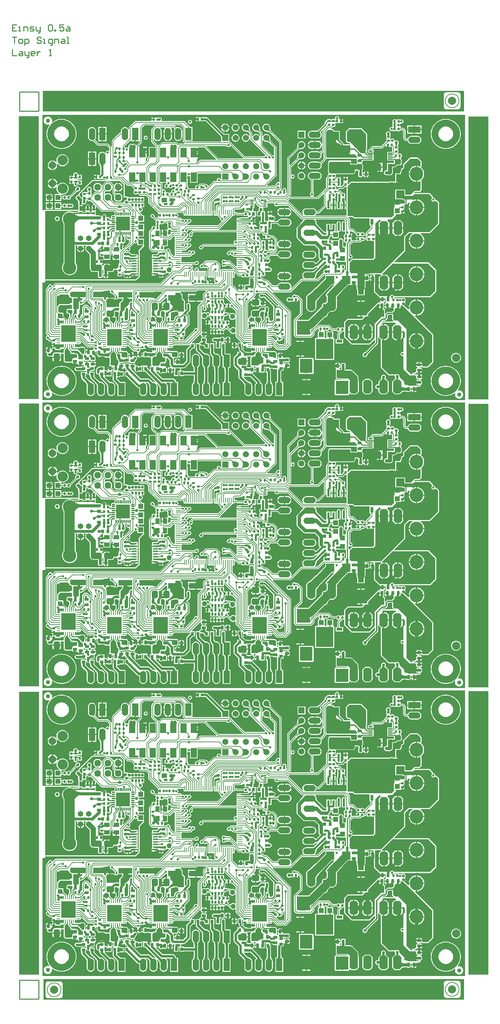
<source format=gtl>
G04 Layer_Physical_Order=1*
G04 Layer_Color=255*
%FSLAX24Y24*%
%MOIN*%
G70*
G01*
G75*
%ADD10C,0.0070*%
G04:AMPARAMS|DCode=11|XSize=78.7mil|YSize=78.7mil|CornerRadius=39.4mil|HoleSize=0mil|Usage=FLASHONLY|Rotation=90.000|XOffset=0mil|YOffset=0mil|HoleType=Round|Shape=RoundedRectangle|*
%AMROUNDEDRECTD11*
21,1,0.0787,0.0000,0,0,90.0*
21,1,0.0000,0.0787,0,0,90.0*
1,1,0.0787,0.0000,0.0000*
1,1,0.0787,0.0000,0.0000*
1,1,0.0787,0.0000,0.0000*
1,1,0.0787,0.0000,0.0000*
%
%ADD11ROUNDEDRECTD11*%
%ADD12C,0.0100*%
%ADD13C,0.0650*%
%ADD14C,0.0080*%
%ADD15R,0.1417X0.1614*%
%ADD16O,0.0098X0.0335*%
%ADD17O,0.0335X0.0098*%
%ADD18R,0.0790X0.0790*%
G04:AMPARAMS|DCode=19|XSize=29.1mil|YSize=39.4mil|CornerRadius=5.8mil|HoleSize=0mil|Usage=FLASHONLY|Rotation=90.000|XOffset=0mil|YOffset=0mil|HoleType=Round|Shape=RoundedRectangle|*
%AMROUNDEDRECTD19*
21,1,0.0291,0.0277,0,0,90.0*
21,1,0.0175,0.0394,0,0,90.0*
1,1,0.0117,0.0139,0.0087*
1,1,0.0117,0.0139,-0.0087*
1,1,0.0117,-0.0139,-0.0087*
1,1,0.0117,-0.0139,0.0087*
%
%ADD19ROUNDEDRECTD19*%
%ADD20R,0.0709X0.0543*%
G04:AMPARAMS|DCode=21|XSize=29.1mil|YSize=39.4mil|CornerRadius=5.8mil|HoleSize=0mil|Usage=FLASHONLY|Rotation=0.000|XOffset=0mil|YOffset=0mil|HoleType=Round|Shape=RoundedRectangle|*
%AMROUNDEDRECTD21*
21,1,0.0291,0.0277,0,0,0.0*
21,1,0.0175,0.0394,0,0,0.0*
1,1,0.0117,0.0087,-0.0139*
1,1,0.0117,-0.0087,-0.0139*
1,1,0.0117,-0.0087,0.0139*
1,1,0.0117,0.0087,0.0139*
%
%ADD21ROUNDEDRECTD21*%
G04:AMPARAMS|DCode=22|XSize=22mil|YSize=24mil|CornerRadius=4.4mil|HoleSize=0mil|Usage=FLASHONLY|Rotation=0.000|XOffset=0mil|YOffset=0mil|HoleType=Round|Shape=RoundedRectangle|*
%AMROUNDEDRECTD22*
21,1,0.0220,0.0152,0,0,0.0*
21,1,0.0132,0.0240,0,0,0.0*
1,1,0.0088,0.0066,-0.0076*
1,1,0.0088,-0.0066,-0.0076*
1,1,0.0088,-0.0066,0.0076*
1,1,0.0088,0.0066,0.0076*
%
%ADD22ROUNDEDRECTD22*%
G04:AMPARAMS|DCode=23|XSize=22mil|YSize=24mil|CornerRadius=4.4mil|HoleSize=0mil|Usage=FLASHONLY|Rotation=270.000|XOffset=0mil|YOffset=0mil|HoleType=Round|Shape=RoundedRectangle|*
%AMROUNDEDRECTD23*
21,1,0.0220,0.0152,0,0,270.0*
21,1,0.0132,0.0240,0,0,270.0*
1,1,0.0088,-0.0076,-0.0066*
1,1,0.0088,-0.0076,0.0066*
1,1,0.0088,0.0076,0.0066*
1,1,0.0088,0.0076,-0.0066*
%
%ADD23ROUNDEDRECTD23*%
%ADD24R,0.0264X0.0346*%
%ADD25R,0.0346X0.0264*%
%ADD26R,0.0591X0.0917*%
G04:AMPARAMS|DCode=27|XSize=50mil|YSize=50mil|CornerRadius=25mil|HoleSize=0mil|Usage=FLASHONLY|Rotation=270.000|XOffset=0mil|YOffset=0mil|HoleType=Round|Shape=RoundedRectangle|*
%AMROUNDEDRECTD27*
21,1,0.0500,0.0000,0,0,270.0*
21,1,0.0000,0.0500,0,0,270.0*
1,1,0.0500,0.0000,0.0000*
1,1,0.0500,0.0000,0.0000*
1,1,0.0500,0.0000,0.0000*
1,1,0.0500,0.0000,0.0000*
%
%ADD27ROUNDEDRECTD27*%
%ADD28R,0.0480X0.0480*%
%ADD29R,0.0480X0.0480*%
%ADD30R,0.2008X0.0782*%
%ADD31R,0.0420X0.0520*%
%ADD32R,0.0236X0.0315*%
%ADD33R,0.0240X0.0240*%
%ADD34R,0.1260X0.0630*%
%ADD35R,0.0790X0.0790*%
%ADD36R,0.0200X0.0280*%
%ADD37R,0.0520X0.0420*%
%ADD38R,0.0543X0.0709*%
%ADD39C,0.0600*%
G04:AMPARAMS|DCode=40|XSize=40mil|YSize=40mil|CornerRadius=20mil|HoleSize=0mil|Usage=FLASHONLY|Rotation=0.000|XOffset=0mil|YOffset=0mil|HoleType=Round|Shape=RoundedRectangle|*
%AMROUNDEDRECTD40*
21,1,0.0400,0.0000,0,0,0.0*
21,1,0.0000,0.0400,0,0,0.0*
1,1,0.0400,0.0000,0.0000*
1,1,0.0400,0.0000,0.0000*
1,1,0.0400,0.0000,0.0000*
1,1,0.0400,0.0000,0.0000*
%
%ADD40ROUNDEDRECTD40*%
%ADD41R,0.0240X0.0600*%
%ADD42R,0.0500X0.0150*%
%ADD43R,0.0354X0.1299*%
%ADD44R,0.0200X0.0260*%
G04:AMPARAMS|DCode=45|XSize=63mil|YSize=71mil|CornerRadius=15.8mil|HoleSize=0mil|Usage=FLASHONLY|Rotation=90.000|XOffset=0mil|YOffset=0mil|HoleType=Round|Shape=RoundedRectangle|*
%AMROUNDEDRECTD45*
21,1,0.0630,0.0395,0,0,90.0*
21,1,0.0315,0.0710,0,0,90.0*
1,1,0.0315,0.0198,0.0158*
1,1,0.0315,0.0198,-0.0158*
1,1,0.0315,-0.0198,-0.0158*
1,1,0.0315,-0.0198,0.0158*
%
%ADD45ROUNDEDRECTD45*%
G04:AMPARAMS|DCode=46|XSize=63mil|YSize=71mil|CornerRadius=15.8mil|HoleSize=0mil|Usage=FLASHONLY|Rotation=180.000|XOffset=0mil|YOffset=0mil|HoleType=Round|Shape=RoundedRectangle|*
%AMROUNDEDRECTD46*
21,1,0.0630,0.0395,0,0,180.0*
21,1,0.0315,0.0710,0,0,180.0*
1,1,0.0315,-0.0158,0.0198*
1,1,0.0315,0.0158,0.0198*
1,1,0.0315,0.0158,-0.0198*
1,1,0.0315,-0.0158,-0.0198*
%
%ADD46ROUNDEDRECTD46*%
%ADD47R,0.0217X0.0197*%
%ADD48R,0.1339X0.0551*%
G04:AMPARAMS|DCode=49|XSize=52mil|YSize=60mil|CornerRadius=13mil|HoleSize=0mil|Usage=FLASHONLY|Rotation=180.000|XOffset=0mil|YOffset=0mil|HoleType=Round|Shape=RoundedRectangle|*
%AMROUNDEDRECTD49*
21,1,0.0520,0.0340,0,0,180.0*
21,1,0.0260,0.0600,0,0,180.0*
1,1,0.0260,-0.0130,0.0170*
1,1,0.0260,0.0130,0.0170*
1,1,0.0260,0.0130,-0.0170*
1,1,0.0260,-0.0130,-0.0170*
%
%ADD49ROUNDEDRECTD49*%
%ADD50R,0.0433X0.0669*%
G04:AMPARAMS|DCode=51|XSize=52mil|YSize=60mil|CornerRadius=13mil|HoleSize=0mil|Usage=FLASHONLY|Rotation=270.000|XOffset=0mil|YOffset=0mil|HoleType=Round|Shape=RoundedRectangle|*
%AMROUNDEDRECTD51*
21,1,0.0520,0.0340,0,0,270.0*
21,1,0.0260,0.0600,0,0,270.0*
1,1,0.0260,-0.0170,-0.0130*
1,1,0.0260,-0.0170,0.0130*
1,1,0.0260,0.0170,0.0130*
1,1,0.0260,0.0170,-0.0130*
%
%ADD51ROUNDEDRECTD51*%
%ADD52R,0.0551X0.1339*%
%ADD53R,0.0560X0.0280*%
%ADD54R,0.1700X0.1970*%
%ADD55R,0.1970X0.1700*%
%ADD56R,0.0280X0.0560*%
%ADD57O,0.0098X0.0512*%
%ADD58O,0.0512X0.0098*%
%ADD59R,0.0197X0.0217*%
%ADD60R,0.0315X0.0117*%
%ADD61R,0.1370X0.1370*%
G04:AMPARAMS|DCode=62|XSize=11mil|YSize=31.5mil|CornerRadius=4.4mil|HoleSize=0mil|Usage=FLASHONLY|Rotation=270.000|XOffset=0mil|YOffset=0mil|HoleType=Round|Shape=RoundedRectangle|*
%AMROUNDEDRECTD62*
21,1,0.0110,0.0227,0,0,270.0*
21,1,0.0022,0.0315,0,0,270.0*
1,1,0.0088,-0.0113,-0.0011*
1,1,0.0088,-0.0113,0.0011*
1,1,0.0088,0.0113,0.0011*
1,1,0.0088,0.0113,-0.0011*
%
%ADD62ROUNDEDRECTD62*%
G04:AMPARAMS|DCode=63|XSize=11mil|YSize=31.5mil|CornerRadius=4.4mil|HoleSize=0mil|Usage=FLASHONLY|Rotation=180.000|XOffset=0mil|YOffset=0mil|HoleType=Round|Shape=RoundedRectangle|*
%AMROUNDEDRECTD63*
21,1,0.0110,0.0227,0,0,180.0*
21,1,0.0022,0.0315,0,0,180.0*
1,1,0.0088,-0.0011,0.0113*
1,1,0.0088,0.0011,0.0113*
1,1,0.0088,0.0011,-0.0113*
1,1,0.0088,-0.0011,-0.0113*
%
%ADD63ROUNDEDRECTD63*%
%ADD64R,0.0402X0.0117*%
G04:AMPARAMS|DCode=65|XSize=105mil|YSize=105mil|CornerRadius=26.2mil|HoleSize=0mil|Usage=FLASHONLY|Rotation=180.000|XOffset=0mil|YOffset=0mil|HoleType=Round|Shape=RoundedRectangle|*
%AMROUNDEDRECTD65*
21,1,0.1050,0.0525,0,0,180.0*
21,1,0.0525,0.1050,0,0,180.0*
1,1,0.0525,-0.0262,0.0262*
1,1,0.0525,0.0262,0.0262*
1,1,0.0525,0.0262,-0.0262*
1,1,0.0525,-0.0262,-0.0262*
%
%ADD65ROUNDEDRECTD65*%
G04:AMPARAMS|DCode=66|XSize=23.6mil|YSize=24mil|CornerRadius=4.7mil|HoleSize=0mil|Usage=FLASHONLY|Rotation=90.000|XOffset=0mil|YOffset=0mil|HoleType=Round|Shape=RoundedRectangle|*
%AMROUNDEDRECTD66*
21,1,0.0236,0.0146,0,0,90.0*
21,1,0.0142,0.0240,0,0,90.0*
1,1,0.0094,0.0073,0.0071*
1,1,0.0094,0.0073,-0.0071*
1,1,0.0094,-0.0073,-0.0071*
1,1,0.0094,-0.0073,0.0071*
%
%ADD66ROUNDEDRECTD66*%
%ADD67C,0.0750*%
%ADD68C,0.0300*%
%ADD69C,0.0060*%
%ADD70C,0.0220*%
%ADD71C,0.0200*%
%ADD72C,0.0095*%
%ADD73C,0.0140*%
%ADD74C,0.0115*%
%ADD75C,0.0120*%
%ADD76C,0.0500*%
%ADD77C,0.0110*%
%ADD78C,0.0240*%
%ADD79C,0.0160*%
%ADD80C,0.0180*%
%ADD81C,0.0150*%
%ADD82C,0.0230*%
%ADD83C,0.0360*%
%ADD84C,0.0250*%
%ADD85C,0.0350*%
%ADD86C,0.0450*%
%ADD87C,0.0090*%
%ADD88C,0.0700*%
%ADD89C,0.0270*%
%ADD90C,0.0400*%
%ADD91C,0.0320*%
%ADD92C,0.0280*%
%ADD93C,0.1000*%
%ADD94C,0.0340*%
%ADD95R,0.1860X0.0783*%
%ADD96R,0.1220X0.1340*%
%ADD97R,0.1280X0.1320*%
%ADD98R,0.1230X0.1350*%
%ADD99R,0.1220X0.1330*%
%ADD100R,0.1230X0.1310*%
%ADD101R,0.1380X0.1160*%
%ADD102R,0.1320X0.1255*%
G04:AMPARAMS|DCode=103|XSize=133mil|YSize=83mil|CornerRadius=0mil|HoleSize=0mil|Usage=FLASHONLY|Rotation=270.000|XOffset=0mil|YOffset=0mil|HoleType=Round|Shape=Octagon|*
%AMOCTAGOND103*
4,1,8,-0.0208,-0.0665,0.0208,-0.0665,0.0415,-0.0457,0.0415,0.0457,0.0208,0.0665,-0.0208,0.0665,-0.0415,0.0457,-0.0415,-0.0457,-0.0208,-0.0665,0.0*
%
%ADD103OCTAGOND103*%

%ADD104R,0.0600X0.1200*%
%ADD105O,0.0600X0.1200*%
%ADD106O,0.1200X0.0600*%
%ADD107R,0.1200X0.0600*%
%ADD108C,0.0800*%
%ADD109P,0.0758X8X292.5*%
%ADD110C,0.1000*%
%ADD111C,0.0540*%
%ADD112C,0.1305*%
%ADD113P,0.0671X8X22.5*%
%ADD114O,0.0825X0.1650*%
%ADD115R,0.0591X0.0591*%
%ADD116C,0.0591*%
%ADD117O,0.1181X0.0591*%
%ADD118R,0.0591X0.0591*%
%ADD119O,0.1300X0.1360*%
%ADD120C,0.0220*%
%ADD121C,0.0300*%
%ADD122C,0.0320*%
%ADD123C,0.0290*%
G36*
X43681Y86683D02*
X2697D01*
Y88681D01*
X43681D01*
Y86683D01*
D02*
G37*
G36*
X31399Y85967D02*
X31394Y85961D01*
X31390Y85954D01*
X31387Y85946D01*
X31384Y85938D01*
X31381Y85929D01*
X31379Y85920D01*
X31378Y85909D01*
X31377Y85899D01*
X31377Y85887D01*
X31277D01*
X31277Y85899D01*
X31274Y85920D01*
X31273Y85929D01*
X31270Y85938D01*
X31267Y85946D01*
X31264Y85954D01*
X31260Y85961D01*
X31255Y85967D01*
X31250Y85973D01*
X31404D01*
X31399Y85967D01*
D02*
G37*
G36*
X43779Y58623D02*
X2639D01*
Y70076D01*
X2923D01*
Y70262D01*
X11712D01*
X11751Y70269D01*
X11784Y70292D01*
X12100Y70607D01*
X12122Y70640D01*
X12130Y70679D01*
Y73176D01*
X12517Y73564D01*
X12539Y73597D01*
X12547Y73636D01*
X12539Y73675D01*
X12535Y73686D01*
Y74326D01*
X12053D01*
X12046Y74333D01*
X12044Y74339D01*
X12043Y74350D01*
X12039Y74357D01*
X12036Y74365D01*
X12028Y74374D01*
X12025Y74380D01*
X12026Y74385D01*
X12027Y74404D01*
X12029Y74422D01*
X12028Y74424D01*
X12028Y74425D01*
X12022Y74442D01*
X12016Y74460D01*
X12015Y74461D01*
X12015Y74462D01*
X12010Y74468D01*
X12010Y74469D01*
X12051Y74519D01*
X12535D01*
Y75136D01*
X12544D01*
Y75776D01*
X12080D01*
X12043Y75826D01*
X12055Y75886D01*
X12046Y75931D01*
X12078Y75969D01*
X12544D01*
Y76609D01*
X12376D01*
X12337Y76634D01*
X12328Y76677D01*
X12304Y76713D01*
X12144Y76873D01*
X12168Y76919D01*
X12174Y76918D01*
X12264Y76936D01*
X12340Y76987D01*
X12391Y77063D01*
X12408Y77153D01*
X12391Y77242D01*
X12340Y77319D01*
X12302Y77344D01*
X12317Y77394D01*
X12552D01*
Y77814D01*
X11368D01*
X11299Y77884D01*
X11318Y77930D01*
X12552D01*
Y78350D01*
X11240D01*
X11240Y78350D01*
X11190Y78335D01*
X11180Y78337D01*
X11179Y78337D01*
X11179Y78337D01*
X11178Y78337D01*
X11163Y78347D01*
X11073Y78364D01*
X10983Y78347D01*
X10963Y78352D01*
X10954Y78369D01*
X10944Y78381D01*
X10936Y78393D01*
X10932Y78396D01*
X10928Y78400D01*
X10915Y78407D01*
X10903Y78415D01*
X10898Y78416D01*
X10893Y78419D01*
X10879Y78420D01*
X10864Y78423D01*
X10648D01*
X10639Y79602D01*
X10635Y79621D01*
X10631Y79640D01*
X10631Y79640D01*
X10631Y79641D01*
X10620Y79657D01*
X10609Y79673D01*
X10315Y79967D01*
X10334Y80018D01*
X10368Y80022D01*
X10888Y79502D01*
X10888Y79502D01*
X10924Y79477D01*
X10967Y79469D01*
X11315D01*
X11527Y79257D01*
Y79148D01*
X11537Y79099D01*
X11564Y79058D01*
X11570Y79054D01*
Y78994D01*
X11564Y78990D01*
X11537Y78949D01*
X11527Y78901D01*
Y78769D01*
X11537Y78720D01*
X11564Y78679D01*
X11605Y78652D01*
X11653Y78642D01*
X11805D01*
X11854Y78652D01*
X11895Y78679D01*
X11899Y78686D01*
X11959D01*
X11964Y78678D01*
X12005Y78651D01*
X12022Y78647D01*
X12026Y78631D01*
X12050Y78594D01*
X12110Y78534D01*
X12110Y78534D01*
X12146Y78510D01*
X12189Y78501D01*
X12189Y78501D01*
X12743D01*
X12967Y78277D01*
Y77814D01*
X12967Y77814D01*
X12976Y77771D01*
X13000Y77734D01*
X13880Y76854D01*
X13896Y76844D01*
X13903Y76808D01*
X13903Y76787D01*
X13902Y76784D01*
X13875Y76743D01*
X13864Y76687D01*
Y76661D01*
X14077D01*
Y76561D01*
X13864D01*
Y76535D01*
X13875Y76479D01*
X13907Y76431D01*
X13946Y76405D01*
X13940Y76362D01*
X13937Y76355D01*
X13696D01*
X13601Y76451D01*
X13598Y76468D01*
X13597Y76470D01*
X13596Y76472D01*
X13587Y76487D01*
X13578Y76502D01*
X13575Y76505D01*
X13575Y76505D01*
X13574Y76507D01*
X13573Y76509D01*
X13573Y76513D01*
X13572Y76518D01*
X13571Y76524D01*
X13571Y76534D01*
X13567Y76553D01*
X13564Y76572D01*
X13563Y76572D01*
X13563Y76573D01*
X13552Y76589D01*
X13541Y76605D01*
X13541Y76605D01*
X13540Y76606D01*
X13539Y76607D01*
X13538Y76608D01*
X13496Y76671D01*
X13434Y76713D01*
X13359Y76727D01*
X13285Y76713D01*
X13222Y76671D01*
X13180Y76608D01*
X13166Y76534D01*
X13180Y76459D01*
X13222Y76397D01*
X13285Y76355D01*
X13286Y76354D01*
X13287Y76353D01*
X13288Y76352D01*
X13288Y76352D01*
X13304Y76341D01*
X13320Y76330D01*
X13321Y76330D01*
X13321Y76329D01*
X13340Y76326D01*
X13359Y76322D01*
X13369Y76322D01*
X13375Y76321D01*
X13380Y76320D01*
X13384Y76320D01*
X13386Y76319D01*
X13388Y76318D01*
X13388Y76318D01*
X13391Y76315D01*
X13406Y76306D01*
X13421Y76297D01*
X13423Y76296D01*
X13425Y76295D01*
X13442Y76292D01*
X13570Y76164D01*
X13570Y76164D01*
X13607Y76140D01*
X13650Y76131D01*
X13670D01*
X13672Y76129D01*
X13692Y76081D01*
X13675Y76055D01*
X13665Y76007D01*
Y75855D01*
X13675Y75807D01*
X13697Y75774D01*
X13687Y75759D01*
X13686Y75758D01*
X13686Y75757D01*
X13683Y75739D01*
X13679Y75720D01*
X13680Y75719D01*
X13679Y75718D01*
X13680Y75716D01*
X13666Y75644D01*
X13679Y75574D01*
X13679Y75571D01*
X13679Y75570D01*
X13679Y75569D01*
X13681Y75557D01*
X13676Y75544D01*
X13674Y75541D01*
X13635Y75512D01*
X13594Y75539D01*
X13546Y75549D01*
X13414D01*
X13365Y75539D01*
X13324Y75512D01*
X13297Y75471D01*
X13287Y75422D01*
Y75312D01*
X13060Y75085D01*
X13036Y75049D01*
X13027Y75006D01*
X13027Y75006D01*
Y73384D01*
X13027Y73384D01*
X13036Y73341D01*
X13060Y73304D01*
X13310Y73054D01*
X13310Y73054D01*
X13346Y73030D01*
X13389Y73021D01*
X13916D01*
X13931Y72990D01*
X13933Y72971D01*
X13888Y72926D01*
X13773Y72811D01*
X13318D01*
Y72582D01*
X13298D01*
Y72456D01*
X13648D01*
Y72357D01*
X13298D01*
Y72231D01*
X13318D01*
Y71807D01*
X13318D01*
Y71497D01*
X13318D01*
Y71076D01*
X13298D01*
Y70951D01*
X13648D01*
Y70901D01*
X13698D01*
Y70726D01*
X13990D01*
Y70672D01*
X14001Y70615D01*
X14033Y70568D01*
X14080Y70536D01*
X14137Y70525D01*
X14163D01*
Y70738D01*
X14213D01*
Y70788D01*
X14435D01*
Y70804D01*
X14426Y70852D01*
X14428Y70857D01*
X14445Y70876D01*
X14463Y70891D01*
X14537Y70877D01*
X14627Y70894D01*
X14703Y70945D01*
X14736Y70995D01*
X14798Y71010D01*
X14820Y70993D01*
X14901Y70960D01*
X14958Y70952D01*
X14976Y70899D01*
X14080Y70003D01*
X3945D01*
X3945Y70003D01*
X3902Y69995D01*
X3865Y69970D01*
X3637Y69742D01*
X3589Y69757D01*
X3586Y69775D01*
X3544Y69838D01*
X3481Y69880D01*
X3407Y69895D01*
X3333Y69880D01*
X3270Y69838D01*
X3228Y69775D01*
X3228Y69774D01*
X3226Y69773D01*
X3225Y69773D01*
X3225Y69772D01*
X3214Y69756D01*
X3203Y69741D01*
X3203Y69740D01*
X3203Y69739D01*
X3199Y69720D01*
X3195Y69702D01*
X3195Y69692D01*
X3194Y69686D01*
X3194Y69681D01*
X3193Y69677D01*
X3192Y69674D01*
X3192Y69673D01*
X3191Y69672D01*
X3189Y69669D01*
X3180Y69654D01*
X3170Y69640D01*
X3169Y69637D01*
X3168Y69635D01*
X3166Y69619D01*
X3018Y69470D01*
X2993Y69434D01*
X2985Y69391D01*
X2985Y69391D01*
Y65121D01*
X2985Y65121D01*
X2993Y65078D01*
X3018Y65042D01*
X3131Y64929D01*
X3114Y64874D01*
X3093Y64870D01*
X3030Y64828D01*
X2988Y64765D01*
X2973Y64691D01*
X2988Y64617D01*
X3030Y64554D01*
X3093Y64512D01*
X3093Y64512D01*
X3095Y64511D01*
X3096Y64509D01*
X3110Y64499D01*
X3125Y64489D01*
X3127Y64488D01*
X3129Y64487D01*
X3146Y64483D01*
X3159Y64480D01*
X3160Y64480D01*
X3161Y64480D01*
X3161Y64480D01*
X3162Y64479D01*
X3172Y64471D01*
X3177Y64466D01*
X3193Y64456D01*
X3208Y64446D01*
X3210Y64445D01*
X3211Y64445D01*
X3229Y64441D01*
X3333Y64337D01*
X3337Y64335D01*
X3376Y64309D01*
X3427Y64299D01*
X3427Y64299D01*
X3576D01*
X3591Y64276D01*
Y64234D01*
X3577Y64224D01*
X3545Y64176D01*
X3534Y64120D01*
Y64104D01*
X3757D01*
Y64054D01*
X3807D01*
Y63841D01*
X3833D01*
X3889Y63852D01*
X3937Y63884D01*
X3968Y63932D01*
X3980Y63988D01*
Y64060D01*
D01*
X4030Y64086D01*
D01*
D01*
X4048Y64074D01*
X4098Y64064D01*
X4284D01*
X4310Y64056D01*
X4363Y64059D01*
X4380Y63980D01*
X4484D01*
Y63880D01*
X4365D01*
X4332Y63826D01*
Y63812D01*
X4344Y63754D01*
X4377Y63704D01*
X4382Y63641D01*
X4347Y63605D01*
X3993D01*
Y63610D01*
X3982Y63664D01*
X3952Y63709D01*
X3906Y63740D01*
X3852Y63751D01*
X3677D01*
X3623Y63740D01*
X3577Y63709D01*
X3547Y63664D01*
X3536Y63610D01*
Y63496D01*
X3528Y63490D01*
X3478Y63517D01*
Y63610D01*
X3466Y63671D01*
X3431Y63724D01*
X3378Y63759D01*
X3317Y63771D01*
X3279D01*
Y63471D01*
X3229D01*
Y63421D01*
X2980D01*
Y63333D01*
X2993Y63271D01*
X3028Y63218D01*
X3080Y63183D01*
X3093Y63181D01*
X3109Y63142D01*
X3108Y63127D01*
X3093Y63051D01*
X3108Y62973D01*
X3153Y62907D01*
X3219Y62863D01*
X3297Y62847D01*
X3517D01*
X3570Y62858D01*
X3594Y62841D01*
X4037D01*
X4454D01*
Y62989D01*
X4445Y63056D01*
X4439Y63070D01*
X4428Y63098D01*
D01*
D01*
X4461Y63142D01*
X4477Y63139D01*
X4705D01*
Y62461D01*
X4713Y62422D01*
X4735Y62389D01*
X4845Y62279D01*
X4878Y62257D01*
X4917Y62249D01*
X5457D01*
X5488Y62255D01*
X5539Y62254D01*
X5574Y62202D01*
X5627Y62167D01*
X5688Y62155D01*
X5777D01*
Y62403D01*
X5877D01*
Y62155D01*
X5965D01*
X6027Y62167D01*
X6047Y62180D01*
X6058Y62179D01*
X6101Y62156D01*
X6109Y62114D01*
X6144Y62062D01*
X6197Y62027D01*
X6258Y62015D01*
X6347D01*
Y62263D01*
X6447D01*
Y62015D01*
X6535D01*
X6597Y62027D01*
X6597D01*
X6622Y62043D01*
X6634Y62042D01*
X6676Y62019D01*
X6684Y61977D01*
X6704Y61947D01*
X6677Y61897D01*
X6386D01*
Y61858D01*
X5982D01*
X5904Y61842D01*
X5837Y61798D01*
X5793Y61732D01*
X5778Y61654D01*
X5793Y61576D01*
X5837Y61509D01*
X5904Y61465D01*
X5982Y61450D01*
X6608D01*
X6686Y61465D01*
X6698Y61474D01*
X6893D01*
X6906Y61429D01*
Y61418D01*
X6893Y61374D01*
X6856Y61374D01*
X6386D01*
Y60950D01*
X6435D01*
Y60814D01*
X6451Y60736D01*
X6495Y60669D01*
X6832Y60333D01*
X6833Y60329D01*
X6836Y60316D01*
X6839Y60310D01*
X6841Y60304D01*
X6849Y60294D01*
X6857Y60282D01*
X6897Y60240D01*
X6929Y60204D01*
X6953Y60172D01*
X6970Y60147D01*
X6975Y60137D01*
X6969Y60132D01*
X6966Y60126D01*
X6961Y60121D01*
X6956Y60109D01*
X6950Y60097D01*
X6949Y60090D01*
X6947Y60084D01*
X6947Y60071D01*
X6946Y60057D01*
X6948Y60051D01*
X6948Y60044D01*
X6954Y60032D01*
X6957Y60019D01*
X6958Y60018D01*
X6956Y60004D01*
Y59404D01*
X6969Y59304D01*
X7007Y59212D01*
X7068Y59133D01*
X7148Y59072D01*
X7240Y59033D01*
X7339Y59020D01*
X7439Y59033D01*
X7531Y59072D01*
X7610Y59133D01*
X7671Y59212D01*
X7710Y59304D01*
X7723Y59404D01*
Y60004D01*
X7710Y60103D01*
X7671Y60195D01*
X7610Y60275D01*
X7546Y60324D01*
X7545Y60327D01*
X7545Y60327D01*
X7544Y60329D01*
X7533Y60343D01*
X7521Y60358D01*
X7520Y60359D01*
X7519Y60359D01*
X7503Y60368D01*
X7487Y60378D01*
X7457Y60388D01*
X7431Y60398D01*
X7404Y60410D01*
X7379Y60423D01*
X7325Y60458D01*
X7301Y60475D01*
X7248Y60520D01*
X7222Y60545D01*
X7218Y60548D01*
X7215Y60551D01*
X7201Y60558D01*
X7188Y60567D01*
X7184Y60567D01*
X7180Y60569D01*
X7171Y60570D01*
X6843Y60898D01*
Y60950D01*
X6893D01*
Y61171D01*
X6943Y61186D01*
X6962Y61157D01*
X7025Y61115D01*
X7099Y61100D01*
X7166Y61113D01*
X7213Y61094D01*
X7216Y61092D01*
Y60950D01*
X7276D01*
Y60874D01*
X7290Y60799D01*
X7332Y60737D01*
X7811Y60258D01*
X7814Y60241D01*
X7814Y60241D01*
X7815Y60240D01*
X7825Y60224D01*
X7835Y60208D01*
X7873Y60169D01*
X7902Y60135D01*
X7926Y60105D01*
X7943Y60080D01*
X7953Y60060D01*
X7957Y60050D01*
X7953Y60043D01*
X7946Y60032D01*
X7945Y60025D01*
X7942Y60018D01*
X7941Y60006D01*
X7938Y59993D01*
X7940Y59986D01*
X7939Y59979D01*
X7944Y59967D01*
X7946Y59954D01*
X7950Y59948D01*
X7952Y59941D01*
X7956Y59937D01*
Y59404D01*
X7969Y59304D01*
X8007Y59212D01*
X8068Y59133D01*
X8148Y59072D01*
X8240Y59033D01*
X8339Y59020D01*
X8439Y59033D01*
X8531Y59072D01*
X8610Y59133D01*
X8671Y59212D01*
X8710Y59304D01*
X8723Y59404D01*
Y60004D01*
X8710Y60103D01*
X8671Y60195D01*
X8610Y60275D01*
X8531Y60336D01*
X8439Y60374D01*
X8419Y60376D01*
X8413Y60380D01*
X8404Y60389D01*
X8397Y60391D01*
X8391Y60396D01*
X8378Y60398D01*
X8366Y60402D01*
X8359Y60402D01*
X8352Y60403D01*
X8339Y60401D01*
X8326Y60400D01*
X8320Y60397D01*
X8313Y60396D01*
X8302Y60389D01*
X8294Y60385D01*
X8283Y60389D01*
X8263Y60400D01*
X8239Y60416D01*
X8173Y60471D01*
X8135Y60508D01*
X8119Y60518D01*
X8103Y60528D01*
X8102Y60529D01*
X8102Y60529D01*
X8085Y60532D01*
X7706Y60911D01*
X7723Y60950D01*
X7723D01*
Y61374D01*
X7392D01*
X7379Y61395D01*
X7373Y61424D01*
X7423Y61474D01*
X7723D01*
Y61881D01*
X7752Y61887D01*
X7805Y61922D01*
X7840Y61974D01*
X7852Y62036D01*
Y62073D01*
X7552D01*
Y62123D01*
X7502D01*
Y62372D01*
X7413D01*
X7352Y62360D01*
X7299Y62325D01*
X7293Y62315D01*
X7233D01*
X7225Y62327D01*
X7172Y62362D01*
X7110Y62374D01*
X7022D01*
Y62126D01*
X6922D01*
Y62374D01*
X6833D01*
X6772Y62362D01*
X6747Y62346D01*
X6734Y62347D01*
X6693Y62370D01*
X6685Y62413D01*
X6661Y62448D01*
X6676Y62503D01*
X6704Y62511D01*
X6713Y62505D01*
X6734Y62474D01*
X6779Y62443D01*
X6833Y62433D01*
X7110D01*
X7164Y62443D01*
X7210Y62474D01*
X7234Y62509D01*
X7258Y62513D01*
X7271Y62513D01*
X7289Y62509D01*
X7314Y62472D01*
X7359Y62441D01*
X7413Y62430D01*
X7690D01*
X7744Y62441D01*
X7790Y62472D01*
X7821Y62517D01*
X7831Y62571D01*
Y62746D01*
X7821Y62800D01*
X7790Y62846D01*
X7754Y62870D01*
X7755Y62872D01*
X7756Y62911D01*
X7760Y62922D01*
X7781Y62926D01*
X7833Y62961D01*
X7868Y63013D01*
X7880Y63075D01*
Y63164D01*
X7632D01*
Y63264D01*
X7880D01*
Y63352D01*
X7870Y63402D01*
D01*
X7905Y63442D01*
X7916Y63444D01*
X7945Y63412D01*
D01*
D01*
X7949Y63405D01*
X7944Y63379D01*
X7939Y63352D01*
Y63075D01*
X7949Y63021D01*
X7980Y62975D01*
X8019Y62950D01*
X8020Y62947D01*
X8060Y62907D01*
X8060Y62907D01*
X8074Y62898D01*
X8083Y62832D01*
X8067Y62811D01*
X8673D01*
X8698Y62785D01*
X8705Y62781D01*
D01*
X8707Y62780D01*
X8714Y62773D01*
X8720Y62768D01*
X8730Y62764D01*
X8738Y62759D01*
X8748Y62757D01*
X8757Y62753D01*
X8767D01*
X8777Y62751D01*
X8827D01*
X8870Y62708D01*
X8908Y62751D01*
X9139D01*
X9174Y62701D01*
X9170Y62681D01*
Y62286D01*
X9179Y62240D01*
Y62101D01*
X9185Y62071D01*
X9167Y62038D01*
X9154Y62021D01*
X9152D01*
X9090Y62009D01*
X9038Y61974D01*
X9003Y61921D01*
X8990Y61860D01*
Y61771D01*
X9488D01*
Y61852D01*
X9499Y61860D01*
X9499D01*
X9546Y61814D01*
Y61583D01*
X9557Y61529D01*
X9585Y61487D01*
X9580Y61467D01*
X9566Y61437D01*
X9489D01*
Y60930D01*
X9497D01*
Y60622D01*
X9513Y60544D01*
X9557Y60478D01*
X9772Y60262D01*
X9773Y60259D01*
X9775Y60247D01*
X9779Y60240D01*
X9782Y60233D01*
X9790Y60223D01*
X9796Y60213D01*
X9880Y60122D01*
X9910Y60086D01*
X9932Y60053D01*
X9947Y60027D01*
X9955Y60008D01*
X9957Y60000D01*
X9956Y59998D01*
X9952Y59987D01*
X9945Y59976D01*
X9944Y59969D01*
X9941Y59961D01*
X9942Y59949D01*
X9940Y59937D01*
X9942Y59929D01*
X9942Y59922D01*
X9947Y59910D01*
X9950Y59899D01*
X9955Y59892D01*
X9958Y59885D01*
X9959Y59884D01*
Y59024D01*
X10719D01*
Y60384D01*
X10417D01*
X10408Y60391D01*
X10401Y60393D01*
X10393Y60398D01*
X10382Y60399D01*
X10370Y60403D01*
X10362Y60402D01*
X10354Y60403D01*
X10343Y60400D01*
X10331Y60399D01*
X10324Y60395D01*
X10315Y60393D01*
X10306Y60386D01*
X10302Y60384D01*
X10298D01*
X10281Y60391D01*
X10255Y60406D01*
X10223Y60428D01*
X10139Y60499D01*
X10091Y60545D01*
X10087Y60548D01*
X10084Y60552D01*
X10070Y60559D01*
X10058Y60567D01*
X10053Y60568D01*
X10048Y60570D01*
X10041Y60571D01*
X9905Y60706D01*
Y60845D01*
X9949Y60869D01*
X9955Y60865D01*
X10029Y60850D01*
X10034Y60851D01*
X10039Y60850D01*
X10117Y60865D01*
X10184Y60909D01*
X10195Y60920D01*
X10549D01*
Y61427D01*
X10198D01*
X10184Y61448D01*
X10117Y61492D01*
X10039Y61508D01*
X10033Y61506D01*
X9996Y61550D01*
X10003Y61583D01*
Y61735D01*
X10053Y61750D01*
X10077Y61714D01*
X10129Y61679D01*
X10191Y61667D01*
X10279D01*
Y61916D01*
Y62165D01*
X10191D01*
X10159Y62197D01*
X10174Y62210D01*
X10200Y62223D01*
X10468D01*
X10522Y62234D01*
X10542Y62247D01*
X10561D01*
X10639Y62263D01*
X10688Y62296D01*
X10854D01*
X10893Y62304D01*
X11123D01*
X11162Y62278D01*
X11171Y62264D01*
X11217Y62234D01*
X11271Y62223D01*
X11548D01*
X11602Y62234D01*
X11648Y62264D01*
X11678Y62310D01*
X11689Y62364D01*
Y62435D01*
X11824Y62569D01*
X11868Y62636D01*
X11883Y62714D01*
X11868Y62792D01*
X11824Y62858D01*
X11757Y62902D01*
X11679Y62918D01*
X11601Y62902D01*
X11573Y62883D01*
X11523Y62910D01*
Y62941D01*
X11275D01*
X11026D01*
Y62853D01*
X11038Y62791D01*
X11047Y62777D01*
X11020Y62727D01*
X10969D01*
X10943Y62777D01*
X10957Y62799D01*
X10968Y62853D01*
Y62896D01*
X10971Y62911D01*
Y63201D01*
X10956Y63275D01*
X10914Y63338D01*
X10851Y63380D01*
X10777Y63395D01*
X10516D01*
X10484Y63433D01*
X10488Y63452D01*
Y63520D01*
X10336D01*
Y63620D01*
X10488D01*
Y63657D01*
D01*
X10488Y63688D01*
D01*
X10536Y63704D01*
X10722D01*
X10772Y63714D01*
X10815Y63743D01*
X10843Y63785D01*
X10853Y63836D01*
X10847Y63871D01*
X10852Y63880D01*
X10868Y63892D01*
X10894Y63908D01*
X10912Y63905D01*
X10929Y63901D01*
X10937Y63900D01*
X10941Y63900D01*
X10944Y63899D01*
X10947Y63899D01*
X10949Y63898D01*
X10952Y63897D01*
X10954Y63895D01*
X10957Y63893D01*
X10960Y63891D01*
X10966Y63886D01*
X10968Y63884D01*
X10970Y63882D01*
X10985Y63874D01*
X11000Y63865D01*
X11003Y63864D01*
X11005Y63863D01*
X11018Y63862D01*
X11468Y63412D01*
X11468Y63412D01*
X11504Y63387D01*
X11547Y63379D01*
X11547Y63379D01*
X11748D01*
X11761Y63369D01*
X11764Y63368D01*
X11766Y63367D01*
X11783Y63364D01*
X11800Y63359D01*
X11804Y63359D01*
X11805Y63359D01*
X11806Y63358D01*
X11808Y63357D01*
X11812Y63355D01*
X11816Y63352D01*
X11820Y63348D01*
X11827Y63341D01*
X11843Y63330D01*
X11859Y63320D01*
X11860Y63320D01*
X11861Y63319D01*
X11873Y63317D01*
X11892Y63291D01*
X11894Y63288D01*
X11901Y63275D01*
X11901Y63264D01*
X11890Y63210D01*
Y63121D01*
X12139D01*
X12388D01*
Y63210D01*
X12376Y63271D01*
X12341Y63324D01*
X12288Y63359D01*
X12227Y63371D01*
X12178D01*
X12158Y63409D01*
X12157Y63421D01*
X12171Y63491D01*
X12156Y63565D01*
X12147Y63578D01*
X12167Y63606D01*
X12181Y63617D01*
X12192Y63615D01*
X12208Y63610D01*
X12211Y63610D01*
X12214Y63609D01*
X12219Y63609D01*
X12220Y63609D01*
X12222Y63609D01*
X12234Y63605D01*
X12237Y63604D01*
X12264Y63591D01*
X12273Y63586D01*
X12292Y63580D01*
X12310Y63574D01*
X12311Y63574D01*
X12311Y63574D01*
X12331Y63576D01*
X12350Y63577D01*
X12350Y63578D01*
X12351Y63578D01*
X12357Y63581D01*
X12377Y63577D01*
X12451Y63592D01*
X12514Y63634D01*
X12575Y63636D01*
X12595Y63622D01*
X12651Y63611D01*
X12677D01*
Y63824D01*
X12777D01*
Y63611D01*
X12803D01*
X12859Y63622D01*
X12907Y63654D01*
X12938Y63702D01*
X12941Y63713D01*
X12947Y63717D01*
X12995Y63732D01*
X13022Y63714D01*
X13072Y63704D01*
X13258D01*
X13306Y63688D01*
X13306Y63657D01*
Y63620D01*
X13458D01*
Y63520D01*
X13306D01*
Y63452D01*
X13317Y63394D01*
X13346Y63351D01*
X13339Y63324D01*
X13326Y63301D01*
X13276D01*
X13266Y63299D01*
X13256D01*
X13247Y63295D01*
X13237Y63293D01*
X13229Y63287D01*
X13219Y63284D01*
X13211Y63278D01*
X13177Y63271D01*
X13142Y63278D01*
X13134Y63284D01*
X13125Y63287D01*
X13117Y63293D01*
X13107Y63295D01*
X13098Y63299D01*
X13088D01*
X13078Y63301D01*
X12867D01*
X12862Y63309D01*
X12816Y63340D01*
X12762Y63351D01*
X12587D01*
X12533Y63340D01*
X12487Y63309D01*
X12457Y63264D01*
X12446Y63210D01*
Y62933D01*
X12419Y62901D01*
X12388Y62932D01*
X12388Y62933D01*
Y63021D01*
X12139D01*
X11890D01*
Y62933D01*
X11903Y62871D01*
X11938Y62818D01*
X11990Y62783D01*
X12052Y62771D01*
X12077D01*
X12137Y62831D01*
X12490D01*
X12533Y62802D01*
X12587Y62792D01*
X12762D01*
X12816Y62802D01*
X12859Y62831D01*
X12967D01*
X12974Y62824D01*
D01*
X12999Y62799D01*
X13032Y62777D01*
X13071Y62769D01*
X13209D01*
X13221Y62755D01*
X13240Y62719D01*
X13235Y62691D01*
Y62068D01*
X13243Y62029D01*
X13265Y61996D01*
X13294Y61967D01*
X13280Y61917D01*
X13116D01*
Y61573D01*
X13069Y61554D01*
X12883Y61740D01*
Y61917D01*
X12846D01*
X12836Y61967D01*
X12847Y61971D01*
X12860Y61981D01*
X12259D01*
X12272Y61971D01*
X12283Y61967D01*
X12273Y61917D01*
X11966D01*
X11956Y61931D01*
X11911Y61961D01*
X11894Y61973D01*
X11819Y61987D01*
X11812Y61986D01*
X11759Y61975D01*
X11719Y61998D01*
X11708Y62008D01*
X11698Y62061D01*
X11697D01*
Y62065D01*
X11662Y62117D01*
X11610Y62152D01*
X11548Y62165D01*
X11459D01*
Y61916D01*
Y61667D01*
X11548D01*
X11576Y61673D01*
X11582Y61671D01*
X11626Y61635D01*
Y61534D01*
X11640Y61459D01*
X11682Y61397D01*
X11745Y61355D01*
X11819Y61340D01*
X11894Y61355D01*
X11956Y61397D01*
X11966Y61410D01*
X12359D01*
Y61892D01*
X12401Y61936D01*
X12402Y61936D01*
X12417D01*
X12459Y61917D01*
Y61410D01*
X12636D01*
X13640Y60406D01*
X13619Y60357D01*
X13591Y60363D01*
X13590Y60365D01*
X13580Y60373D01*
X13571Y60382D01*
X13564Y60385D01*
X13558Y60389D01*
X13546Y60392D01*
X13534Y60397D01*
X13527Y60397D01*
X13519Y60399D01*
X13507Y60397D01*
X13494Y60397D01*
X13487Y60394D01*
X13480Y60393D01*
X13469Y60387D01*
X13467Y60386D01*
X13457Y60387D01*
X13442Y60385D01*
X13432Y60389D01*
X13408Y60403D01*
X13378Y60422D01*
X13302Y60487D01*
X13258Y60529D01*
X13244Y60538D01*
X13230Y60548D01*
X13227Y60549D01*
X13225Y60550D01*
X13208Y60553D01*
X13094Y60668D01*
X13027Y60712D01*
X12949Y60728D01*
X12204D01*
X11314Y61617D01*
X11335Y61667D01*
X11359D01*
Y61916D01*
Y62165D01*
X11271D01*
X11209Y62152D01*
X11173Y62128D01*
X11123Y62150D01*
Y62204D01*
X10616D01*
Y62150D01*
X10566Y62128D01*
X10530Y62152D01*
X10468Y62165D01*
X10379D01*
Y61916D01*
Y61667D01*
X10468D01*
X10530Y61679D01*
X10582Y61714D01*
X10617Y61767D01*
X10618Y61767D01*
X10667Y61764D01*
X10681Y61696D01*
X10725Y61629D01*
X10882Y61473D01*
X10862Y61427D01*
X10649D01*
Y60920D01*
X10826D01*
X11887Y59859D01*
X11953Y59815D01*
X11957Y59814D01*
X11959Y59812D01*
X11959Y59812D01*
X11959Y59812D01*
X11975Y59801D01*
X11992Y59790D01*
X11992Y59790D01*
X11992Y59789D01*
X12011Y59786D01*
X12031Y59782D01*
X12074Y59781D01*
Y59404D01*
X12087Y59304D01*
X12126Y59212D01*
X12186Y59133D01*
X12266Y59072D01*
X12358Y59033D01*
X12457Y59020D01*
X12557Y59033D01*
X12649Y59072D01*
X12729Y59133D01*
X12789Y59212D01*
X12828Y59304D01*
X12841Y59404D01*
Y60004D01*
X12828Y60103D01*
X12789Y60195D01*
X12732Y60270D01*
X12741Y60312D01*
X12744Y60320D01*
X12865D01*
X12914Y60271D01*
X12917Y60255D01*
X12917Y60255D01*
X12917Y60254D01*
X12927Y60238D01*
X12937Y60222D01*
X12938Y60221D01*
X12939Y60221D01*
X12981Y60177D01*
X13015Y60138D01*
X13041Y60104D01*
X13061Y60075D01*
X13073Y60052D01*
X13078Y60039D01*
X13074Y60030D01*
X13066Y60020D01*
X13065Y60013D01*
X13061Y60006D01*
X13060Y59994D01*
X13057Y59982D01*
X13058Y59974D01*
X13057Y59967D01*
X13061Y59955D01*
X13062Y59942D01*
X13066Y59936D01*
X13068Y59929D01*
X13074Y59921D01*
Y59404D01*
X13087Y59304D01*
X13126Y59212D01*
X13186Y59133D01*
X13266Y59072D01*
X13358Y59033D01*
X13457Y59020D01*
X13557Y59033D01*
X13649Y59072D01*
X13728Y59133D01*
X13789Y59212D01*
X13828Y59304D01*
X13841Y59404D01*
Y60004D01*
X13828Y60103D01*
X13796Y60180D01*
X13838Y60208D01*
X13890Y60157D01*
X13891Y60144D01*
X13893Y60142D01*
X13893Y60140D01*
X13903Y60125D01*
X13911Y60110D01*
X13913Y60108D01*
X13914Y60107D01*
X13955Y60064D01*
X13989Y60026D01*
X14016Y59991D01*
X14037Y59960D01*
X14052Y59934D01*
X14062Y59912D01*
X14066Y59897D01*
X14067Y59888D01*
X14067Y59884D01*
X14062Y59872D01*
X14060Y59858D01*
X14057Y59845D01*
X14058Y59839D01*
X14057Y59832D01*
X14060Y59819D01*
X14062Y59805D01*
X14065Y59800D01*
X14067Y59794D01*
X14074Y59784D01*
Y59404D01*
X14087Y59304D01*
X14126Y59212D01*
X14186Y59133D01*
X14266Y59072D01*
X14358Y59033D01*
X14457Y59020D01*
X14557Y59033D01*
X14649Y59072D01*
X14728Y59133D01*
X14789Y59212D01*
X14828Y59304D01*
X14841Y59404D01*
Y60004D01*
X14828Y60103D01*
X14789Y60195D01*
X14728Y60275D01*
X14718Y60282D01*
X14735Y60330D01*
X15077D01*
Y59024D01*
X15837D01*
Y60384D01*
X15661D01*
Y60406D01*
X15646Y60484D01*
X15602Y60550D01*
X15474Y60678D01*
X15407Y60722D01*
X15329Y60738D01*
X14339D01*
X13712Y61364D01*
X13731Y61410D01*
X13983D01*
Y61406D01*
X13998Y61328D01*
X14043Y61262D01*
X14045Y61259D01*
X14111Y61215D01*
X14189Y61200D01*
X14267Y61215D01*
X14334Y61259D01*
X14340Y61268D01*
X14407Y61279D01*
X14418Y61272D01*
X14472Y61262D01*
X14647D01*
X14700Y61272D01*
X14746Y61303D01*
X14777Y61349D01*
X14788Y61403D01*
Y61680D01*
X14777Y61734D01*
X14746Y61779D01*
X14700Y61810D01*
X14647Y61821D01*
X14622D01*
X14606Y61871D01*
X14612Y61874D01*
X14647Y61927D01*
X14659Y61989D01*
Y62026D01*
X14359D01*
Y62126D01*
X14659D01*
Y62163D01*
X14647Y62225D01*
X14618Y62269D01*
X14698Y62349D01*
X14720Y62382D01*
X14728Y62421D01*
Y62676D01*
X14725Y62691D01*
X14758Y62738D01*
X14794Y62740D01*
X15026Y62508D01*
X15021Y62480D01*
Y62203D01*
X15031Y62149D01*
X15045Y62128D01*
Y62069D01*
X15061Y61991D01*
X15105Y61925D01*
X15139Y61891D01*
X15118Y61841D01*
X15007D01*
X14945Y61829D01*
X14893Y61794D01*
X14858Y61741D01*
X14846Y61680D01*
Y61591D01*
X15343D01*
Y61680D01*
X15340Y61694D01*
X15376Y61729D01*
X15387Y61727D01*
X15463D01*
X15489Y61686D01*
X15489Y61677D01*
X15474Y61602D01*
Y61477D01*
X15466D01*
Y60970D01*
X15889D01*
Y61420D01*
X15959D01*
X15989Y61395D01*
Y60970D01*
X16413D01*
Y61020D01*
X17371D01*
Y60572D01*
X17361Y60559D01*
X17361Y60558D01*
X17360Y60557D01*
X17357Y60538D01*
X17353Y60520D01*
X17352Y60458D01*
X17348Y60406D01*
X17343Y60361D01*
X17336Y60326D01*
X17329Y60300D01*
X17325Y60290D01*
X17307Y60277D01*
X17296Y60275D01*
X17290Y60270D01*
X17283Y60268D01*
X17274Y60259D01*
X17263Y60252D01*
X17259Y60246D01*
X17254Y60241D01*
X17248Y60230D01*
X17241Y60219D01*
X17240Y60212D01*
X17237Y60205D01*
X17236Y60192D01*
X17234Y60180D01*
X17235Y60174D01*
X17205Y60103D01*
X17192Y60004D01*
Y59404D01*
X17205Y59304D01*
X17244Y59212D01*
X17305Y59133D01*
X17384Y59072D01*
X17476Y59033D01*
X17576Y59020D01*
X17675Y59033D01*
X17767Y59072D01*
X17847Y59133D01*
X17908Y59212D01*
X17946Y59304D01*
X17959Y59404D01*
Y60004D01*
X17946Y60103D01*
X17915Y60178D01*
X17916Y60183D01*
X17913Y60195D01*
X17913Y60207D01*
X17909Y60214D01*
X17908Y60222D01*
X17901Y60232D01*
X17896Y60243D01*
X17890Y60248D01*
X17886Y60255D01*
X17875Y60262D01*
X17866Y60270D01*
X17859Y60273D01*
X17853Y60277D01*
X17841Y60279D01*
X17825Y60291D01*
X17821Y60301D01*
X17813Y60327D01*
X17807Y60361D01*
X17798Y60460D01*
X17797Y60521D01*
X17793Y60539D01*
X17789Y60558D01*
X17788Y60559D01*
X17788Y60559D01*
X17779Y60573D01*
Y61211D01*
Y61590D01*
X17788Y61604D01*
X17788Y61604D01*
X17789Y61605D01*
X17793Y61624D01*
X17797Y61643D01*
X17798Y61704D01*
X17801Y61757D01*
X17806Y61801D01*
X17813Y61836D01*
X17821Y61862D01*
X17825Y61872D01*
X17841Y61884D01*
X17853Y61886D01*
X17859Y61891D01*
X17866Y61893D01*
X17875Y61901D01*
X17886Y61908D01*
X17890Y61915D01*
X17896Y61920D01*
X17901Y61931D01*
X17908Y61941D01*
X17909Y61949D01*
X17913Y61956D01*
X17913Y61968D01*
X17916Y61980D01*
X17915Y61986D01*
X17946Y62060D01*
X17959Y62160D01*
Y62760D01*
X17946Y62859D01*
X17908Y62951D01*
X17847Y63031D01*
X17767Y63091D01*
X17675Y63130D01*
X17576Y63143D01*
X17476Y63130D01*
X17384Y63091D01*
X17305Y63031D01*
X17244Y62951D01*
X17205Y62859D01*
X17192Y62760D01*
Y62160D01*
X17205Y62060D01*
X17226Y62011D01*
X17235Y61989D01*
X17234Y61983D01*
X17236Y61971D01*
X17237Y61958D01*
X17240Y61951D01*
X17241Y61944D01*
X17248Y61934D01*
X17254Y61922D01*
X17259Y61917D01*
X17263Y61911D01*
X17274Y61904D01*
X17283Y61895D01*
X17290Y61893D01*
X17296Y61889D01*
X17307Y61886D01*
X17325Y61873D01*
X17329Y61864D01*
X17336Y61837D01*
X17343Y61803D01*
X17352Y61704D01*
X17353Y61643D01*
X17357Y61625D01*
X17360Y61607D01*
X17361Y61606D01*
X17361Y61605D01*
X17371Y61591D01*
Y61428D01*
X16413D01*
Y61477D01*
X16150D01*
X16126Y61521D01*
X16138Y61539D01*
X16153Y61614D01*
X16140Y61677D01*
X16168Y61727D01*
X16417D01*
X16495Y61743D01*
X16561Y61787D01*
X16781Y62007D01*
X17001Y62227D01*
X17045Y62293D01*
X17061Y62371D01*
Y63408D01*
X17300Y63648D01*
X17477D01*
Y64154D01*
X17184D01*
X17165Y64201D01*
X17195Y64231D01*
X18011Y65046D01*
X18057Y65027D01*
Y64941D01*
X18069Y64880D01*
X18104Y64827D01*
X18157Y64792D01*
X18218Y64780D01*
X18307D01*
Y65029D01*
Y65278D01*
X18218D01*
X18189Y65272D01*
X18139Y65309D01*
Y66560D01*
X18189Y66584D01*
X18238Y66547D01*
X18318Y66514D01*
X18404Y66502D01*
X18490Y66514D01*
X18571Y66547D01*
X18639Y66600D01*
X18692Y66669D01*
X18726Y66749D01*
X18729Y66751D01*
X18740Y66760D01*
X18779Y66769D01*
D01*
X18786Y66765D01*
X18800Y66756D01*
X18803Y66755D01*
X18805Y66754D01*
X18821Y66751D01*
X18878Y66695D01*
X18878Y66695D01*
X18914Y66670D01*
X18957Y66662D01*
X18994Y66631D01*
Y66444D01*
X19062D01*
Y66388D01*
X19027D01*
X18979Y66378D01*
X18938Y66351D01*
X18896D01*
X18886Y66365D01*
X18838Y66397D01*
X18823Y66400D01*
X18814Y66391D01*
X18806Y66382D01*
X18799Y66373D01*
X18793Y66364D01*
X18788Y66355D01*
X18783Y66346D01*
X18780Y66336D01*
X18778Y66327D01*
X18776Y66318D01*
X18776Y66308D01*
X18766Y66308D01*
Y66186D01*
Y65963D01*
X18782D01*
X18838Y65974D01*
X18886Y66006D01*
X18896Y66020D01*
X18938D01*
X18979Y65993D01*
X18994Y65990D01*
Y65582D01*
X19778D01*
X19828Y65532D01*
X19809Y65486D01*
X19544D01*
Y65256D01*
Y65026D01*
X19762D01*
Y65256D01*
X19862D01*
Y65026D01*
X20077D01*
Y65256D01*
X20127D01*
Y65306D01*
X20327D01*
Y65386D01*
X20353Y65424D01*
X20396Y65432D01*
X20432Y65457D01*
X20467Y65492D01*
X20484Y65494D01*
X20486Y65495D01*
X20488Y65496D01*
X20503Y65506D01*
X20518Y65514D01*
X20521Y65517D01*
X20521Y65517D01*
X20523Y65518D01*
X20526Y65519D01*
X20529Y65520D01*
X20534Y65520D01*
X20540Y65521D01*
X20550Y65521D01*
X20559Y65521D01*
X20565Y65520D01*
X20570Y65520D01*
X20574Y65519D01*
X20577Y65518D01*
X20578Y65517D01*
X20579Y65517D01*
X20582Y65514D01*
X20597Y65506D01*
X20611Y65496D01*
X20614Y65495D01*
X20616Y65494D01*
X20632Y65492D01*
X20805Y65319D01*
X20805Y65319D01*
X20841Y65294D01*
X20884Y65286D01*
X20884Y65286D01*
X20893D01*
X20919Y65225D01*
X20971Y65156D01*
X21040Y65103D01*
X21121Y65070D01*
X21207Y65058D01*
X21293Y65070D01*
X21373Y65103D01*
X21415Y65135D01*
X21465Y65110D01*
Y64829D01*
X21465Y64829D01*
X21473Y64786D01*
X21498Y64750D01*
X21969Y64278D01*
X21957Y64245D01*
X21946Y64231D01*
X21777D01*
X21723Y64220D01*
X21677Y64189D01*
X21647Y64144D01*
X21636Y64090D01*
Y63813D01*
X21647Y63759D01*
X21677Y63713D01*
X21723Y63682D01*
X21769Y63673D01*
Y63561D01*
X21781Y63501D01*
X21815Y63449D01*
X21884Y63381D01*
X21865Y63334D01*
X21633D01*
Y63158D01*
X21323Y62847D01*
X21278Y62781D01*
X21263Y62703D01*
Y62053D01*
X21271Y62011D01*
D01*
X21278Y61975D01*
X21323Y61909D01*
X21725Y61507D01*
Y61313D01*
X21723Y61302D01*
Y60864D01*
X21738Y60786D01*
X21746Y60775D01*
X21748Y60767D01*
X21790Y60704D01*
X21817Y60686D01*
X22178Y60325D01*
X22181Y60317D01*
X22183Y60306D01*
X22188Y60299D01*
X22191Y60290D01*
X22199Y60282D01*
X22205Y60273D01*
X22246Y60230D01*
X22279Y60193D01*
X22304Y60160D01*
X22321Y60134D01*
X22329Y60119D01*
X22322Y60113D01*
X22319Y60106D01*
X22314Y60101D01*
X22310Y60089D01*
X22304Y60077D01*
X22304Y60070D01*
X22302Y60063D01*
X22303Y60050D01*
X22302Y60037D01*
X22304Y60030D01*
X22304Y60023D01*
X22310Y60012D01*
X22314Y60000D01*
X22314Y59999D01*
Y59408D01*
X22327Y59308D01*
X22366Y59216D01*
X22427Y59137D01*
X22506Y59076D01*
X22598Y59037D01*
X22698Y59024D01*
X22797Y59037D01*
X22889Y59076D01*
X22969Y59137D01*
X23030Y59216D01*
X23068Y59308D01*
X23081Y59408D01*
Y60008D01*
X23068Y60107D01*
X23030Y60199D01*
X22969Y60279D01*
X22904Y60328D01*
X22903Y60331D01*
X22902Y60333D01*
X22901Y60336D01*
X22890Y60349D01*
X22879Y60362D01*
X22877Y60364D01*
X22875Y60366D01*
X22859Y60373D01*
X22844Y60382D01*
X22808Y60394D01*
X22776Y60406D01*
X22712Y60435D01*
X22686Y60449D01*
X22630Y60486D01*
X22606Y60504D01*
X22582Y60524D01*
X22558Y60548D01*
X22552Y60551D01*
X22547Y60556D01*
X22535Y60562D01*
X22524Y60569D01*
X22517Y60570D01*
X22511Y60573D01*
X22507Y60573D01*
X22242Y60837D01*
X22263Y60887D01*
X22720D01*
Y60906D01*
X22888D01*
X23450Y60344D01*
X23447Y60294D01*
X23427Y60279D01*
X23366Y60199D01*
X23327Y60107D01*
X23314Y60008D01*
Y59408D01*
X23327Y59308D01*
X23366Y59216D01*
X23427Y59137D01*
X23506Y59076D01*
X23598Y59037D01*
X23698Y59024D01*
X23797Y59037D01*
X23889Y59076D01*
X23969Y59137D01*
X24030Y59216D01*
X24068Y59308D01*
X24081Y59408D01*
Y60008D01*
X24068Y60107D01*
X24030Y60199D01*
X23969Y60279D01*
X23891Y60338D01*
Y60371D01*
X23876Y60445D01*
X23834Y60508D01*
X23106Y61236D01*
X23068Y61262D01*
X23083Y61312D01*
X23147D01*
X23200Y61322D01*
X23246Y61353D01*
X23277Y61399D01*
X23288Y61453D01*
Y61730D01*
X23277Y61784D01*
X23246Y61829D01*
X23200Y61860D01*
X23209Y61909D01*
X23401D01*
X23416Y61859D01*
X23393Y61844D01*
X23358Y61791D01*
X23346Y61730D01*
Y61641D01*
X23595D01*
Y61591D01*
X23645D01*
Y61291D01*
X23682D01*
X23744Y61303D01*
X23796Y61338D01*
X23813Y61364D01*
X23863Y61349D01*
Y61298D01*
X24287D01*
Y61804D01*
X24332Y61817D01*
X24342D01*
X24387Y61804D01*
Y61298D01*
X24499D01*
Y60560D01*
X24489Y60546D01*
X24489Y60544D01*
X24488Y60543D01*
X24485Y60525D01*
X24481Y60507D01*
X24480Y60453D01*
X24477Y60407D01*
X24472Y60369D01*
X24466Y60338D01*
X24460Y60316D01*
X24454Y60304D01*
X24445Y60300D01*
X24432Y60297D01*
X24426Y60293D01*
X24420Y60290D01*
X24410Y60282D01*
X24400Y60274D01*
X24396Y60268D01*
X24391Y60263D01*
X24385Y60251D01*
X24379Y60241D01*
X24377Y60233D01*
X24374Y60227D01*
X24374Y60214D01*
X24373Y60209D01*
X24366Y60199D01*
X24327Y60107D01*
X24314Y60008D01*
Y59408D01*
X24327Y59308D01*
X24366Y59216D01*
X24427Y59137D01*
X24506Y59076D01*
X24598Y59037D01*
X24698Y59024D01*
X24797Y59037D01*
X24889Y59076D01*
X24969Y59137D01*
X25030Y59216D01*
X25068Y59308D01*
X25081Y59408D01*
Y60008D01*
X25068Y60107D01*
X25030Y60199D01*
X25013Y60220D01*
X25011Y60231D01*
X25010Y60243D01*
X25007Y60250D01*
X25005Y60257D01*
X24998Y60267D01*
X24992Y60279D01*
X24986Y60283D01*
X24982Y60289D01*
X24971Y60296D01*
X24962Y60305D01*
X24955Y60307D01*
X24949Y60311D01*
X24936Y60313D01*
X24930Y60315D01*
X24926Y60323D01*
X24919Y60344D01*
X24914Y60372D01*
X24906Y60458D01*
X24905Y60510D01*
X24901Y60529D01*
X24897Y60548D01*
X24896Y60548D01*
X24896Y60549D01*
X24887Y60563D01*
Y61457D01*
X24872Y61531D01*
X24830Y61594D01*
X24811Y61613D01*
Y61676D01*
X24837Y61697D01*
X25059D01*
X25079Y61669D01*
X25124Y61638D01*
X25178Y61627D01*
X25455D01*
X25462Y61629D01*
X25471Y61624D01*
X25501Y61585D01*
X25489Y61525D01*
Y60601D01*
X25480Y60588D01*
X25479Y60587D01*
X25479Y60585D01*
X25475Y60567D01*
X25471Y60549D01*
X25470Y60506D01*
X25467Y60472D01*
X25462Y60445D01*
X25457Y60425D01*
X25452Y60411D01*
X25449Y60407D01*
X25442Y60407D01*
X25428Y60402D01*
X25414Y60399D01*
X25409Y60396D01*
X25404Y60395D01*
X25396Y60388D01*
X25318D01*
Y59028D01*
X26078D01*
Y60388D01*
X25990D01*
X25982Y60395D01*
X25976Y60396D01*
X25972Y60399D01*
X25958Y60402D01*
X25944Y60407D01*
X25937Y60407D01*
X25934Y60411D01*
X25929Y60425D01*
X25923Y60445D01*
X25919Y60472D01*
X25916Y60506D01*
X25915Y60549D01*
X25911Y60567D01*
X25907Y60585D01*
X25906Y60587D01*
X25906Y60588D01*
X25897Y60601D01*
Y61441D01*
X25953Y61497D01*
X26130D01*
Y61783D01*
X26180Y61798D01*
X26184Y61792D01*
X26237Y61757D01*
X26298Y61745D01*
X26387D01*
Y61993D01*
Y62242D01*
X26298D01*
X26237Y62230D01*
X26184Y62195D01*
X26180Y62189D01*
D01*
X26130Y62204D01*
D01*
Y62327D01*
X26220D01*
X26244Y62311D01*
X26298Y62300D01*
X26575D01*
X26629Y62311D01*
X26675Y62342D01*
X26706Y62387D01*
X26716Y62441D01*
Y62616D01*
X26706Y62670D01*
X26675Y62716D01*
X26629Y62746D01*
X26575Y62757D01*
X26298D01*
X26244Y62746D01*
X26227Y62735D01*
X26071D01*
X26048Y62763D01*
X26040Y62774D01*
X26043Y62793D01*
Y62881D01*
X25795D01*
X25546D01*
Y62793D01*
X25558Y62731D01*
X25588Y62687D01*
X25578Y62651D01*
X25570Y62637D01*
X25521Y62625D01*
X25517Y62628D01*
X25457Y62640D01*
X25455Y62643D01*
X25442Y62690D01*
X25446Y62693D01*
X25477Y62739D01*
X25488Y62793D01*
Y63070D01*
X25480Y63106D01*
D01*
Y63151D01*
X25466Y63221D01*
X25427Y63281D01*
X25377Y63331D01*
X25317Y63371D01*
X25247Y63385D01*
X24978D01*
X24954Y63389D01*
X24949Y63394D01*
X24943Y63396D01*
X24938Y63400D01*
X24925Y63403D01*
X24912Y63408D01*
X24905Y63407D01*
X24899Y63409D01*
X24841Y63411D01*
X24837Y63410D01*
X24832Y63410D01*
X24817Y63407D01*
X24802Y63404D01*
X24798Y63402D01*
X24794Y63401D01*
X24781Y63391D01*
X24781Y63391D01*
X24667D01*
X24626Y63441D01*
X24628Y63452D01*
Y63520D01*
X24476D01*
Y63620D01*
X24628D01*
Y63657D01*
X24628Y63688D01*
X24676Y63704D01*
X24862D01*
X24912Y63714D01*
X24955Y63743D01*
X24983Y63785D01*
X24993Y63836D01*
X24989Y63859D01*
X25000Y63879D01*
X25029Y63902D01*
X25033Y63901D01*
X25041Y63900D01*
X25045Y63900D01*
X25048Y63899D01*
X25051Y63899D01*
X25053Y63898D01*
X25056Y63897D01*
X25058Y63895D01*
X25061Y63893D01*
X25064Y63891D01*
X25070Y63886D01*
X25072Y63884D01*
X25074Y63882D01*
X25089Y63874D01*
X25103Y63865D01*
X25106Y63864D01*
X25109Y63863D01*
X25122Y63862D01*
X25441Y63542D01*
X25478Y63517D01*
X25521Y63509D01*
X25521Y63509D01*
X26307D01*
X26307Y63509D01*
X26350Y63517D01*
X26386Y63542D01*
X26816Y63972D01*
X26816Y63972D01*
X26840Y64008D01*
X26849Y64051D01*
X26849Y64051D01*
Y67231D01*
X26840Y67274D01*
X26816Y67310D01*
X26816Y67310D01*
X25052Y69075D01*
X25064Y69099D01*
X25081Y69116D01*
X25117Y69109D01*
X25117Y69109D01*
X26777D01*
X26777Y69109D01*
X26820Y69117D01*
X26856Y69142D01*
X27903Y70189D01*
X29447D01*
X29447Y70189D01*
X29490Y70197D01*
X29526Y70222D01*
X30063Y70759D01*
X30172D01*
Y70485D01*
X29245Y69559D01*
X29235Y69557D01*
X29232Y69556D01*
X29228Y69555D01*
X29214Y69546D01*
X29200Y69538D01*
X29198Y69535D01*
X29195Y69534D01*
X28779Y69133D01*
X28677Y69046D01*
X28643Y69019D01*
X28621Y69005D01*
X28605Y68998D01*
X28603Y68996D01*
X28601Y68996D01*
X28588Y68985D01*
X28573Y68974D01*
X28572Y68972D01*
X28570Y68971D01*
X28562Y68955D01*
X28558Y68954D01*
X28456Y68875D01*
X28377Y68772D01*
X28327Y68652D01*
X28310Y68524D01*
Y67699D01*
X28327Y67570D01*
X28377Y67450D01*
X28456Y67347D01*
X28558Y67268D01*
X28678Y67219D01*
X28807Y67202D01*
X28935Y67219D01*
X29055Y67268D01*
X29158Y67347D01*
X29237Y67450D01*
X29287Y67570D01*
X29304Y67699D01*
Y67770D01*
X29304Y67771D01*
X29312Y67782D01*
X29313Y67788D01*
X29316Y67794D01*
X29318Y67807D01*
X29321Y67821D01*
X29320Y67827D01*
X29320Y67833D01*
X29317Y67846D01*
X29314Y67860D01*
X29304Y67888D01*
Y68093D01*
X29313Y68126D01*
X29352Y68217D01*
X29409Y68318D01*
X29484Y68427D01*
X29693Y68677D01*
X29824Y68814D01*
X29832Y68826D01*
X29841Y68837D01*
X29842Y68843D01*
X29845Y68847D01*
X29848Y68862D01*
X29849Y68864D01*
X30821Y69836D01*
X31005D01*
X31025Y69786D01*
X30811Y69569D01*
X30810Y69568D01*
X30809Y69567D01*
X30521Y69257D01*
X30482Y69218D01*
X30467Y69198D01*
X30465Y69197D01*
X30354Y69062D01*
X30352Y69059D01*
X30349Y69056D01*
X30276Y68954D01*
X30273Y68946D01*
X30268Y68939D01*
X30234Y68869D01*
X30231Y68860D01*
X30227Y68852D01*
X30226Y68841D01*
X30224Y68831D01*
X30225Y68821D01*
X30224Y68812D01*
X30229Y68774D01*
X30231Y68767D01*
X30232Y68760D01*
X30238Y68749D01*
X30242Y68736D01*
X30246Y68731D01*
X30250Y68724D01*
X30259Y68716D01*
X30268Y68706D01*
X30274Y68703D01*
X30280Y68698D01*
X30291Y68695D01*
X30293Y68694D01*
X30303Y68689D01*
X30322Y68652D01*
X30325Y68634D01*
X30310Y68524D01*
Y68193D01*
X30166Y68050D01*
X30087Y68066D01*
X29997Y68048D01*
X29921Y67997D01*
X29870Y67921D01*
X29852Y67831D01*
X29868Y67751D01*
X28550Y66433D01*
X27493D01*
X27474Y66479D01*
X27926Y66932D01*
X27926Y66932D01*
X27950Y66968D01*
X27959Y67011D01*
X27959Y67011D01*
Y68311D01*
X27950Y68354D01*
X27926Y68390D01*
X27926Y68390D01*
X27536Y68780D01*
X27500Y68805D01*
X27457Y68813D01*
X27457Y68813D01*
X27386D01*
X27372Y68823D01*
X27370Y68824D01*
X27368Y68825D01*
X27351Y68829D01*
X27334Y68833D01*
X27330Y68833D01*
X27329Y68833D01*
X27328Y68834D01*
X27325Y68835D01*
X27322Y68837D01*
X27318Y68840D01*
X27313Y68844D01*
X27306Y68851D01*
X27290Y68862D01*
X27274Y68872D01*
X27274Y68872D01*
X27273Y68873D01*
X27254Y68876D01*
X27235Y68880D01*
X27235Y68880D01*
X27234Y68880D01*
X27232Y68880D01*
X27231Y68880D01*
X27157Y68895D01*
X27083Y68880D01*
X27020Y68838D01*
X26978Y68775D01*
X26963Y68701D01*
X26973Y68654D01*
X26938Y68604D01*
X26884D01*
X26835Y68594D01*
X26819Y68583D01*
X26808Y68590D01*
X26793Y68600D01*
X26791Y68601D01*
X26790Y68602D01*
X26772Y68605D01*
X26754Y68608D01*
X26752Y68608D01*
X26751Y68608D01*
X26737Y68618D01*
X26647Y68636D01*
X26557Y68618D01*
X26481Y68567D01*
X26430Y68491D01*
X26412Y68401D01*
X26430Y68311D01*
X26481Y68235D01*
X26557Y68184D01*
X26647Y68167D01*
X26737Y68184D01*
X26751Y68194D01*
X26752Y68194D01*
X26754Y68194D01*
X26772Y68198D01*
X26790Y68201D01*
X26791Y68202D01*
X26793Y68202D01*
X26808Y68212D01*
X26819Y68219D01*
X26835Y68208D01*
X26884Y68199D01*
X27016D01*
X27064Y68208D01*
X27105Y68236D01*
X27147D01*
X27157Y68221D01*
X27205Y68189D01*
X27261Y68178D01*
X27277D01*
Y68198D01*
X27222D01*
X27230Y68207D01*
X27238Y68217D01*
X27245Y68228D01*
X27251Y68239D01*
X27256Y68250D01*
X27260Y68263D01*
X27263Y68276D01*
X27265Y68289D01*
X27266Y68304D01*
X27267Y68319D01*
X27277D01*
Y68401D01*
X27377D01*
Y68319D01*
X27387D01*
X27387Y68304D01*
X27389Y68289D01*
X27391Y68276D01*
X27394Y68263D01*
X27398Y68250D01*
X27403Y68239D01*
X27409Y68228D01*
X27416Y68217D01*
X27423Y68207D01*
X27432Y68198D01*
X27377D01*
Y68178D01*
X27393D01*
X27449Y68189D01*
X27497Y68221D01*
X27528Y68269D01*
X27540Y68325D01*
Y68394D01*
X27586Y68413D01*
X27735Y68265D01*
Y67058D01*
X27344Y66666D01*
X27168Y66490D01*
X27143Y66454D01*
X27135Y66411D01*
X27135Y66411D01*
Y64941D01*
X27135Y64941D01*
X27143Y64898D01*
X27168Y64862D01*
X27308Y64722D01*
X27308Y64722D01*
X27344Y64697D01*
X27387Y64689D01*
X27387Y64689D01*
X28787D01*
X28787Y64689D01*
X28830Y64697D01*
X28866Y64722D01*
X29086Y64942D01*
X29110Y64978D01*
X29119Y65021D01*
X29119Y65021D01*
Y65255D01*
X29474Y65610D01*
X29524Y65589D01*
Y65475D01*
X29534Y65427D01*
X29561Y65386D01*
X29602Y65358D01*
X29615Y65356D01*
Y65301D01*
X29463D01*
Y64663D01*
X29185D01*
Y62533D01*
X31045D01*
Y64663D01*
X30937D01*
Y65301D01*
X30297D01*
Y64663D01*
X30103D01*
Y65301D01*
X30103D01*
X30109Y65349D01*
X30162D01*
X30210Y65358D01*
X30251Y65386D01*
X30269Y65380D01*
X30272Y65379D01*
X30274Y65378D01*
X30291Y65376D01*
X30308Y65372D01*
X30311Y65373D01*
X30312Y65372D01*
X30313Y65372D01*
X30387Y65357D01*
X30461Y65372D01*
X30524Y65414D01*
X30566Y65477D01*
X30578Y65540D01*
X30625Y65564D01*
X30778Y65412D01*
X30778Y65412D01*
X30814Y65387D01*
X30857Y65379D01*
X31283D01*
X31285Y65367D01*
X31312Y65326D01*
X31353Y65298D01*
X31402Y65289D01*
X31462D01*
X31481Y65242D01*
X31389Y65150D01*
X31364Y65114D01*
X31356Y65071D01*
X31356Y65071D01*
Y64568D01*
X31199D01*
Y64128D01*
X31919D01*
Y64568D01*
X31580D01*
Y65025D01*
X31844Y65289D01*
X31913D01*
X31961Y65298D01*
X31975Y65307D01*
X32025Y65281D01*
Y64771D01*
X32033Y64732D01*
X32055Y64699D01*
X32705Y64049D01*
X32738Y64027D01*
X32777Y64019D01*
X34457Y64019D01*
X34496Y64027D01*
X34529Y64049D01*
X34988Y64508D01*
X35034Y64489D01*
Y64240D01*
X34129Y63335D01*
X34127Y63335D01*
X34112Y63332D01*
X34108Y63330D01*
X34104Y63329D01*
X34091Y63320D01*
X34078Y63311D01*
X34069Y63303D01*
X34063Y63298D01*
X34058Y63294D01*
X34053Y63291D01*
X34048Y63288D01*
X34043Y63286D01*
X34039Y63285D01*
X34035Y63284D01*
X34032Y63283D01*
X34023Y63283D01*
X34006Y63278D01*
X33988Y63273D01*
X33987Y63272D01*
X33985Y63272D01*
X33971Y63261D01*
X33956Y63250D01*
X33956Y63249D01*
X33947Y63248D01*
X33871Y63197D01*
X33820Y63121D01*
X33802Y63031D01*
X33820Y62941D01*
X33871Y62865D01*
X33947Y62814D01*
X34037Y62797D01*
X34127Y62814D01*
X34203Y62865D01*
X34254Y62941D01*
X34259Y62968D01*
X34260Y62968D01*
X34261Y62970D01*
X34262Y62971D01*
X34271Y62987D01*
X34281Y63002D01*
X34282Y63004D01*
X34283Y63005D01*
X34285Y63023D01*
X34289Y63041D01*
X34288Y63049D01*
X34289Y63051D01*
X34289Y63054D01*
X34290Y63057D01*
X34291Y63060D01*
X34293Y63063D01*
X34295Y63068D01*
X34299Y63073D01*
X34304Y63078D01*
X34311Y63087D01*
X34312Y63088D01*
X34313Y63088D01*
X34323Y63105D01*
X34333Y63121D01*
X34333Y63122D01*
X34333Y63122D01*
X34335Y63138D01*
X35278Y64080D01*
X35278Y64080D01*
X35309Y64126D01*
X35320Y64181D01*
Y64695D01*
X35370Y64716D01*
X35599Y64486D01*
X35595Y64466D01*
Y61801D01*
X35603Y61762D01*
X35625Y61729D01*
X36305Y61049D01*
X36338Y61027D01*
X36377Y61019D01*
X36913D01*
X36954Y60969D01*
X36945Y60924D01*
X36963Y60834D01*
X36996Y60784D01*
Y60676D01*
X36939D01*
X36692Y60429D01*
Y59434D01*
X36939Y59186D01*
X37434D01*
X37551Y59303D01*
X37555Y59303D01*
X37567Y59309D01*
X37580Y59314D01*
X37585Y59318D01*
X37590Y59321D01*
X37599Y59331D01*
X37610Y59341D01*
X37612Y59346D01*
X37616Y59351D01*
X37621Y59364D01*
X37627Y59377D01*
X37627Y59379D01*
X37666Y59418D01*
X37668Y59419D01*
X37698Y59429D01*
X37734Y59437D01*
X37839Y59448D01*
X37903Y59449D01*
X37921Y59453D01*
X37940Y59457D01*
X37941Y59458D01*
X37942Y59458D01*
X37954Y59467D01*
X38080D01*
X38082Y59463D01*
X38128Y59432D01*
X38182Y59422D01*
X38357D01*
X38410Y59432D01*
X38456Y59463D01*
X38487Y59509D01*
X38498Y59563D01*
Y59670D01*
X38504Y59701D01*
X38498Y59732D01*
Y59840D01*
X38497Y59841D01*
X38527Y59879D01*
X38556Y59842D01*
X38556Y59840D01*
Y59751D01*
X39053D01*
Y59840D01*
X39045Y59879D01*
X39078Y59929D01*
X39337D01*
X39376Y59937D01*
X39409Y59959D01*
X39431Y59992D01*
X39439Y60031D01*
Y60105D01*
X39484Y60133D01*
X39499Y60136D01*
X39545Y60166D01*
X39576Y60212D01*
X39586Y60266D01*
Y60441D01*
X39576Y60495D01*
X39545Y60540D01*
X39499Y60571D01*
X39484Y60574D01*
X39456Y60591D01*
X39466Y60644D01*
X39507Y60652D01*
X39560Y60687D01*
X39595Y60740D01*
X39607Y60801D01*
Y60839D01*
X39307D01*
Y60889D01*
X39257D01*
Y61138D01*
X39168D01*
X39107Y61125D01*
X39064Y61097D01*
X39056Y61102D01*
X39045Y61111D01*
X39040Y61112D01*
X39036Y61115D01*
X39021Y61118D01*
X39007Y61123D01*
X39002Y61122D01*
X38997Y61123D01*
X38831D01*
X38803Y61173D01*
X38813Y61189D01*
X38907D01*
X38946Y61197D01*
X38979Y61219D01*
X39077Y61317D01*
X39107Y61297D01*
X39168Y61285D01*
X39257D01*
Y61533D01*
X39307D01*
Y61583D01*
X39607D01*
Y61621D01*
X39595Y61683D01*
X39560Y61735D01*
X39507Y61770D01*
X39445Y61782D01*
X39321D01*
X39317Y61790D01*
X39346Y61840D01*
X39445D01*
X39499Y61851D01*
X39534Y61874D01*
X39570Y61841D01*
X39572Y61839D01*
X39584Y61831D01*
X39596Y61821D01*
X39601Y61820D01*
X39605Y61817D01*
X39619Y61814D01*
X39634Y61810D01*
X39639Y61810D01*
X39644Y61809D01*
X40069D01*
X40069Y61809D01*
X40070Y61809D01*
X40157D01*
X40196Y61817D01*
X40229Y61839D01*
X40669Y62279D01*
X40691Y62312D01*
X40699Y62351D01*
Y63411D01*
X40699Y64961D01*
X40691Y65000D01*
X40669Y65033D01*
X38885Y66817D01*
X38911Y66860D01*
X38920Y66857D01*
X39017Y66847D01*
Y67576D01*
X38315D01*
X38328Y67449D01*
X38330Y67440D01*
X38287Y67415D01*
X38057Y67645D01*
X38055Y67647D01*
X38054Y67648D01*
X38038Y67658D01*
X38024Y67667D01*
X38022Y67668D01*
X38020Y67669D01*
X38013Y67671D01*
X38011Y67672D01*
X38011Y67672D01*
X38010Y67670D01*
X38008Y67673D01*
X38004Y67678D01*
X38002Y67679D01*
X38002Y67679D01*
X37932Y67751D01*
D01*
X37889Y67795D01*
X37940Y67884D01*
X37951Y67874D01*
X37962Y67866D01*
X37973Y67859D01*
X37981Y67856D01*
X37981Y67856D01*
X37992Y67914D01*
Y67935D01*
X37769D01*
Y68035D01*
X37992D01*
Y68056D01*
X37981Y68113D01*
X37953Y68154D01*
X37934Y68201D01*
X37962Y68243D01*
X37972Y68293D01*
Y68434D01*
X37962Y68484D01*
X37934Y68526D01*
X37892Y68554D01*
X37842Y68564D01*
X37697D01*
X37647Y68554D01*
X37605Y68526D01*
X37567Y68525D01*
X37566Y68525D01*
X37565Y68525D01*
X37547Y68529D01*
X37528Y68533D01*
X37527Y68532D01*
X37526Y68533D01*
X37524Y68532D01*
X37524Y68533D01*
X37449Y68547D01*
X37375Y68533D01*
X37344Y68539D01*
X37303Y68566D01*
X37254Y68576D01*
X37122D01*
X37074Y68566D01*
X37033Y68539D01*
X37029Y68533D01*
X36969D01*
X36965Y68539D01*
X36924Y68566D01*
X36905Y68602D01*
X36922Y68629D01*
X39054D01*
X39064Y68631D01*
X39074D01*
X39077Y68632D01*
X39080Y68631D01*
X39090D01*
X39100Y68629D01*
X40367D01*
X40406Y68637D01*
X40439Y68659D01*
X40970Y69190D01*
X40992Y69223D01*
X41000Y69262D01*
Y71212D01*
X40992Y71251D01*
X40970Y71284D01*
X40270Y71984D01*
X40237Y72006D01*
X40198Y72014D01*
X36899D01*
X36880Y72060D01*
X37929Y73109D01*
X37951Y73142D01*
X37959Y73181D01*
Y73581D01*
Y74489D01*
X38329Y74859D01*
X38685D01*
X38698Y74809D01*
X38648Y74783D01*
X38534Y74689D01*
X38440Y74575D01*
X38371Y74444D01*
X38328Y74303D01*
X38315Y74176D01*
X39067D01*
X39819D01*
X39806Y74303D01*
X39763Y74444D01*
X39693Y74575D01*
X39600Y74689D01*
X39486Y74783D01*
X39436Y74809D01*
X39449Y74859D01*
X40327D01*
X40366Y74867D01*
X40399Y74889D01*
X40539Y75029D01*
X41229Y75719D01*
X41251Y75752D01*
X41259Y75791D01*
Y77791D01*
X41251Y77830D01*
X41229Y77863D01*
X41045Y78048D01*
X41031Y78057D01*
X41017Y78067D01*
X41014Y78068D01*
X41011Y78070D01*
X40995Y78073D01*
X40979Y78077D01*
X40921Y78081D01*
X40890Y78120D01*
X40891Y78121D01*
X40876Y78195D01*
X40834Y78258D01*
X40771Y78300D01*
X40697Y78315D01*
X40696Y78315D01*
X40657Y78345D01*
X40653Y78403D01*
X40649Y78419D01*
X40645Y78436D01*
X40644Y78438D01*
X40643Y78441D01*
X40633Y78455D01*
X40623Y78469D01*
X40369Y78723D01*
X40336Y78745D01*
X40297Y78753D01*
X38874D01*
X38861Y78769D01*
X38851Y78801D01*
X38899Y78849D01*
X39327D01*
X39366Y78857D01*
X39399Y78879D01*
X39509Y78989D01*
X39531Y79022D01*
X39539Y79061D01*
Y79895D01*
X39536Y79907D01*
X39536Y79920D01*
X39533Y79926D01*
X39531Y79934D01*
X39524Y79944D01*
X39519Y79956D01*
X39517Y79957D01*
X39509Y79973D01*
X39512Y80009D01*
X39517Y80021D01*
X39586Y80077D01*
X39677Y80189D01*
X39745Y80315D01*
X39786Y80453D01*
X39800Y80596D01*
Y80656D01*
X39786Y80799D01*
X39745Y80937D01*
X39677Y81064D01*
X39586Y81175D01*
X39517Y81231D01*
X39512Y81243D01*
X39509Y81279D01*
X39517Y81295D01*
X39519Y81297D01*
X39524Y81308D01*
X39531Y81318D01*
X39533Y81326D01*
X39536Y81333D01*
X39536Y81345D01*
X39539Y81357D01*
Y81821D01*
X39531Y81860D01*
X39509Y81893D01*
X39219Y82183D01*
X39186Y82205D01*
X39147Y82213D01*
X38467D01*
X38428Y82205D01*
X38395Y82183D01*
X37751Y81540D01*
X37746Y81531D01*
X37738Y81524D01*
X37735Y81515D01*
X37729Y81506D01*
X37727Y81497D01*
X37723Y81487D01*
Y81477D01*
X37721Y81467D01*
X37723Y81458D01*
Y81448D01*
X37727Y81438D01*
X37729Y81428D01*
X37735Y81420D01*
X37738Y81411D01*
X37770Y81364D01*
X37780Y81314D01*
X37770Y81264D01*
X37742Y81221D01*
X37698Y81192D01*
X37676Y81183D01*
X37665Y81178D01*
X37665Y81178D01*
X37665Y81178D01*
X37661Y81175D01*
X37660Y81174D01*
X37656Y81170D01*
X37656Y81170D01*
X37656Y81170D01*
X37655Y81170D01*
X37648Y81164D01*
X37643Y81161D01*
X37641Y81160D01*
X37640Y81159D01*
X37639Y81158D01*
X37638Y81158D01*
X37638Y81158D01*
X37637Y81157D01*
X37636Y81156D01*
X37629Y81150D01*
X37627Y81147D01*
X37625Y81146D01*
X37590Y81113D01*
X37590Y81112D01*
X37589Y81112D01*
X37577Y81100D01*
X37576Y81102D01*
X37574Y81101D01*
X37567Y81093D01*
X37559Y81088D01*
X37553Y81079D01*
X37546Y81072D01*
X37542Y81063D01*
X37537Y81055D01*
X37535Y81045D01*
X37531Y81036D01*
X37531Y81026D01*
X37529Y81016D01*
Y80921D01*
X37519Y80869D01*
X37484Y80818D01*
X37482Y80815D01*
X37478Y80806D01*
X37473Y80798D01*
X37471Y80788D01*
X37467Y80779D01*
X37467Y80769D01*
X37465Y80759D01*
Y80679D01*
X36994D01*
Y79853D01*
X36813D01*
X36747Y79898D01*
X36657Y79916D01*
X36567Y79898D01*
X36500Y79853D01*
X32687Y79853D01*
X32648Y79845D01*
X32615Y79823D01*
X32398Y79607D01*
X32352Y79626D01*
Y79826D01*
X32372D01*
Y80034D01*
X32154D01*
X31976D01*
Y80029D01*
X31936Y80027D01*
Y79826D01*
X31956D01*
Y79608D01*
X31764Y79416D01*
X31683D01*
Y79796D01*
X31683Y79831D01*
X31683D01*
X31683Y79846D01*
X31683D01*
Y80321D01*
X31287D01*
Y80152D01*
X31237Y80148D01*
X31228Y80188D01*
X31197Y80236D01*
X31182Y80246D01*
Y80288D01*
X31210Y80329D01*
X31219Y80377D01*
Y80509D01*
X31210Y80554D01*
X31211Y80560D01*
X31239Y80604D01*
X32859D01*
X32959Y80623D01*
X33043Y80680D01*
X33100Y80764D01*
X33119Y80864D01*
Y80973D01*
X33212D01*
X33221Y80960D01*
X33291Y80913D01*
X33373Y80897D01*
X33426D01*
Y80832D01*
X33422Y80829D01*
X33391Y80784D01*
X33381Y80730D01*
Y80453D01*
X33391Y80399D01*
X33422Y80353D01*
X33468Y80322D01*
X33522Y80312D01*
X33697D01*
X33750Y80322D01*
X33796Y80353D01*
X33827Y80399D01*
X33838Y80453D01*
Y80730D01*
X33827Y80784D01*
X33796Y80829D01*
X33793Y80832D01*
Y80972D01*
X33831Y81029D01*
X33847Y81111D01*
Y81451D01*
X33831Y81533D01*
X33784Y81602D01*
X33731Y81638D01*
X33728Y81650D01*
X33730Y81691D01*
X33731Y81694D01*
X33765Y81716D01*
X33796Y81762D01*
X33806Y81816D01*
Y81913D01*
X34599D01*
X34609Y81915D01*
X34880D01*
Y82112D01*
Y82585D01*
X34609D01*
X34599Y82587D01*
X34321D01*
X34227Y82682D01*
Y82687D01*
X34227Y82707D01*
X34227Y82707D01*
Y82708D01*
X34221Y82737D01*
Y82961D01*
Y83011D01*
X34220Y83019D01*
X34224Y83039D01*
X34232Y83051D01*
X34235Y83060D01*
X34241Y83068D01*
X34243Y83078D01*
X34247Y83087D01*
Y83097D01*
X34249Y83107D01*
Y83991D01*
Y84481D01*
X34241Y84520D01*
X34219Y84553D01*
X33743Y85030D01*
Y85061D01*
X33703D01*
X33696Y85065D01*
X33657Y85073D01*
X32527D01*
X32488Y85065D01*
X32455Y85043D01*
X32218Y84806D01*
X32212D01*
Y84799D01*
X32193Y84770D01*
X32185Y84731D01*
Y83841D01*
X32193Y83802D01*
X32215Y83769D01*
X32335Y83649D01*
X32368Y83627D01*
X32407Y83619D01*
X32535D01*
X32618Y83535D01*
X32599Y83489D01*
X31970D01*
Y83514D01*
X31959Y83568D01*
X31928Y83615D01*
X31928Y83615D01*
X31584Y83958D01*
Y84806D01*
X31076D01*
X30919Y84963D01*
X30886Y84985D01*
X30847Y84993D01*
X30741D01*
X30737Y85043D01*
X30759Y85047D01*
X30795Y85072D01*
X30916Y85192D01*
X31025D01*
X31074Y85202D01*
X31115Y85229D01*
X31142Y85270D01*
X31152Y85319D01*
Y85451D01*
X31142Y85499D01*
X31115Y85540D01*
X31136Y85578D01*
X31171Y85596D01*
X31212Y85568D01*
X31261Y85559D01*
X31393D01*
X31441Y85568D01*
X31482Y85596D01*
X31524D01*
X31534Y85581D01*
X31582Y85549D01*
X31638Y85538D01*
X31654D01*
Y85761D01*
Y85911D01*
X31629Y85909D01*
X31629Y85921D01*
X31626Y85977D01*
X31625Y85978D01*
X31654Y85980D01*
Y85984D01*
X31638D01*
X31582Y85973D01*
X31553Y85954D01*
X31524Y85965D01*
X31520Y85968D01*
X31507Y85983D01*
X31521Y86051D01*
X31506Y86125D01*
X31464Y86188D01*
X31401Y86230D01*
X31327Y86245D01*
X31253Y86230D01*
X31190Y86188D01*
X31148Y86125D01*
X31133Y86051D01*
X31148Y85977D01*
X31140Y85958D01*
X31084Y85940D01*
X31074Y85946D01*
X31025Y85956D01*
X30873D01*
X30825Y85946D01*
X30784Y85919D01*
X30775Y85906D01*
X30724D01*
X30715Y85919D01*
X30674Y85946D01*
X30625Y85956D01*
X30473D01*
X30425Y85946D01*
X30384Y85919D01*
X30364Y85889D01*
X30336Y85884D01*
X30293Y85855D01*
X30143Y85705D01*
X30114Y85662D01*
X30104Y85611D01*
Y85506D01*
X29503Y84904D01*
X29499Y84904D01*
X29491Y84901D01*
X29482Y84899D01*
X29473Y84893D01*
X29462Y84889D01*
X29456Y84883D01*
X29449Y84878D01*
X29434Y84864D01*
X29422Y84854D01*
X29412Y84846D01*
X29403Y84840D01*
X29396Y84836D01*
X29392Y84834D01*
X29391Y84834D01*
X29390Y84834D01*
X29374Y84832D01*
X29358Y84833D01*
X29354Y84831D01*
X29350Y84831D01*
X29336Y84823D01*
X29321Y84817D01*
X29321Y84817D01*
X28864D01*
X28766Y84804D01*
X28674Y84766D01*
X28596Y84706D01*
X28536Y84627D01*
X28498Y84536D01*
X28485Y84438D01*
X28498Y84340D01*
X28536Y84249D01*
X28596Y84171D01*
X28674Y84110D01*
X28766Y84073D01*
X28864Y84060D01*
X29454D01*
X29552Y84073D01*
X29644Y84110D01*
X29722Y84171D01*
X29782Y84249D01*
X29820Y84340D01*
X29833Y84438D01*
X29820Y84536D01*
X29782Y84627D01*
X29722Y84706D01*
X29723Y84726D01*
X29728Y84736D01*
X29733Y84745D01*
X29735Y84754D01*
X29738Y84763D01*
X29738Y84765D01*
X29841Y84868D01*
X29887Y84843D01*
X29885Y84832D01*
X29885Y84832D01*
Y83563D01*
X29835Y83553D01*
X29800Y83638D01*
X29736Y83720D01*
X29654Y83783D01*
X29557Y83823D01*
X29454Y83837D01*
X29209D01*
Y83438D01*
Y83040D01*
X29454D01*
X29557Y83053D01*
X29654Y83093D01*
X29736Y83156D01*
X29800Y83239D01*
X29835Y83324D01*
X29885Y83314D01*
Y82988D01*
X29687Y82790D01*
X29674Y82788D01*
X29671Y82787D01*
X29667Y82786D01*
X29653Y82777D01*
X29639Y82769D01*
X29638Y82768D01*
X29552Y82804D01*
X29454Y82817D01*
X28864D01*
X28766Y82804D01*
X28674Y82766D01*
X28596Y82706D01*
X28536Y82627D01*
X28498Y82536D01*
X28485Y82438D01*
X28498Y82340D01*
X28536Y82249D01*
X28596Y82171D01*
X28674Y82110D01*
X28766Y82073D01*
X28864Y82060D01*
X29454D01*
X29552Y82073D01*
X29644Y82110D01*
X29722Y82171D01*
X29782Y82249D01*
X29820Y82340D01*
X29833Y82438D01*
X29820Y82536D01*
X29813Y82552D01*
X29813Y82552D01*
X29814Y82558D01*
X29815Y82564D01*
X29815Y82572D01*
X29816Y82574D01*
X29824Y82586D01*
X29833Y82597D01*
X29834Y82603D01*
X29838Y82608D01*
X29840Y82621D01*
X29842Y82628D01*
X29978Y82764D01*
X30025Y82745D01*
Y82108D01*
X29697Y81779D01*
X29689Y81779D01*
X29683Y81776D01*
X29677Y81775D01*
X29665Y81768D01*
X29653Y81762D01*
X29651Y81760D01*
X29644Y81766D01*
X29552Y81804D01*
X29454Y81817D01*
X28864D01*
X28766Y81804D01*
X28674Y81766D01*
X28596Y81706D01*
X28536Y81627D01*
X28498Y81536D01*
X28485Y81438D01*
X28498Y81340D01*
X28536Y81249D01*
X28596Y81171D01*
X28674Y81110D01*
X28766Y81073D01*
X28864Y81060D01*
X29454D01*
X29552Y81073D01*
X29644Y81110D01*
X29722Y81171D01*
X29782Y81249D01*
X29820Y81340D01*
X29833Y81438D01*
X29820Y81536D01*
X29820Y81537D01*
X29820Y81541D01*
X29822Y81546D01*
X29821Y81559D01*
X29823Y81561D01*
X29829Y81571D01*
X29837Y81579D01*
X29840Y81587D01*
X29845Y81595D01*
X29847Y81606D01*
X29850Y81616D01*
X30216Y81982D01*
X30240Y82018D01*
X30249Y82061D01*
X30249Y82061D01*
Y82109D01*
X30295Y82129D01*
X30305Y82119D01*
X30338Y82097D01*
X30377Y82089D01*
X33228D01*
X33255Y82049D01*
X33257Y82040D01*
X33247Y81991D01*
Y81816D01*
X33258Y81762D01*
X33289Y81716D01*
X33308Y81703D01*
X33297Y81650D01*
X33291Y81649D01*
X33221Y81602D01*
X33212Y81589D01*
X32701D01*
Y81914D01*
X30533D01*
Y81838D01*
X30513Y81825D01*
X30457Y81741D01*
X30437Y81641D01*
Y80861D01*
X30457Y80762D01*
X30510Y80682D01*
X30505Y80655D01*
X30496Y80629D01*
X30492Y80628D01*
X30451Y80601D01*
X30424Y80560D01*
X30414Y80511D01*
Y80401D01*
X30290Y80277D01*
X30266Y80241D01*
X30257Y80198D01*
X30257Y80198D01*
Y79250D01*
X29413Y78406D01*
X28995D01*
X28980Y78456D01*
X29026Y78487D01*
X29068Y78549D01*
X29083Y78624D01*
X29068Y78698D01*
X29068Y78698D01*
X29068Y78701D01*
X29068Y78701D01*
X29068Y78702D01*
X29065Y78721D01*
X29061Y78740D01*
X29061Y78740D01*
X29061Y78741D01*
X29050Y78757D01*
X29040Y78773D01*
X29033Y78780D01*
X29029Y78785D01*
X29026Y78789D01*
X29024Y78792D01*
X29022Y78794D01*
X29022Y78796D01*
X29021Y78796D01*
X29021Y78801D01*
X29017Y78817D01*
X29014Y78834D01*
X29012Y78837D01*
X29012Y78839D01*
X29002Y78853D01*
Y80026D01*
X29002Y80026D01*
X29013Y80041D01*
X29013Y80042D01*
X29013Y80043D01*
X29017Y80060D01*
X29454D01*
X29552Y80073D01*
X29644Y80110D01*
X29722Y80171D01*
X29782Y80249D01*
X29820Y80340D01*
X29833Y80438D01*
X29820Y80536D01*
X29782Y80627D01*
X29722Y80706D01*
X29644Y80766D01*
X29552Y80804D01*
X29454Y80817D01*
X28864D01*
X28766Y80804D01*
X28674Y80766D01*
X28596Y80706D01*
X28536Y80627D01*
X28498Y80536D01*
X28485Y80438D01*
X28498Y80340D01*
X28536Y80249D01*
X28596Y80171D01*
X28674Y80110D01*
X28757Y80076D01*
X28759Y80075D01*
X28761Y80063D01*
X28765Y80045D01*
X28766Y80043D01*
X28766Y80042D01*
X28777Y80027D01*
X28777Y80026D01*
Y78853D01*
X28767Y78839D01*
X28767Y78837D01*
X28765Y78834D01*
X28762Y78817D01*
X28758Y78801D01*
X28757Y78796D01*
X28757Y78796D01*
X28756Y78794D01*
X28755Y78792D01*
X28753Y78789D01*
X28750Y78785D01*
X28746Y78780D01*
X28739Y78773D01*
X28729Y78757D01*
X28718Y78741D01*
X28718Y78740D01*
X28718Y78740D01*
X28714Y78721D01*
X28710Y78702D01*
X28711Y78701D01*
X28710Y78701D01*
X28711Y78698D01*
X28710Y78698D01*
X28696Y78624D01*
X28710Y78549D01*
X28752Y78487D01*
X28799Y78456D01*
X28783Y78406D01*
X26745D01*
X26726Y78452D01*
X26816Y78542D01*
X26816Y78542D01*
X26840Y78578D01*
X26849Y78621D01*
Y80188D01*
X26899Y80215D01*
X26933Y80192D01*
X27007Y80177D01*
X27081Y80192D01*
X27144Y80234D01*
X27186Y80297D01*
X27201Y80371D01*
X27186Y80445D01*
X27144Y80508D01*
X27081Y80550D01*
X27007Y80565D01*
X26933Y80550D01*
X26899Y80528D01*
X26849Y80554D01*
Y81265D01*
X27569Y81985D01*
X27582Y81986D01*
X27586Y81989D01*
X27591Y81990D01*
X27603Y81998D01*
X27617Y82005D01*
X27624Y82012D01*
X27629Y82015D01*
X27640Y82019D01*
X27657Y82024D01*
X27679Y82029D01*
X27704Y82033D01*
X27817Y82041D01*
X27861Y82041D01*
X27881Y82045D01*
X27900Y82049D01*
X27900Y82049D01*
X27900Y82049D01*
X27917Y82060D01*
X27929Y82068D01*
X27962Y82073D01*
X28053Y82110D01*
X28131Y82171D01*
X28191Y82249D01*
X28229Y82340D01*
X28242Y82438D01*
X28229Y82536D01*
X28191Y82627D01*
X28131Y82706D01*
X28053Y82766D01*
X27962Y82804D01*
X27864Y82817D01*
X27766Y82804D01*
X27674Y82766D01*
X27596Y82706D01*
X27536Y82627D01*
X27498Y82536D01*
X27494Y82504D01*
X27485Y82491D01*
X27474Y82475D01*
X27474Y82474D01*
X27474Y82474D01*
X27470Y82455D01*
X27466Y82436D01*
X27466Y82389D01*
X27465Y82350D01*
X27459Y82280D01*
X27455Y82254D01*
X27450Y82232D01*
X27445Y82215D01*
X27440Y82204D01*
X27437Y82199D01*
X27431Y82191D01*
X27424Y82178D01*
X27415Y82165D01*
X27414Y82161D01*
X27412Y82156D01*
X27411Y82144D01*
X26745Y81478D01*
X26699Y81497D01*
Y82115D01*
X27569Y82985D01*
X27582Y82986D01*
X27586Y82989D01*
X27591Y82990D01*
X27603Y82998D01*
X27617Y83005D01*
X27624Y83012D01*
X27629Y83015D01*
X27640Y83019D01*
X27657Y83024D01*
X27679Y83029D01*
X27704Y83033D01*
X27817Y83041D01*
X27861Y83041D01*
X27881Y83045D01*
X27900Y83049D01*
X27900Y83049D01*
X27900Y83049D01*
X27917Y83060D01*
X27929Y83068D01*
X27962Y83073D01*
X28053Y83110D01*
X28131Y83171D01*
X28191Y83249D01*
X28229Y83340D01*
X28242Y83438D01*
X28229Y83536D01*
X28191Y83627D01*
X28131Y83706D01*
X28053Y83766D01*
X27962Y83804D01*
X27864Y83817D01*
X27766Y83804D01*
X27674Y83766D01*
X27596Y83706D01*
X27536Y83627D01*
X27498Y83536D01*
X27494Y83504D01*
X27485Y83491D01*
X27474Y83475D01*
X27474Y83474D01*
X27474Y83474D01*
X27470Y83455D01*
X27466Y83436D01*
X27466Y83389D01*
X27465Y83350D01*
X27459Y83280D01*
X27455Y83254D01*
X27450Y83232D01*
X27445Y83215D01*
X27440Y83204D01*
X27437Y83199D01*
X27431Y83191D01*
X27424Y83178D01*
X27415Y83165D01*
X27414Y83161D01*
X27412Y83156D01*
X27411Y83144D01*
X26508Y82241D01*
X26483Y82204D01*
X26475Y82161D01*
X26475Y82161D01*
Y78788D01*
X26437Y78750D01*
X26437Y78750D01*
X26389Y78773D01*
Y78907D01*
X26380Y78955D01*
X26373Y78966D01*
X26376Y78983D01*
X26376Y78983D01*
X26376Y78984D01*
X26375Y78986D01*
X26376Y78987D01*
X26391Y79061D01*
X26376Y79135D01*
X26334Y79198D01*
X26271Y79240D01*
X26197Y79255D01*
X26123Y79240D01*
X26060Y79198D01*
X26018Y79135D01*
X26003Y79061D01*
X26010Y79028D01*
X26000Y79019D01*
X25964Y79003D01*
X25932Y79024D01*
X25884Y79034D01*
X25863D01*
X25844Y79080D01*
X25899Y79134D01*
X25899Y79134D01*
X25923Y79171D01*
X25932Y79214D01*
X25932Y79214D01*
Y83739D01*
X25932Y83739D01*
X25923Y83781D01*
X25899Y83818D01*
X25899Y83818D01*
X24890Y84827D01*
X24889Y84839D01*
X24886Y84843D01*
X24885Y84848D01*
X24877Y84861D01*
X24870Y84874D01*
X24863Y84882D01*
X24860Y84887D01*
X24856Y84898D01*
X24851Y84914D01*
X24846Y84937D01*
X24842Y84962D01*
X24834Y85074D01*
X24834Y85118D01*
X24830Y85138D01*
X24826Y85157D01*
X24826Y85157D01*
X24826Y85157D01*
X24815Y85174D01*
X24807Y85186D01*
X24802Y85219D01*
X24765Y85310D01*
X24704Y85389D01*
X24626Y85449D01*
X24535Y85487D01*
X24437Y85500D01*
X24339Y85487D01*
X24248Y85449D01*
X24169Y85389D01*
X24109Y85310D01*
X24071Y85219D01*
X24058Y85121D01*
X24071Y85023D01*
X24109Y84932D01*
X24169Y84853D01*
X24248Y84793D01*
X24339Y84755D01*
X24372Y84751D01*
X24384Y84743D01*
X24400Y84732D01*
X24401Y84732D01*
X24401Y84732D01*
X24420Y84728D01*
X24439Y84724D01*
X24486Y84724D01*
X24525Y84722D01*
X24595Y84716D01*
X24621Y84712D01*
X24643Y84707D01*
X24660Y84702D01*
X24671Y84697D01*
X24676Y84695D01*
X24684Y84688D01*
X24697Y84681D01*
X24710Y84673D01*
X24714Y84672D01*
X24719Y84669D01*
X24731Y84668D01*
X25707Y83692D01*
Y79842D01*
X25669Y79822D01*
X25657Y79821D01*
X25587Y79835D01*
X25513Y79820D01*
X25450Y79778D01*
X25408Y79715D01*
X25406Y79705D01*
X25402Y79702D01*
X25401Y79701D01*
X25401Y79700D01*
X25391Y79684D01*
X25381Y79668D01*
X25381Y79667D01*
X25381Y79666D01*
X25378Y79647D01*
X25375Y79628D01*
X25376Y79619D01*
X25376Y79614D01*
X25375Y79610D01*
X25375Y79607D01*
X25374Y79605D01*
X25374Y79605D01*
X25372Y79603D01*
X25372Y79602D01*
X25371Y79602D01*
X25362Y79585D01*
X25352Y79569D01*
X25352Y79568D01*
X25351Y79567D01*
X25349Y79552D01*
X25293Y79496D01*
X24999D01*
X24999Y79496D01*
X24956Y79487D01*
X24936Y79473D01*
X24513D01*
X24494Y79519D01*
X25382Y80408D01*
X25382Y80408D01*
X25406Y80444D01*
X25415Y80487D01*
X25415Y80487D01*
Y83255D01*
X25415Y83255D01*
X25406Y83298D01*
X25382Y83335D01*
X24890Y83827D01*
X24889Y83839D01*
X24886Y83843D01*
X24885Y83848D01*
X24877Y83861D01*
X24870Y83874D01*
X24863Y83882D01*
X24860Y83887D01*
X24856Y83898D01*
X24851Y83914D01*
X24846Y83937D01*
X24842Y83961D01*
X24834Y84074D01*
X24834Y84118D01*
X24830Y84138D01*
X24826Y84157D01*
X24826Y84157D01*
X24826Y84157D01*
X24815Y84174D01*
X24807Y84186D01*
X24802Y84219D01*
X24765Y84310D01*
X24704Y84389D01*
X24626Y84449D01*
X24535Y84487D01*
X24437Y84500D01*
X24339Y84487D01*
X24248Y84449D01*
X24169Y84389D01*
X24109Y84310D01*
X24099Y84286D01*
X24049Y84296D01*
Y84621D01*
X24049Y84621D01*
X24040Y84664D01*
X24016Y84700D01*
X24016Y84700D01*
X23890Y84827D01*
X23889Y84839D01*
X23886Y84843D01*
X23885Y84848D01*
X23877Y84861D01*
X23870Y84874D01*
X23863Y84882D01*
X23860Y84887D01*
X23856Y84898D01*
X23851Y84914D01*
X23846Y84937D01*
X23842Y84962D01*
X23834Y85074D01*
X23834Y85118D01*
X23830Y85138D01*
X23826Y85157D01*
X23826Y85157D01*
X23826Y85157D01*
X23815Y85174D01*
X23807Y85186D01*
X23802Y85219D01*
X23765Y85310D01*
X23705Y85389D01*
X23626Y85449D01*
X23535Y85487D01*
X23437Y85500D01*
X23339Y85487D01*
X23248Y85449D01*
X23169Y85389D01*
X23109Y85310D01*
X23071Y85219D01*
X23058Y85121D01*
X23071Y85023D01*
X23109Y84932D01*
X23169Y84853D01*
X23248Y84793D01*
X23339Y84755D01*
X23372Y84751D01*
X23384Y84743D01*
X23400Y84732D01*
X23401Y84732D01*
X23401Y84732D01*
X23420Y84728D01*
X23440Y84724D01*
X23486Y84724D01*
X23525Y84722D01*
X23595Y84716D01*
X23621Y84712D01*
X23643Y84707D01*
X23660Y84702D01*
X23671Y84697D01*
X23676Y84695D01*
X23684Y84688D01*
X23697Y84681D01*
X23710Y84673D01*
X23714Y84672D01*
X23719Y84669D01*
X23731Y84668D01*
X23825Y84575D01*
Y84296D01*
X23775Y84286D01*
X23765Y84310D01*
X23705Y84389D01*
X23626Y84449D01*
X23535Y84487D01*
X23437Y84500D01*
X23339Y84487D01*
X23248Y84449D01*
X23169Y84389D01*
X23109Y84310D01*
X23102Y84292D01*
X23052Y84302D01*
Y84619D01*
X23052Y84619D01*
X23043Y84662D01*
X23019Y84698D01*
X23019Y84698D01*
X22890Y84827D01*
X22889Y84839D01*
X22886Y84843D01*
X22885Y84848D01*
X22877Y84861D01*
X22870Y84874D01*
X22863Y84882D01*
X22860Y84887D01*
X22856Y84898D01*
X22851Y84914D01*
X22846Y84937D01*
X22842Y84962D01*
X22834Y85074D01*
X22834Y85118D01*
X22830Y85138D01*
X22826Y85157D01*
X22826Y85157D01*
X22826Y85157D01*
X22815Y85174D01*
X22807Y85186D01*
X22802Y85219D01*
X22765Y85310D01*
X22705Y85389D01*
X22626Y85449D01*
X22535Y85487D01*
X22437Y85500D01*
X22339Y85487D01*
X22248Y85449D01*
X22169Y85389D01*
X22109Y85310D01*
X22071Y85219D01*
X22058Y85121D01*
X22071Y85023D01*
X22109Y84932D01*
X22169Y84853D01*
X22248Y84793D01*
X22339Y84755D01*
X22372Y84751D01*
X22384Y84743D01*
X22401Y84732D01*
X22401Y84732D01*
X22401Y84732D01*
X22420Y84728D01*
X22439Y84724D01*
X22486Y84724D01*
X22525Y84722D01*
X22595Y84716D01*
X22621Y84712D01*
X22643Y84707D01*
X22660Y84702D01*
X22671Y84697D01*
X22676Y84695D01*
X22684Y84688D01*
X22697Y84681D01*
X22710Y84673D01*
X22714Y84672D01*
X22719Y84669D01*
X22731Y84668D01*
X22827Y84572D01*
Y84290D01*
X22777Y84280D01*
X22765Y84310D01*
X22705Y84389D01*
X22626Y84449D01*
X22535Y84487D01*
X22437Y84500D01*
X22339Y84487D01*
X22248Y84449D01*
X22169Y84389D01*
X22109Y84310D01*
X22071Y84219D01*
X22058Y84121D01*
X22071Y84023D01*
X22109Y83932D01*
X22169Y83853D01*
X22248Y83793D01*
X22339Y83755D01*
X22437Y83743D01*
X22535Y83755D01*
X22626Y83793D01*
X22705Y83853D01*
X22765Y83932D01*
X22786Y83984D01*
X22812Y83987D01*
X22840Y83984D01*
X22860Y83954D01*
X24362Y82453D01*
X24347Y82405D01*
X24335Y82403D01*
X24335Y82402D01*
X24332Y82403D01*
X24332Y82402D01*
X24331Y82403D01*
X24312Y82399D01*
X24293Y82395D01*
X24293Y82395D01*
X24292Y82395D01*
X24276Y82384D01*
X24260Y82374D01*
X24253Y82367D01*
X24248Y82363D01*
X24244Y82360D01*
X24241Y82358D01*
X24239Y82357D01*
X24237Y82356D01*
X24237Y82356D01*
X24232Y82355D01*
X24216Y82351D01*
X24199Y82348D01*
X24196Y82346D01*
X24194Y82346D01*
X24180Y82336D01*
X22336D01*
X20939Y83733D01*
X20902Y83757D01*
X20859Y83766D01*
X20859Y83766D01*
X20812D01*
Y84496D01*
X20484D01*
X20479Y84501D01*
X20471Y84504D01*
X20465Y84508D01*
X20453Y84511D01*
X20442Y84515D01*
X20434Y84514D01*
X20426Y84516D01*
X20414Y84514D01*
X20402Y84513D01*
X20395Y84510D01*
X20387Y84508D01*
X20377Y84502D01*
X20376Y84501D01*
X20365Y84506D01*
X20345Y84518D01*
X20320Y84535D01*
X20252Y84593D01*
X20214Y84630D01*
X20198Y84640D01*
X20182Y84651D01*
X20181Y84651D01*
X20180Y84651D01*
X20163Y84655D01*
X18747Y86071D01*
X18687Y86111D01*
X18617Y86125D01*
X18292D01*
X18278Y86134D01*
X18230Y86144D01*
X18098D01*
X18049Y86134D01*
X18008Y86107D01*
X17966D01*
X17957Y86121D01*
X17909Y86153D01*
X17853Y86164D01*
X17837D01*
Y85941D01*
Y85718D01*
X17853D01*
X17909Y85729D01*
X17957Y85761D01*
X17966Y85776D01*
X18008D01*
X18049Y85748D01*
X18098Y85739D01*
X18230D01*
X18278Y85748D01*
X18292Y85758D01*
X18541D01*
X19903Y84395D01*
X19906Y84380D01*
X19907Y84378D01*
X19907Y84376D01*
X19917Y84361D01*
X19927Y84346D01*
X19998Y84269D01*
X20022Y84239D01*
X20040Y84213D01*
X20052Y84193D01*
X20057Y84182D01*
X20056Y84181D01*
X20050Y84171D01*
X20048Y84163D01*
X20045Y84156D01*
X20044Y84144D01*
X20042Y84132D01*
X20044Y84124D01*
X20043Y84116D01*
X20047Y84105D01*
X20050Y84093D01*
X20054Y84087D01*
X20057Y84079D01*
X20062Y84074D01*
Y83766D01*
X16667D01*
X16659Y83778D01*
X16685Y83828D01*
X17239D01*
Y85188D01*
X16987D01*
X16983Y85206D01*
X16982Y85207D01*
X16982Y85208D01*
X16971Y85223D01*
X16968Y85228D01*
X16963Y85257D01*
X16938Y85293D01*
X16938Y85293D01*
X16509Y85723D01*
X16472Y85747D01*
X16429Y85756D01*
X16429Y85756D01*
X14273D01*
X14246Y85806D01*
X14268Y85839D01*
X14283Y85914D01*
X14268Y85988D01*
X14226Y86051D01*
X14164Y86093D01*
X14089Y86107D01*
X14015Y86093D01*
X14007Y86087D01*
X13844D01*
X13831Y86085D01*
X13678D01*
Y86105D01*
X13520D01*
Y85906D01*
X13470D01*
Y85856D01*
X13262D01*
Y85756D01*
X11709D01*
X11709Y85756D01*
X11666Y85747D01*
X11630Y85723D01*
X11110Y85203D01*
X11086Y85167D01*
X11077Y85124D01*
X11077Y85124D01*
Y84967D01*
X11027Y84957D01*
X11011Y84995D01*
X10950Y85075D01*
X10871Y85136D01*
X10779Y85174D01*
X10679Y85187D01*
X10580Y85174D01*
X10488Y85136D01*
X10408Y85075D01*
X10347Y84995D01*
X10309Y84903D01*
X10296Y84804D01*
Y84631D01*
X10280Y84628D01*
X10279Y84627D01*
X10278Y84627D01*
X10262Y84616D01*
X10262Y84616D01*
X10209D01*
X10166Y84607D01*
X10130Y84583D01*
X10130Y84583D01*
X9440Y83893D01*
X9416Y83857D01*
X9407Y83814D01*
X9407Y83814D01*
Y83280D01*
X9363Y83265D01*
X9357Y83264D01*
X9079Y83543D01*
X9042Y83567D01*
X8999Y83576D01*
X8999Y83576D01*
X8141D01*
X7784Y83932D01*
X7781Y83940D01*
X7779Y83953D01*
X7775Y83959D01*
X7773Y83966D01*
X7769Y83970D01*
X7801Y84012D01*
X7840Y84104D01*
X7853Y84204D01*
Y84804D01*
X7840Y84903D01*
X7801Y84995D01*
X7740Y85075D01*
X7661Y85136D01*
X7569Y85174D01*
X7469Y85187D01*
X7370Y85174D01*
X7278Y85136D01*
X7198Y85075D01*
X7137Y84995D01*
X7099Y84903D01*
X7086Y84804D01*
Y84204D01*
X7099Y84104D01*
X7137Y84012D01*
X7198Y83933D01*
X7278Y83872D01*
X7370Y83833D01*
X7469Y83820D01*
X7514Y83826D01*
X7516Y83824D01*
X7522Y83823D01*
X7527Y83821D01*
X7541Y83820D01*
X7554Y83817D01*
X7560Y83812D01*
X7564Y83809D01*
X7567Y83805D01*
X7580Y83799D01*
X7593Y83790D01*
X7598Y83790D01*
X7603Y83787D01*
X7613Y83787D01*
X8015Y83384D01*
X8015Y83384D01*
X8051Y83360D01*
X8094Y83351D01*
X8953D01*
X9167Y83137D01*
Y82851D01*
X9117Y82829D01*
X9071Y82860D01*
X8997Y82875D01*
X8923Y82860D01*
X8860Y82818D01*
X8818Y82755D01*
X8803Y82681D01*
X8807Y82659D01*
X8761Y82638D01*
X8740Y82665D01*
X8661Y82726D01*
X8569Y82764D01*
X8469Y82777D01*
X8370Y82764D01*
X8278Y82726D01*
X8198Y82665D01*
X8137Y82585D01*
X8099Y82493D01*
X8086Y82394D01*
Y81794D01*
X8099Y81694D01*
X8137Y81602D01*
X8171Y81559D01*
X8171Y81546D01*
X8175Y81540D01*
X8176Y81533D01*
X8183Y81522D01*
X8189Y81511D01*
X8194Y81506D01*
X8198Y81500D01*
X8209Y81493D01*
X8219Y81484D01*
X8225Y81482D01*
X8231Y81478D01*
X8244Y81475D01*
X8247Y81474D01*
X8249Y81470D01*
X8255Y81453D01*
X8259Y81429D01*
X8267Y81355D01*
X8267Y81310D01*
X8271Y81291D01*
X8275Y81273D01*
X8276Y81272D01*
X8276Y81271D01*
X8286Y81257D01*
Y80598D01*
X8183Y80495D01*
X8098D01*
Y80515D01*
X7940D01*
Y80316D01*
Y80118D01*
X8098D01*
Y80138D01*
X8238D01*
X8264Y80133D01*
X8289Y80138D01*
X8452D01*
Y80142D01*
X8502Y80157D01*
X8512Y80142D01*
X8575Y80100D01*
X8649Y80085D01*
X8712Y80097D01*
X8715Y80097D01*
X8718Y80097D01*
X8720Y80096D01*
X8737Y80099D01*
X8755Y80101D01*
X8757Y80102D01*
X8759Y80102D01*
X8774Y80111D01*
X8781Y80115D01*
X8785Y80108D01*
X8823Y80083D01*
X8823Y80079D01*
X8794Y80033D01*
X7520D01*
X7481Y80025D01*
X7448Y80003D01*
X6178Y78734D01*
X6156Y78700D01*
X6148Y78661D01*
X6156Y78622D01*
X6158Y78619D01*
Y78597D01*
X6119Y78565D01*
X6117Y78566D01*
X6027Y78548D01*
X5951Y78497D01*
X5900Y78421D01*
X5882Y78331D01*
X5900Y78241D01*
X5951Y78165D01*
X6119Y77998D01*
X6122Y77981D01*
X6135Y77962D01*
Y77707D01*
X6139Y77687D01*
Y77507D01*
X6158D01*
Y77145D01*
X6139Y77130D01*
X2923D01*
X2884Y77122D01*
X2857Y77104D01*
X2639D01*
Y86377D01*
X43779D01*
X43779Y58623D01*
D02*
G37*
G36*
X16889Y85155D02*
X16890Y85145D01*
X16892Y85135D01*
X16894Y85128D01*
X16896Y85121D01*
X16900Y85115D01*
X16904Y85111D01*
X16908Y85108D01*
X16913Y85106D01*
X16919Y85105D01*
X16799D01*
X16805Y85106D01*
X16810Y85108D01*
X16814Y85111D01*
X16818Y85115D01*
X16821Y85121D01*
X16824Y85128D01*
X16826Y85135D01*
X16828Y85145D01*
X16829Y85155D01*
X16829Y85167D01*
X16889D01*
X16889Y85155D01*
D02*
G37*
G36*
X15645Y85080D02*
X15654Y85073D01*
X15662Y85067D01*
X15670Y85063D01*
X15677Y85059D01*
X15683Y85057D01*
X15689Y85057D01*
X15695Y85057D01*
X15700Y85059D01*
X15705Y85063D01*
X15617Y84982D01*
X15620Y84986D01*
X15623Y84991D01*
X15624Y84996D01*
X15623Y85002D01*
X15622Y85008D01*
X15618Y85015D01*
X15614Y85023D01*
X15608Y85031D01*
X15601Y85039D01*
X15592Y85048D01*
X15636Y85089D01*
X15645Y85080D01*
D02*
G37*
G36*
X24732Y85071D02*
X24740Y84950D01*
X24746Y84917D01*
X24752Y84888D01*
X24760Y84863D01*
X24769Y84841D01*
X24779Y84823D01*
X24791Y84809D01*
X24749Y84767D01*
X24734Y84779D01*
X24717Y84789D01*
X24695Y84798D01*
X24670Y84806D01*
X24641Y84812D01*
X24608Y84818D01*
X24531Y84824D01*
X24487Y84826D01*
X24440Y84826D01*
X24732Y85118D01*
X24732Y85071D01*
D02*
G37*
G36*
X23732D02*
X23740Y84950D01*
X23746Y84917D01*
X23752Y84888D01*
X23760Y84863D01*
X23769Y84841D01*
X23779Y84823D01*
X23791Y84809D01*
X23749Y84767D01*
X23734Y84779D01*
X23717Y84789D01*
X23695Y84798D01*
X23670Y84806D01*
X23641Y84812D01*
X23608Y84818D01*
X23531Y84824D01*
X23487Y84826D01*
X23440Y84826D01*
X23732Y85118D01*
X23732Y85071D01*
D02*
G37*
G36*
X22732D02*
X22740Y84950D01*
X22746Y84917D01*
X22752Y84888D01*
X22760Y84863D01*
X22769Y84841D01*
X22779Y84823D01*
X22791Y84809D01*
X22749Y84767D01*
X22734Y84779D01*
X22717Y84789D01*
X22695Y84798D01*
X22670Y84806D01*
X22641Y84812D01*
X22608Y84818D01*
X22531Y84824D01*
X22487Y84826D01*
X22440Y84826D01*
X22732Y85118D01*
X22732Y85071D01*
D02*
G37*
G36*
X29638Y84782D02*
X29623Y84766D01*
X29610Y84751D01*
X29600Y84738D01*
X29594Y84726D01*
X29590Y84715D01*
X29589Y84707D01*
X29590Y84699D01*
X29595Y84693D01*
X29603Y84689D01*
X29613Y84685D01*
X29378Y84732D01*
X29390Y84731D01*
X29402Y84732D01*
X29415Y84734D01*
X29428Y84738D01*
X29442Y84745D01*
X29457Y84753D01*
X29472Y84763D01*
X29487Y84775D01*
X29503Y84789D01*
X29519Y84804D01*
X29638Y84782D01*
D02*
G37*
G36*
X10380Y84444D02*
X10380Y84449D01*
X10378Y84454D01*
X10375Y84459D01*
X10371Y84463D01*
X10365Y84466D01*
X10358Y84469D01*
X10350Y84471D01*
X10341Y84472D01*
X10331Y84473D01*
X10319Y84474D01*
Y84534D01*
X10331Y84534D01*
X10341Y84535D01*
X10350Y84536D01*
X10358Y84538D01*
X10365Y84541D01*
X10371Y84544D01*
X10375Y84548D01*
X10378Y84553D01*
X10380Y84558D01*
X10380Y84564D01*
Y84444D01*
D02*
G37*
G36*
X20184Y84517D02*
X20258Y84454D01*
X20290Y84432D01*
X20320Y84415D01*
X20347Y84403D01*
X20371Y84397D01*
X20392Y84397D01*
X20410Y84403D01*
X20426Y84414D01*
X20144Y84132D01*
X20155Y84148D01*
X20161Y84166D01*
X20161Y84187D01*
X20155Y84211D01*
X20143Y84238D01*
X20126Y84268D01*
X20104Y84300D01*
X20075Y84336D01*
X20001Y84415D01*
X20143Y84557D01*
X20184Y84517D01*
D02*
G37*
G36*
X7660Y83975D02*
X7656Y83971D01*
X7655Y83967D01*
X7654Y83961D01*
X7656Y83955D01*
X7658Y83949D01*
X7663Y83942D01*
X7668Y83934D01*
X7675Y83925D01*
X7684Y83916D01*
X7630Y83886D01*
X7621Y83895D01*
X7603Y83909D01*
X7595Y83914D01*
X7587Y83918D01*
X7580Y83920D01*
X7573Y83922D01*
X7567Y83922D01*
X7561Y83921D01*
X7555Y83919D01*
X7664Y83979D01*
X7660Y83975D01*
D02*
G37*
G36*
X16317Y85117D02*
Y83814D01*
X16317Y83814D01*
X16326Y83771D01*
X16350Y83734D01*
X16469Y83616D01*
X16448Y83566D01*
X15861D01*
X15766Y83660D01*
X15730Y83685D01*
X15687Y83693D01*
X15687Y83693D01*
X14297D01*
X14254Y83685D01*
X14218Y83660D01*
X14218Y83660D01*
X13951Y83394D01*
X13895Y83409D01*
X13879Y83433D01*
X13879Y83433D01*
X13492Y83820D01*
Y83980D01*
X13542Y83997D01*
X13588Y83937D01*
X13667Y83876D01*
X13760Y83838D01*
X13859Y83825D01*
X13958Y83838D01*
X14051Y83876D01*
X14130Y83937D01*
X14191Y84016D01*
X14229Y84109D01*
X14242Y84208D01*
Y84808D01*
X14229Y84907D01*
X14191Y85000D01*
X14130Y85079D01*
X14114Y85091D01*
X14131Y85141D01*
X14559D01*
X14570Y85110D01*
X14572Y85091D01*
X14510Y85010D01*
X14469Y84912D01*
X14455Y84808D01*
Y84558D01*
X14859D01*
X15262D01*
Y84808D01*
X15249Y84912D01*
X15208Y85010D01*
X15145Y85091D01*
X15148Y85110D01*
X15159Y85141D01*
X15383D01*
X15494Y85030D01*
X15497Y85013D01*
X15497Y85012D01*
X15497Y85011D01*
X15508Y84995D01*
X15515Y84983D01*
X15516Y84980D01*
X15515Y84974D01*
X15516Y84972D01*
X15489Y84907D01*
X15476Y84808D01*
Y84208D01*
X15489Y84109D01*
X15527Y84016D01*
X15588Y83937D01*
X15667Y83876D01*
X15760Y83838D01*
X15859Y83825D01*
X15958Y83838D01*
X16051Y83876D01*
X16130Y83937D01*
X16191Y84016D01*
X16229Y84109D01*
X16242Y84208D01*
Y84808D01*
X16229Y84907D01*
X16191Y85000D01*
X16130Y85079D01*
X16051Y85140D01*
X15958Y85178D01*
X15859Y85191D01*
X15760Y85178D01*
X15723Y85163D01*
X15720Y85164D01*
X15714Y85163D01*
X15709Y85165D01*
X15705Y85164D01*
X15693Y85172D01*
X15679Y85182D01*
X15676Y85182D01*
X15673Y85184D01*
X15657Y85187D01*
X15654Y85188D01*
X15540Y85301D01*
X15561Y85351D01*
X16083D01*
X16317Y85117D01*
D02*
G37*
G36*
X11729Y83804D02*
X12079D01*
X12107Y83765D01*
Y83740D01*
X11808Y83440D01*
X11798Y83427D01*
X11741Y83426D01*
X11705Y83479D01*
X11629Y83530D01*
X11539Y83548D01*
X11450Y83530D01*
X11389Y83490D01*
X11329Y83530D01*
X11239Y83548D01*
X11150Y83530D01*
X11074Y83479D01*
X11023Y83403D01*
X11005Y83314D01*
Y83181D01*
X10955Y83154D01*
X10931Y83170D01*
X10857Y83185D01*
X10783Y83170D01*
X10778Y83167D01*
X10723Y83190D01*
X10721Y83198D01*
X10694Y83239D01*
X10653Y83266D01*
X10651Y83267D01*
Y83316D01*
X11229Y83895D01*
X11279Y83874D01*
Y83804D01*
X11629D01*
Y84504D01*
X11729D01*
Y83804D01*
D02*
G37*
G36*
X24732Y84071D02*
X24740Y83950D01*
X24746Y83917D01*
X24752Y83888D01*
X24760Y83863D01*
X24769Y83841D01*
X24779Y83823D01*
X24791Y83809D01*
X24749Y83767D01*
X24734Y83779D01*
X24717Y83789D01*
X24695Y83798D01*
X24670Y83806D01*
X24641Y83812D01*
X24608Y83818D01*
X24531Y83824D01*
X24487Y83826D01*
X24440Y83826D01*
X24732Y84118D01*
X24732Y84071D01*
D02*
G37*
G36*
X20701Y83337D02*
X20692Y83346D01*
X20682Y83354D01*
X20673Y83361D01*
X20664Y83367D01*
X20654Y83372D01*
X20645Y83376D01*
X20636Y83379D01*
X20626Y83382D01*
X20617Y83383D01*
X20608Y83384D01*
Y83444D01*
X20617Y83444D01*
X20626Y83446D01*
X20636Y83448D01*
X20645Y83451D01*
X20654Y83455D01*
X20664Y83461D01*
X20673Y83467D01*
X20682Y83474D01*
X20692Y83482D01*
X20701Y83491D01*
Y83337D01*
D02*
G37*
G36*
X22169Y82186D02*
X22148Y82136D01*
X19786D01*
X18626Y83295D01*
X18645Y83341D01*
X20443D01*
X20450Y83334D01*
X20450Y83334D01*
X20486Y83310D01*
X20529Y83301D01*
X20529Y83301D01*
X20550D01*
X20564Y83291D01*
X20566Y83291D01*
X20569Y83289D01*
X20586Y83286D01*
X20602Y83282D01*
X20607Y83282D01*
X20607Y83281D01*
X20609Y83281D01*
X20611Y83279D01*
X20614Y83277D01*
X20618Y83274D01*
X20623Y83270D01*
X20630Y83263D01*
X20646Y83253D01*
X20662Y83242D01*
X20663Y83242D01*
X20663Y83242D01*
X20682Y83238D01*
X20701Y83235D01*
X20702Y83235D01*
X20702Y83235D01*
X20705Y83235D01*
X20705Y83235D01*
X20779Y83220D01*
X20854Y83235D01*
X20916Y83277D01*
X20953Y83331D01*
X21007Y83347D01*
X22169Y82186D01*
D02*
G37*
G36*
X27861Y83143D02*
X27813Y83143D01*
X27693Y83135D01*
X27660Y83129D01*
X27631Y83123D01*
X27606Y83115D01*
X27584Y83106D01*
X27566Y83096D01*
X27552Y83084D01*
X27510Y83126D01*
X27521Y83141D01*
X27532Y83158D01*
X27541Y83180D01*
X27548Y83205D01*
X27555Y83234D01*
X27560Y83267D01*
X27567Y83344D01*
X27568Y83388D01*
X27568Y83435D01*
X27861Y83143D01*
D02*
G37*
G36*
X9944Y83195D02*
X9950Y83191D01*
X9957Y83187D01*
X9964Y83183D01*
X9973Y83180D01*
X9981Y83178D01*
X9991Y83176D01*
X10001Y83175D01*
X10012Y83174D01*
X10023Y83174D01*
Y83074D01*
X10012Y83073D01*
X9991Y83071D01*
X9981Y83069D01*
X9973Y83067D01*
X9964Y83064D01*
X9957Y83060D01*
X9950Y83056D01*
X9944Y83052D01*
X9938Y83047D01*
Y83201D01*
X9944Y83195D01*
D02*
G37*
G36*
X9829Y83018D02*
X9828Y83018D01*
X9826Y83017D01*
X9823Y83015D01*
X9820Y83012D01*
X9806Y82999D01*
X9785Y82978D01*
X9714Y83049D01*
X9754Y83093D01*
X9829Y83018D01*
D02*
G37*
G36*
X29743Y82644D02*
X29734Y82635D01*
X29726Y82626D01*
X29720Y82618D01*
X29715Y82610D01*
X29712Y82603D01*
X29709Y82596D01*
X29709Y82590D01*
X29709Y82584D01*
X29711Y82579D01*
X29714Y82574D01*
X29638Y82667D01*
X29642Y82663D01*
X29646Y82660D01*
X29652Y82659D01*
X29657Y82659D01*
X29664Y82661D01*
X29671Y82664D01*
X29678Y82669D01*
X29686Y82675D01*
X29695Y82682D01*
X29704Y82691D01*
X29743Y82644D01*
D02*
G37*
G36*
X34147Y84481D02*
Y83991D01*
Y83107D01*
X34127Y83078D01*
X34117Y83024D01*
X34119Y83011D01*
Y82727D01*
X34127Y82688D01*
X34126Y82686D01*
X34101Y82650D01*
X34091Y82641D01*
X33742D01*
X33719Y82656D01*
X33665Y82667D01*
X33631D01*
X33387Y82911D01*
X32577Y83721D01*
X32407D01*
X32287Y83841D01*
Y84731D01*
X32527Y84971D01*
X33657D01*
X34147Y84481D01*
D02*
G37*
G36*
X24109Y83932D02*
X24169Y83853D01*
X24248Y83793D01*
X24339Y83755D01*
X24372Y83751D01*
X24384Y83743D01*
X24400Y83732D01*
X24401Y83732D01*
X24401Y83732D01*
X24420Y83728D01*
X24439Y83724D01*
X24486Y83724D01*
X24525Y83722D01*
X24595Y83716D01*
X24621Y83712D01*
X24643Y83707D01*
X24660Y83702D01*
X24671Y83697D01*
X24676Y83695D01*
X24684Y83688D01*
X24697Y83681D01*
X24710Y83673D01*
X24714Y83672D01*
X24719Y83669D01*
X24731Y83668D01*
X25191Y83209D01*
Y82429D01*
X25172Y82417D01*
X25141Y82408D01*
X25132Y82414D01*
X25116Y82425D01*
X25115Y82425D01*
X25115Y82425D01*
X25096Y82429D01*
X25077Y82433D01*
X25067Y82433D01*
X25061Y82434D01*
X25056Y82434D01*
X25053Y82435D01*
X25050Y82436D01*
X25049Y82436D01*
X25048Y82437D01*
X25045Y82439D01*
X25030Y82448D01*
X25016Y82458D01*
X25013Y82459D01*
X25011Y82460D01*
X24994Y82462D01*
X24049Y83408D01*
Y83946D01*
X24099Y83956D01*
X24109Y83932D01*
D02*
G37*
G36*
X24656Y82360D02*
X24664Y82354D01*
X24672Y82349D01*
X24681Y82345D01*
X24691Y82341D01*
X24701Y82339D01*
X24712Y82336D01*
X24723Y82335D01*
X24735Y82334D01*
X24748Y82334D01*
X24639Y82225D01*
X24639Y82238D01*
X24638Y82250D01*
X24637Y82261D01*
X24634Y82272D01*
X24632Y82282D01*
X24628Y82292D01*
X24624Y82301D01*
X24619Y82309D01*
X24613Y82317D01*
X24607Y82324D01*
X24649Y82366D01*
X24656Y82360D01*
D02*
G37*
G36*
X24984Y82357D02*
X24991Y82352D01*
X25000Y82347D01*
X25008Y82343D01*
X25018Y82339D01*
X25028Y82336D01*
X25039Y82334D01*
X25051Y82332D01*
X25063Y82331D01*
X25076Y82331D01*
X24967Y82222D01*
X24967Y82235D01*
X24966Y82247D01*
X24964Y82259D01*
X24962Y82270D01*
X24959Y82280D01*
X24955Y82289D01*
X24951Y82298D01*
X24946Y82307D01*
X24940Y82314D01*
X24934Y82321D01*
X24977Y82364D01*
X24984Y82357D01*
D02*
G37*
G36*
X31227Y84511D02*
Y83751D01*
X31387Y83591D01*
X31545D01*
X32607Y82529D01*
X33049D01*
X33277Y82301D01*
Y82221D01*
X33247Y82191D01*
X30377D01*
X30267Y82301D01*
X30249Y82319D01*
Y84715D01*
X30425Y84891D01*
X30847D01*
X31227Y84511D01*
D02*
G37*
G36*
X14792Y82188D02*
X14788Y82198D01*
X14784Y82207D01*
X14779Y82215D01*
X14773Y82222D01*
X14766Y82228D01*
X14759Y82233D01*
X14751Y82236D01*
X14742Y82239D01*
X14733Y82241D01*
X14723Y82241D01*
X14755Y82301D01*
X14764Y82301D01*
X14781Y82303D01*
X14791Y82305D01*
X14812Y82310D01*
X14835Y82316D01*
X14859Y82324D01*
X14792Y82188D01*
D02*
G37*
G36*
X24331Y82147D02*
X24322Y82156D01*
X24312Y82164D01*
X24303Y82171D01*
X24294Y82177D01*
X24284Y82182D01*
X24275Y82186D01*
X24266Y82189D01*
X24256Y82192D01*
X24247Y82193D01*
X24238Y82194D01*
Y82254D01*
X24247Y82254D01*
X24256Y82255D01*
X24266Y82258D01*
X24275Y82261D01*
X24284Y82265D01*
X24294Y82271D01*
X24303Y82277D01*
X24312Y82284D01*
X24322Y82292D01*
X24331Y82301D01*
Y82147D01*
D02*
G37*
G36*
X27861Y82143D02*
X27813Y82143D01*
X27693Y82135D01*
X27660Y82129D01*
X27631Y82123D01*
X27606Y82115D01*
X27584Y82106D01*
X27566Y82096D01*
X27552Y82084D01*
X27510Y82126D01*
X27521Y82141D01*
X27532Y82158D01*
X27541Y82180D01*
X27548Y82205D01*
X27555Y82234D01*
X27560Y82267D01*
X27567Y82344D01*
X27568Y82388D01*
X27568Y82435D01*
X27861Y82143D01*
D02*
G37*
G36*
X19572Y82032D02*
X19553Y81986D01*
X18039D01*
X18039Y81986D01*
X17996Y81977D01*
X17960Y81953D01*
X17703Y81696D01*
X17616D01*
X17599Y81746D01*
X17626Y81767D01*
X17679Y81836D01*
X17713Y81917D01*
X17724Y82004D01*
X17713Y82090D01*
X17711Y82101D01*
X17742Y82140D01*
X17785D01*
Y82648D01*
X17389D01*
Y82748D01*
X17785D01*
Y83201D01*
X18403D01*
X19572Y82032D01*
D02*
G37*
G36*
X16920Y82016D02*
X16921Y82007D01*
X16924Y81997D01*
X16927Y81988D01*
X16931Y81979D01*
X16936Y81969D01*
X16942Y81960D01*
X16949Y81951D01*
X16957Y81941D01*
X16966Y81932D01*
X16812D01*
X16821Y81941D01*
X16829Y81951D01*
X16836Y81960D01*
X16842Y81969D01*
X16848Y81979D01*
X16852Y81988D01*
X16855Y81997D01*
X16857Y82007D01*
X16859Y82016D01*
X16859Y82025D01*
X16919D01*
X16920Y82016D01*
D02*
G37*
G36*
X13569Y85301D02*
X13300Y85033D01*
X13276Y84997D01*
X13267Y84954D01*
X13267Y84954D01*
Y83774D01*
X13267Y83774D01*
X13276Y83731D01*
X13300Y83694D01*
X13687Y83307D01*
Y83237D01*
X13014D01*
Y82347D01*
X12900Y82233D01*
X12876Y82197D01*
X12867Y82154D01*
X12867Y82154D01*
Y81970D01*
X12734Y81836D01*
X12691Y81865D01*
X12713Y81917D01*
X12724Y82004D01*
X12713Y82090D01*
X12711Y82101D01*
X12742Y82140D01*
X12785D01*
Y82648D01*
X12389D01*
Y82698D01*
X12339D01*
Y83257D01*
X11999D01*
Y83315D01*
X12299Y83614D01*
X12299Y83614D01*
X12323Y83651D01*
X12332Y83694D01*
Y85107D01*
X12576Y85351D01*
X13548D01*
X13569Y85301D01*
D02*
G37*
G36*
X11917Y81903D02*
X11919Y81894D01*
X11921Y81885D01*
X11924Y81875D01*
X11929Y81866D01*
X11934Y81857D01*
X11940Y81847D01*
X11947Y81838D01*
X11955Y81829D01*
X11964Y81820D01*
X11810D01*
X11819Y81829D01*
X11827Y81838D01*
X11834Y81847D01*
X11840Y81857D01*
X11845Y81866D01*
X11849Y81875D01*
X11853Y81885D01*
X11855Y81894D01*
X11856Y81903D01*
X11857Y81913D01*
X11917D01*
X11917Y81903D01*
D02*
G37*
G36*
X29750Y81631D02*
X29741Y81622D01*
X29733Y81614D01*
X29727Y81605D01*
X29723Y81598D01*
X29719Y81590D01*
X29717Y81584D01*
X29716Y81577D01*
X29716Y81571D01*
X29718Y81566D01*
X29721Y81561D01*
X29649Y81658D01*
X29653Y81653D01*
X29657Y81651D01*
X29662Y81649D01*
X29668Y81650D01*
X29674Y81651D01*
X29681Y81654D01*
X29688Y81658D01*
X29696Y81664D01*
X29704Y81671D01*
X29713Y81680D01*
X29750Y81631D01*
D02*
G37*
G36*
X10731Y81484D02*
X10730Y81484D01*
X10728Y81482D01*
X10724Y81480D01*
X10720Y81477D01*
X10704Y81461D01*
X10680Y81438D01*
X10583Y81553D01*
X10630Y81600D01*
X10731Y81484D01*
D02*
G37*
G36*
X24139Y81714D02*
X24157Y81703D01*
X24179Y81694D01*
X24204Y81686D01*
X24233Y81680D01*
X24266Y81675D01*
X24342Y81668D01*
X24386Y81667D01*
X24434Y81666D01*
X24142Y81374D01*
X24141Y81422D01*
X24133Y81542D01*
X24128Y81575D01*
X24122Y81604D01*
X24114Y81629D01*
X24105Y81651D01*
X24094Y81669D01*
X24083Y81683D01*
X24125Y81725D01*
X24139Y81714D01*
D02*
G37*
G36*
X39437Y81821D02*
Y81357D01*
X39394Y81332D01*
X39355Y81352D01*
X39214Y81395D01*
X39117Y81405D01*
Y80626D01*
Y79847D01*
X39214Y79857D01*
X39355Y79900D01*
X39394Y79921D01*
X39437Y79895D01*
Y79061D01*
X39327Y78951D01*
X38857D01*
X38509Y78603D01*
X37944D01*
Y79101D01*
X36994D01*
Y78204D01*
Y78151D01*
X37635D01*
X37683Y78114D01*
X37747Y78088D01*
X37814Y78079D01*
X37902D01*
Y77736D01*
X37897Y77731D01*
X36907D01*
Y77350D01*
X36849D01*
Y76710D01*
X36881D01*
X36896Y76660D01*
X36631Y76395D01*
X33033D01*
X32897Y76531D01*
X32357Y76531D01*
Y78081D01*
X32357Y78581D01*
Y79421D01*
X32687Y79751D01*
X37217Y79751D01*
X37567Y80101D01*
Y80759D01*
X37568Y80760D01*
X37615Y80829D01*
X37631Y80911D01*
Y81016D01*
X37633Y81017D01*
X37649Y81028D01*
X37661Y81039D01*
X37695Y81072D01*
X37702Y81078D01*
X37704Y81080D01*
X37705Y81080D01*
X37705Y81081D01*
X37705Y81081D01*
X37713Y81086D01*
X37716Y81089D01*
X37720Y81092D01*
X37721Y81093D01*
X37739Y81097D01*
X37815Y81148D01*
X37866Y81224D01*
X37884Y81314D01*
X37866Y81403D01*
X37823Y81467D01*
X38467Y82111D01*
X39147D01*
X39437Y81821D01*
D02*
G37*
G36*
X8650Y81570D02*
X8633Y81562D01*
X8618Y81549D01*
X8605Y81530D01*
X8594Y81507D01*
X8585Y81478D01*
X8578Y81445D01*
X8573Y81405D01*
X8570Y81361D01*
X8569Y81312D01*
X8369D01*
X8368Y81361D01*
X8360Y81445D01*
X8353Y81478D01*
X8345Y81507D01*
X8334Y81530D01*
X8321Y81549D01*
X8306Y81562D01*
X8289Y81570D01*
X8270Y81572D01*
X8669D01*
X8650Y81570D01*
D02*
G37*
G36*
X16991Y81439D02*
X17011Y81425D01*
X17021Y81419D01*
X17031Y81415D01*
X17040Y81411D01*
X17050Y81408D01*
X17059Y81405D01*
X17069Y81404D01*
X17078Y81404D01*
X17084Y81344D01*
X17074Y81343D01*
X17064Y81342D01*
X17055Y81339D01*
X17046Y81336D01*
X17037Y81331D01*
X17028Y81326D01*
X17020Y81319D01*
X17011Y81312D01*
X17003Y81304D01*
X16995Y81294D01*
X16981Y81447D01*
X16991Y81439D01*
D02*
G37*
G36*
X16824Y81294D02*
X16816Y81304D01*
X16808Y81312D01*
X16799Y81319D01*
X16791Y81326D01*
X16782Y81331D01*
X16773Y81336D01*
X16764Y81339D01*
X16754Y81342D01*
X16745Y81343D01*
X16735Y81344D01*
X16741Y81404D01*
X16750Y81404D01*
X16759Y81405D01*
X16769Y81408D01*
X16778Y81411D01*
X16788Y81415D01*
X16798Y81419D01*
X16808Y81425D01*
X16818Y81432D01*
X16828Y81439D01*
X16838Y81447D01*
X16824Y81294D01*
D02*
G37*
G36*
X15909Y81351D02*
X15898Y81350D01*
X15888Y81349D01*
X15879Y81346D01*
X15871Y81341D01*
X15864Y81336D01*
X15859Y81329D01*
X15855Y81322D01*
X15852Y81313D01*
X15850Y81302D01*
X15849Y81291D01*
X15789D01*
X15789Y81302D01*
X15787Y81313D01*
X15784Y81322D01*
X15780Y81329D01*
X15774Y81336D01*
X15768Y81341D01*
X15760Y81346D01*
X15751Y81349D01*
X15741Y81350D01*
X15729Y81351D01*
X15819Y81411D01*
X15909Y81351D01*
D02*
G37*
G36*
X10809Y81252D02*
X10810Y81237D01*
X10813Y81183D01*
X10815Y81171D01*
X10822Y81135D01*
X10825Y81124D01*
X10698Y81201D01*
X10707Y81204D01*
X10716Y81207D01*
X10724Y81212D01*
X10731Y81217D01*
X10736Y81223D01*
X10741Y81229D01*
X10745Y81237D01*
X10747Y81246D01*
X10749Y81255D01*
X10749Y81265D01*
X10809Y81252D01*
D02*
G37*
G36*
X11999Y80734D02*
X12006Y80725D01*
X12013Y80717D01*
X12020Y80710D01*
X12028Y80704D01*
X12036Y80700D01*
X12044Y80696D01*
X12053Y80693D01*
X12063Y80692D01*
X12073Y80691D01*
X12055Y80631D01*
X12047Y80631D01*
X12038Y80630D01*
X12028Y80628D01*
X12019Y80625D01*
X12008Y80622D01*
X11987Y80614D01*
X11975Y80608D01*
X11951Y80596D01*
X11993Y80744D01*
X11999Y80734D01*
D02*
G37*
G36*
X16987Y80652D02*
X16996Y80644D01*
X17006Y80637D01*
X17015Y80631D01*
X17024Y80625D01*
X17034Y80621D01*
X17043Y80618D01*
X17052Y80616D01*
X17062Y80614D01*
X17071Y80614D01*
Y80554D01*
X17062Y80553D01*
X17052Y80552D01*
X17043Y80549D01*
X17034Y80546D01*
X17024Y80542D01*
X17015Y80537D01*
X17006Y80531D01*
X16996Y80524D01*
X16987Y80516D01*
X16978Y80507D01*
Y80661D01*
X16987Y80652D01*
D02*
G37*
G36*
X10207Y80582D02*
X10216Y80574D01*
X10226Y80567D01*
X10235Y80561D01*
X10244Y80555D01*
X10254Y80551D01*
X10263Y80548D01*
X10272Y80546D01*
X10282Y80544D01*
X10291Y80544D01*
Y80484D01*
X10282Y80483D01*
X10272Y80482D01*
X10263Y80479D01*
X10254Y80476D01*
X10244Y80472D01*
X10235Y80467D01*
X10226Y80461D01*
X10216Y80454D01*
X10207Y80446D01*
X10198Y80437D01*
Y80591D01*
X10207Y80582D01*
D02*
G37*
G36*
X24139Y80714D02*
X24157Y80703D01*
X24179Y80694D01*
X24204Y80686D01*
X24233Y80680D01*
X24266Y80675D01*
X24342Y80668D01*
X24386Y80667D01*
X24434Y80666D01*
X24142Y80374D01*
X24141Y80422D01*
X24133Y80542D01*
X24128Y80575D01*
X24122Y80604D01*
X24114Y80629D01*
X24105Y80651D01*
X24094Y80669D01*
X24083Y80683D01*
X24125Y80725D01*
X24139Y80714D01*
D02*
G37*
G36*
X22139D02*
X22157Y80703D01*
X22179Y80694D01*
X22204Y80686D01*
X22233Y80680D01*
X22266Y80675D01*
X22342Y80668D01*
X22386Y80667D01*
X22434Y80666D01*
X22142Y80374D01*
X22141Y80422D01*
X22133Y80542D01*
X22128Y80575D01*
X22122Y80604D01*
X22114Y80629D01*
X22105Y80651D01*
X22094Y80669D01*
X22083Y80683D01*
X22125Y80725D01*
X22139Y80714D01*
D02*
G37*
G36*
X21139D02*
X21157Y80703D01*
X21179Y80694D01*
X21204Y80686D01*
X21233Y80680D01*
X21266Y80675D01*
X21342Y80668D01*
X21386Y80667D01*
X21434Y80666D01*
X21142Y80374D01*
X21141Y80422D01*
X21133Y80542D01*
X21128Y80575D01*
X21122Y80604D01*
X21114Y80629D01*
X21105Y80651D01*
X21094Y80669D01*
X21083Y80683D01*
X21125Y80725D01*
X21139Y80714D01*
D02*
G37*
G36*
X8737Y80347D02*
X8743Y80342D01*
X8750Y80338D01*
X8757Y80334D01*
X8765Y80331D01*
X8774Y80328D01*
X8783Y80326D01*
X8793Y80325D01*
X8804Y80324D01*
X8816Y80324D01*
X8811Y80224D01*
X8799Y80223D01*
X8778Y80221D01*
X8769Y80220D01*
X8760Y80217D01*
X8751Y80214D01*
X8744Y80211D01*
X8737Y80207D01*
X8730Y80203D01*
X8724Y80198D01*
X8731Y80352D01*
X8737Y80347D01*
D02*
G37*
G36*
X14808Y80114D02*
X14799Y80123D01*
X14790Y80131D01*
X14781Y80138D01*
X14771Y80144D01*
X14762Y80149D01*
X14753Y80154D01*
X14743Y80157D01*
X14734Y80159D01*
X14724Y80161D01*
X14715Y80161D01*
Y80221D01*
X14724Y80222D01*
X14734Y80223D01*
X14743Y80225D01*
X14753Y80229D01*
X14762Y80233D01*
X14771Y80238D01*
X14781Y80244D01*
X14790Y80251D01*
X14799Y80259D01*
X14808Y80268D01*
Y80114D01*
D02*
G37*
G36*
X28949Y80144D02*
X28944Y80143D01*
X28939Y80142D01*
X28934Y80139D01*
X28930Y80134D01*
X28927Y80129D01*
X28924Y80122D01*
X28922Y80114D01*
X28921Y80105D01*
X28920Y80094D01*
X28919Y80083D01*
X28859Y80083D01*
X28859Y80095D01*
X28858Y80106D01*
X28857Y80115D01*
X28855Y80124D01*
X28852Y80131D01*
X28849Y80137D01*
X28845Y80141D01*
X28840Y80144D01*
X28835Y80146D01*
X28829Y80147D01*
X28949Y80144D01*
D02*
G37*
G36*
X22434Y80076D02*
X22386Y80076D01*
X22266Y80068D01*
X22233Y80062D01*
X22204Y80056D01*
X22179Y80048D01*
X22157Y80039D01*
X22139Y80029D01*
X22125Y80017D01*
X22083Y80059D01*
X22094Y80073D01*
X22105Y80091D01*
X22114Y80113D01*
X22122Y80138D01*
X22128Y80167D01*
X22133Y80200D01*
X22140Y80277D01*
X22141Y80321D01*
X22142Y80368D01*
X22434Y80076D01*
D02*
G37*
G36*
X19920Y80036D02*
X19923Y80028D01*
X19926Y80020D01*
X19931Y80014D01*
X19936Y80008D01*
X19943Y80004D01*
X19950Y80000D01*
X19959Y79998D01*
X19968Y79996D01*
X19979Y79996D01*
X19926Y79936D01*
X19916Y79936D01*
X19868Y79932D01*
X19859Y79931D01*
X19834Y79926D01*
X19919Y80046D01*
X19920Y80036D01*
D02*
G37*
G36*
X20062Y80121D02*
X20053Y80114D01*
X20015Y80103D01*
X20005Y80100D01*
X19991Y80115D01*
X19978Y80129D01*
X19978Y80129D01*
X19978Y80129D01*
X19973Y80131D01*
X19946Y80171D01*
X19884Y80213D01*
X19809Y80227D01*
X19735Y80213D01*
X19672Y80171D01*
X19630Y80108D01*
X19616Y80034D01*
X19628Y79973D01*
X19599Y79923D01*
X19367D01*
X19367Y79923D01*
X19324Y79915D01*
X19288Y79890D01*
X18847Y79450D01*
X18793Y79466D01*
X18756Y79521D01*
X18718Y79546D01*
X18715Y79552D01*
X18714Y79554D01*
X18713Y79555D01*
X18699Y79567D01*
X18686Y79580D01*
X18685Y79580D01*
X18683Y79581D01*
X18666Y79587D01*
X18649Y79593D01*
X18627Y79597D01*
X18621Y79598D01*
X18616Y79600D01*
X18611Y79602D01*
X18608Y79603D01*
X18606Y79604D01*
X18605Y79605D01*
X18605Y79605D01*
X18601Y79608D01*
X18592Y79614D01*
X18584Y79621D01*
X18575Y79624D01*
X18567Y79629D01*
X18557Y79630D01*
X18546Y79634D01*
X18546Y79634D01*
X18515Y79655D01*
X18472Y79663D01*
X18472Y79663D01*
X17958D01*
X17958Y79663D01*
X17915Y79655D01*
X17879Y79630D01*
X17879Y79630D01*
X17772Y79524D01*
X17662D01*
X17613Y79514D01*
X17572Y79486D01*
X17545Y79445D01*
X17535Y79397D01*
Y79245D01*
X17494Y79196D01*
X16946D01*
X16932Y79206D01*
X16930Y79207D01*
X16928Y79208D01*
X16911Y79211D01*
X16893Y79216D01*
X16885Y79216D01*
X16881Y79216D01*
X16878Y79217D01*
X16875Y79218D01*
X16873Y79219D01*
X16871Y79219D01*
X16871Y79219D01*
X16870Y79223D01*
X16870Y79229D01*
X16869Y79235D01*
X16869Y79245D01*
X16864Y79264D01*
X16860Y79282D01*
X16860Y79283D01*
X16860Y79284D01*
X16849Y79299D01*
X16838Y79315D01*
X16837Y79315D01*
X16838Y79316D01*
X16834Y79334D01*
X16831Y79353D01*
X16831Y79354D01*
X16831Y79355D01*
X16820Y79371D01*
X16810Y79387D01*
X16804Y79395D01*
X16799Y79400D01*
X16796Y79404D01*
X16794Y79407D01*
X16793Y79410D01*
X16792Y79412D01*
X16791Y79413D01*
X16791Y79413D01*
X16791Y79417D01*
X16787Y79433D01*
X16784Y79449D01*
X16782Y79452D01*
X16782Y79456D01*
X16772Y79469D01*
X16772Y79469D01*
Y80119D01*
X16765Y80153D01*
Y80392D01*
X16809Y80416D01*
X16825Y80405D01*
X16899Y80390D01*
X16964Y80403D01*
X16994Y80387D01*
X17014Y80364D01*
Y79770D01*
X17765D01*
Y80679D01*
X20062D01*
Y80121D01*
D02*
G37*
G36*
X14935Y79634D02*
X14922Y79633D01*
X14898Y79629D01*
X14887Y79626D01*
X14877Y79623D01*
X14867Y79619D01*
X14858Y79614D01*
X14850Y79609D01*
X14843Y79604D01*
X14836Y79598D01*
X14790Y79637D01*
X14797Y79644D01*
X14802Y79652D01*
X14807Y79660D01*
X14811Y79669D01*
X14815Y79679D01*
X14817Y79689D01*
X14819Y79700D01*
X14820Y79711D01*
X14820Y79723D01*
X14820Y79735D01*
X14935Y79634D01*
D02*
G37*
G36*
X12754Y79725D02*
X12760Y79720D01*
X12767Y79716D01*
X12775Y79713D01*
X12783Y79710D01*
X12792Y79707D01*
X12801Y79705D01*
X12811Y79704D01*
X12822Y79703D01*
X12834Y79703D01*
X12833Y79603D01*
X12822Y79603D01*
X12801Y79601D01*
X12791Y79599D01*
X12782Y79596D01*
X12774Y79593D01*
X12766Y79590D01*
X12759Y79586D01*
X12753Y79581D01*
X12747Y79576D01*
X12748Y79730D01*
X12754Y79725D01*
D02*
G37*
G36*
X25593Y79531D02*
X25580Y79530D01*
X25556Y79526D01*
X25545Y79524D01*
X25534Y79520D01*
X25525Y79516D01*
X25516Y79512D01*
X25508Y79507D01*
X25500Y79501D01*
X25493Y79495D01*
X25448Y79535D01*
X25454Y79542D01*
X25460Y79549D01*
X25465Y79558D01*
X25469Y79567D01*
X25472Y79576D01*
X25475Y79586D01*
X25477Y79597D01*
X25478Y79608D01*
X25478Y79620D01*
X25477Y79633D01*
X25593Y79531D01*
D02*
G37*
G36*
X15308Y79454D02*
X15299Y79463D01*
X15290Y79471D01*
X15281Y79478D01*
X15271Y79484D01*
X15262Y79489D01*
X15253Y79494D01*
X15243Y79497D01*
X15234Y79499D01*
X15224Y79501D01*
X15215Y79501D01*
Y79561D01*
X15224Y79562D01*
X15234Y79563D01*
X15243Y79565D01*
X15253Y79569D01*
X15262Y79573D01*
X15271Y79578D01*
X15281Y79584D01*
X15290Y79591D01*
X15299Y79599D01*
X15308Y79608D01*
Y79454D01*
D02*
G37*
G36*
X18539Y79527D02*
X18547Y79521D01*
X18555Y79516D01*
X18564Y79511D01*
X18573Y79507D01*
X18584Y79503D01*
X18595Y79500D01*
X18607Y79497D01*
X18632Y79493D01*
X18510Y79399D01*
X18512Y79411D01*
X18512Y79423D01*
X18512Y79434D01*
X18510Y79444D01*
X18508Y79454D01*
X18505Y79464D01*
X18501Y79473D01*
X18497Y79481D01*
X18491Y79489D01*
X18485Y79496D01*
X18533Y79533D01*
X18539Y79527D01*
D02*
G37*
G36*
X12281Y79399D02*
X12277Y79393D01*
X12273Y79386D01*
X12269Y79379D01*
X12266Y79370D01*
X12264Y79362D01*
X12262Y79352D01*
X12260Y79342D01*
X12260Y79331D01*
X12259Y79320D01*
X12159D01*
X12159Y79331D01*
X12157Y79352D01*
X12155Y79362D01*
X12153Y79370D01*
X12150Y79379D01*
X12146Y79386D01*
X12142Y79393D01*
X12138Y79399D01*
X12132Y79405D01*
X12286D01*
X12281Y79399D01*
D02*
G37*
G36*
X16689Y79412D02*
X16690Y79403D01*
X16691Y79393D01*
X16694Y79384D01*
X16697Y79375D01*
X16701Y79365D01*
X16706Y79356D01*
X16712Y79346D01*
X16719Y79337D01*
X16727Y79327D01*
X16736Y79318D01*
X16582Y79321D01*
X16591Y79330D01*
X16599Y79339D01*
X16606Y79348D01*
X16612Y79358D01*
X16617Y79367D01*
X16622Y79376D01*
X16625Y79385D01*
X16627Y79395D01*
X16629Y79404D01*
X16629Y79414D01*
X16689Y79412D01*
D02*
G37*
G36*
X31287Y79392D02*
X31294Y79386D01*
X31302Y79380D01*
X31311Y79374D01*
X31319Y79369D01*
X31328Y79364D01*
X31337Y79360D01*
X31346Y79356D01*
X31356Y79353D01*
X31366Y79350D01*
X31233Y79272D01*
X31235Y79282D01*
X31236Y79291D01*
X31236Y79300D01*
X31235Y79309D01*
X31233Y79318D01*
X31230Y79326D01*
X31226Y79335D01*
X31220Y79343D01*
X31214Y79351D01*
X31207Y79359D01*
X31279Y79399D01*
X31287Y79392D01*
D02*
G37*
G36*
X18251Y79227D02*
X18242Y79236D01*
X18232Y79244D01*
X18223Y79251D01*
X18214Y79257D01*
X18204Y79262D01*
X18195Y79266D01*
X18186Y79269D01*
X18176Y79272D01*
X18167Y79273D01*
X18158Y79274D01*
Y79334D01*
X18167Y79334D01*
X18176Y79335D01*
X18186Y79338D01*
X18195Y79341D01*
X18204Y79345D01*
X18214Y79351D01*
X18223Y79357D01*
X18232Y79364D01*
X18242Y79372D01*
X18251Y79381D01*
Y79227D01*
D02*
G37*
G36*
X25570Y79202D02*
X25567Y79203D01*
X25555Y79203D01*
X25443Y79204D01*
X25422Y79264D01*
X25432Y79264D01*
X25442Y79265D01*
X25450Y79268D01*
X25457Y79271D01*
X25463Y79275D01*
X25468Y79280D01*
X25472Y79287D01*
X25475Y79294D01*
X25476Y79302D01*
X25477Y79310D01*
X25570Y79202D01*
D02*
G37*
G36*
X31390Y79342D02*
X31395Y79340D01*
X31402Y79339D01*
X31417Y79336D01*
X31426Y79335D01*
X31457Y79334D01*
X31469Y79334D01*
X31515Y79234D01*
X31503Y79233D01*
X31493Y79232D01*
X31483Y79231D01*
X31474Y79228D01*
X31466Y79225D01*
X31459Y79222D01*
X31453Y79217D01*
X31448Y79212D01*
X31444Y79207D01*
X31441Y79200D01*
X31385Y79344D01*
X31390Y79342D01*
D02*
G37*
G36*
X32255Y78581D02*
X32255Y78081D01*
Y76595D01*
X32214Y76567D01*
X32205Y76566D01*
X32167Y76573D01*
X32167Y76573D01*
X29224D01*
X29214Y76602D01*
X29210Y76623D01*
X29269Y76699D01*
X29290Y76750D01*
X29293Y76752D01*
X29297Y76756D01*
X29302Y76759D01*
X29303Y76761D01*
X29315Y76763D01*
X29333Y76767D01*
X29334Y76768D01*
X29335Y76768D01*
X29351Y76779D01*
X29351Y76779D01*
X29517D01*
X29517Y76779D01*
X29560Y76787D01*
X29596Y76812D01*
X30227Y77443D01*
X30235Y77442D01*
X30277Y77426D01*
Y77185D01*
X30677D01*
Y77856D01*
X30713Y77885D01*
X30757Y77866D01*
Y77615D01*
X30977D01*
X31197D01*
Y77965D01*
X31197Y77965D01*
X31196Y78015D01*
X31202Y78048D01*
Y78074D01*
X30989D01*
Y78174D01*
X31202D01*
Y78200D01*
X31191Y78256D01*
X31159Y78303D01*
X31133Y78321D01*
X31130Y78379D01*
X31144Y78388D01*
X31171Y78429D01*
X31181Y78478D01*
Y78630D01*
X31176Y78654D01*
X31205Y78711D01*
X31223Y78715D01*
X31224Y78715D01*
X31226Y78715D01*
X31227Y78715D01*
X31228Y78715D01*
X31247Y78718D01*
X31265Y78722D01*
X31266Y78722D01*
X31267Y78722D01*
X31283Y78733D01*
X31299Y78743D01*
X31306Y78750D01*
X31311Y78754D01*
X31315Y78757D01*
X31318Y78759D01*
X31320Y78761D01*
X31322Y78761D01*
X31322Y78762D01*
X31326Y78762D01*
X31343Y78766D01*
X31360Y78769D01*
X31365Y78766D01*
X31384Y78719D01*
X31357Y78678D01*
X31347Y78630D01*
Y78478D01*
X31356Y78433D01*
Y78239D01*
X31348Y78200D01*
Y78048D01*
X31351Y78034D01*
X31347Y78031D01*
X31307Y77971D01*
X31302Y77945D01*
X31277D01*
Y77185D01*
X31677D01*
Y77845D01*
X31707Y77890D01*
X31711Y77891D01*
X31757Y77864D01*
Y77615D01*
X31977D01*
X32197D01*
Y77965D01*
X32159D01*
X32126Y78015D01*
X32132Y78048D01*
Y78074D01*
X31919D01*
Y78174D01*
X32132D01*
Y78200D01*
X32121Y78256D01*
X32089Y78303D01*
X32063Y78321D01*
X32060Y78379D01*
X32074Y78388D01*
X32101Y78429D01*
X32111Y78478D01*
Y78630D01*
X32101Y78678D01*
X32074Y78719D01*
X32033Y78746D01*
X31984Y78756D01*
X31875D01*
X31658Y78973D01*
X31621Y78997D01*
X31578Y79006D01*
X31578Y79006D01*
X31428D01*
X31419Y79015D01*
X31418Y79026D01*
X31429Y79075D01*
X31472Y79103D01*
X31474Y79105D01*
X31478Y79105D01*
X31492Y79114D01*
X31506Y79122D01*
X31508Y79125D01*
X31511Y79127D01*
X31514Y79132D01*
X31518Y79132D01*
X31518Y79132D01*
X31519Y79132D01*
X31538Y79136D01*
X31557Y79141D01*
X31557Y79141D01*
X31558Y79141D01*
X31571Y79151D01*
X31819D01*
X31870Y79161D01*
X31913Y79190D01*
X32079Y79356D01*
X32255D01*
Y78581D01*
D02*
G37*
G36*
X14684Y79766D02*
X14700Y79749D01*
X14714Y79704D01*
X14704Y79688D01*
X14694Y79671D01*
X14694Y79670D01*
X14694Y79670D01*
X14692Y79655D01*
X14681Y79644D01*
X14662D01*
X14613Y79634D01*
X14572Y79606D01*
X14545Y79565D01*
X14535Y79517D01*
Y79365D01*
X14545Y79317D01*
X14572Y79276D01*
X14613Y79248D01*
X14662Y79239D01*
X14794D01*
X14842Y79248D01*
X14883Y79276D01*
X14887Y79282D01*
X14947D01*
X14951Y79276D01*
X14992Y79248D01*
X15041Y79239D01*
X15173D01*
X15221Y79248D01*
X15262Y79276D01*
X15290Y79317D01*
X15313Y79352D01*
X15387Y79337D01*
X15461Y79352D01*
X15466Y79356D01*
X15533Y79340D01*
X15536Y79336D01*
X15543Y79332D01*
Y79272D01*
X15536Y79268D01*
X15509Y79226D01*
X15499Y79178D01*
Y79131D01*
X15449Y79097D01*
X15399Y79107D01*
X15325Y79093D01*
X15262Y79051D01*
X15220Y78988D01*
X15219Y78981D01*
X15217Y78980D01*
X15217Y78979D01*
X15216Y78979D01*
X15206Y78963D01*
X15195Y78947D01*
X15195Y78946D01*
X15195Y78946D01*
X15191Y78927D01*
X15188Y78908D01*
X15188Y78907D01*
X15188Y78906D01*
X15188Y78898D01*
X15188Y78895D01*
X15187Y78892D01*
X15187Y78890D01*
X15186Y78888D01*
X15186Y78888D01*
X15186Y78887D01*
X15186Y78887D01*
X15185Y78886D01*
X15181Y78882D01*
X15172Y78867D01*
X15162Y78852D01*
X15162Y78850D01*
X15161Y78848D01*
X15159Y78834D01*
X15142D01*
X15093Y78824D01*
X15052Y78797D01*
X15038Y78775D01*
X15021Y78771D01*
X14982Y78776D01*
X14961Y78807D01*
X14920Y78834D01*
X14872Y78844D01*
X14740D01*
X14691Y78834D01*
X14630Y78853D01*
X14627Y78858D01*
X14628Y78859D01*
X14643Y78934D01*
X14628Y79008D01*
X14586Y79071D01*
X14524Y79113D01*
X14449Y79127D01*
X14375Y79113D01*
X14363Y79104D01*
X14319Y79128D01*
Y79631D01*
X14319Y79631D01*
X14310Y79674D01*
X14286Y79710D01*
X14286Y79710D01*
X14273Y79724D01*
X14292Y79770D01*
X14673D01*
X14684Y79766D01*
D02*
G37*
G36*
X8834Y79054D02*
X8829Y79057D01*
X8824Y79059D01*
X8819Y79060D01*
X8813Y79060D01*
X8807Y79059D01*
X8800Y79056D01*
X8793Y79052D01*
X8786Y79046D01*
X8778Y79039D01*
X8769Y79031D01*
X8727Y79074D01*
X8735Y79082D01*
X8742Y79090D01*
X8747Y79098D01*
X8751Y79105D01*
X8754Y79112D01*
X8756Y79118D01*
X8756Y79124D01*
X8755Y79129D01*
X8753Y79134D01*
X8749Y79138D01*
X8834Y79054D01*
D02*
G37*
G36*
X16767Y79229D02*
X16768Y79217D01*
X16770Y79205D01*
X16772Y79194D01*
X16775Y79184D01*
X16779Y79174D01*
X16783Y79165D01*
X16788Y79157D01*
X16794Y79149D01*
X16795Y79148D01*
X16796Y79148D01*
X16805Y79141D01*
X16814Y79134D01*
X16824Y79129D01*
X16834Y79124D01*
X16844Y79120D01*
X16855Y79117D01*
X16866Y79115D01*
X16877Y79114D01*
X16889Y79114D01*
X16949Y79054D01*
X16938Y79053D01*
X16928Y79053D01*
X16920Y79052D01*
X16914Y79051D01*
X16909Y79049D01*
X16906Y79047D01*
X16904Y79044D01*
X16904Y79042D01*
X16905Y79038D01*
X16908Y79035D01*
X16796Y79062D01*
X16789Y79131D01*
X16759Y79099D01*
X16752Y79106D01*
X16744Y79111D01*
X16736Y79116D01*
X16727Y79120D01*
X16717Y79124D01*
X16707Y79127D01*
X16696Y79129D01*
X16685Y79130D01*
X16673Y79131D01*
X16660Y79131D01*
X16767Y79242D01*
X16767Y79229D01*
D02*
G37*
G36*
X10537Y79601D02*
X10547Y78321D01*
X10864D01*
X10891Y78271D01*
X10856Y78220D01*
X10838Y78130D01*
X10840Y78123D01*
X10806Y78089D01*
X10717Y78071D01*
X10641Y78020D01*
X10590Y77944D01*
X10574Y77863D01*
X10563Y77848D01*
X10528Y77822D01*
X10520Y77823D01*
X10520Y77823D01*
X9684D01*
X9416Y78092D01*
X9416Y78092D01*
X9413Y78110D01*
X9412Y78112D01*
X9412Y78113D01*
X9404Y78124D01*
X9412Y78132D01*
Y78522D01*
X9217Y78717D01*
X8827D01*
X8750Y78640D01*
X8704Y78659D01*
Y78850D01*
X8778Y78924D01*
X8827Y78937D01*
X9217D01*
X9412Y79132D01*
Y79311D01*
X9462Y79336D01*
X9480Y79323D01*
Y78757D01*
X9480Y78757D01*
X9489Y78714D01*
X9513Y78677D01*
X9619Y78571D01*
X9632Y78522D01*
Y78132D01*
X9827Y77937D01*
X10217D01*
X10412Y78132D01*
Y78522D01*
X10217Y78717D01*
X9827D01*
X9778Y78730D01*
X9704Y78803D01*
Y78964D01*
X9750Y78983D01*
X9817Y78917D01*
X9972D01*
Y79327D01*
Y79737D01*
X9817D01*
X9647Y79566D01*
X9576Y79566D01*
X9306Y79836D01*
X9270Y79860D01*
X9227Y79869D01*
X9227Y79869D01*
X8817D01*
X8774Y79860D01*
X8738Y79836D01*
X8738Y79836D01*
X8513Y79611D01*
X8489Y79574D01*
X8480Y79531D01*
X8480Y79531D01*
Y79222D01*
X8462Y79209D01*
X8412Y79234D01*
Y79522D01*
X8217Y79717D01*
X7827D01*
X7632Y79522D01*
Y79132D01*
X7827Y78937D01*
X8108D01*
X8134Y78887D01*
X8125Y78873D01*
X7797D01*
X7754Y78865D01*
X7718Y78840D01*
X7718Y78840D01*
X7455Y78578D01*
X7409Y78597D01*
Y78958D01*
X7409Y78958D01*
X7418Y78986D01*
X7422Y79006D01*
X7426Y79025D01*
X7426Y79025D01*
X7426Y79026D01*
X7425Y79027D01*
X7435Y79042D01*
X7453Y79132D01*
X7435Y79221D01*
X7385Y79297D01*
X7308Y79348D01*
X7219Y79366D01*
X7129Y79348D01*
X7053Y79297D01*
X7002Y79221D01*
X6984Y79132D01*
X7002Y79042D01*
X7012Y79027D01*
X7012Y79026D01*
X7012Y79025D01*
X7015Y79007D01*
X7018Y78988D01*
X7019Y78987D01*
X7020Y78986D01*
X7030Y78970D01*
X7039Y78955D01*
X7049Y78945D01*
Y78850D01*
X6825D01*
X6803Y78855D01*
X6651D01*
X6602Y78845D01*
X6561Y78818D01*
X6534Y78777D01*
X6524Y78728D01*
Y78596D01*
X6534Y78548D01*
X6561Y78507D01*
X6567Y78503D01*
Y78443D01*
X6561Y78439D01*
X6534Y78398D01*
X6524Y78349D01*
Y78326D01*
X6474Y78305D01*
X6283Y78497D01*
X6260Y78512D01*
Y78652D01*
X6250Y78661D01*
X7520Y79931D01*
X10207D01*
X10537Y79601D01*
D02*
G37*
G36*
X7309Y79010D02*
X7285Y78982D01*
X7276Y78968D01*
X7267Y78955D01*
X7261Y78942D01*
X7255Y78930D01*
X7252Y78918D01*
X7249Y78906D01*
X7249Y78895D01*
X7189D01*
X7188Y78906D01*
X7186Y78918D01*
X7182Y78930D01*
X7177Y78942D01*
X7170Y78955D01*
X7162Y78968D01*
X7152Y78982D01*
X7141Y78996D01*
X7114Y79025D01*
X7324D01*
X7309Y79010D01*
D02*
G37*
G36*
X26265Y78973D02*
X26257Y78964D01*
X26250Y78955D01*
X26244Y78946D01*
X26239Y78936D01*
X26234Y78927D01*
X26231Y78917D01*
X26229Y78908D01*
X26227Y78899D01*
X26227Y78889D01*
X26167D01*
X26166Y78899D01*
X26165Y78908D01*
X26163Y78917D01*
X26159Y78927D01*
X26155Y78936D01*
X26150Y78946D01*
X26144Y78955D01*
X26137Y78964D01*
X26129Y78973D01*
X26120Y78983D01*
X26274D01*
X26265Y78973D01*
D02*
G37*
G36*
X31237Y78962D02*
X31246Y78954D01*
X31256Y78947D01*
X31265Y78941D01*
X31274Y78935D01*
X31284Y78931D01*
X31293Y78928D01*
X31302Y78925D01*
X31312Y78924D01*
X31321Y78924D01*
Y78864D01*
X31312Y78863D01*
X31302Y78862D01*
X31293Y78859D01*
X31284Y78856D01*
X31274Y78852D01*
X31265Y78847D01*
X31256Y78841D01*
X31246Y78834D01*
X31237Y78826D01*
X31228Y78817D01*
Y78971D01*
X31237Y78962D01*
D02*
G37*
G36*
X15394Y78804D02*
X15382Y78804D01*
X15371Y78803D01*
X15361Y78802D01*
X15350Y78800D01*
X15341Y78797D01*
X15331Y78793D01*
X15323Y78789D01*
X15314Y78784D01*
X15306Y78778D01*
X15299Y78771D01*
X15257Y78813D01*
X15263Y78821D01*
X15269Y78829D01*
X15275Y78837D01*
X15279Y78846D01*
X15283Y78855D01*
X15286Y78865D01*
X15288Y78875D01*
X15289Y78885D01*
X15290Y78897D01*
X15290Y78908D01*
X15394Y78804D01*
D02*
G37*
G36*
X15828Y78764D02*
X15822Y78770D01*
X15815Y78775D01*
X15808Y78778D01*
X15801Y78779D01*
X15794Y78779D01*
X15787Y78778D01*
X15779Y78775D01*
X15772Y78771D01*
X15764Y78765D01*
X15756Y78758D01*
X15729Y78816D01*
X15818Y78906D01*
X15828Y78764D01*
D02*
G37*
G36*
X25755Y78726D02*
X25749Y78720D01*
X25744Y78713D01*
X25739Y78705D01*
X25733Y78697D01*
X25723Y78677D01*
X25718Y78666D01*
X25704Y78629D01*
X25636Y78767D01*
X25647Y78764D01*
X25658Y78762D01*
X25668Y78760D01*
X25678Y78760D01*
X25687Y78761D01*
X25696Y78764D01*
X25705Y78767D01*
X25713Y78771D01*
X25721Y78777D01*
X25728Y78784D01*
X25755Y78726D01*
D02*
G37*
G36*
X14509Y78841D02*
X14499Y78834D01*
X14490Y78827D01*
X14482Y78820D01*
X14476Y78812D01*
X14470Y78804D01*
X14465Y78795D01*
X14462Y78786D01*
X14459Y78777D01*
X14457Y78768D01*
X14457Y78758D01*
X14397Y78771D01*
X14396Y78780D01*
X14395Y78789D01*
X14393Y78798D01*
X14391Y78808D01*
X14387Y78818D01*
X14383Y78828D01*
X14372Y78850D01*
X14365Y78861D01*
X14358Y78872D01*
X14509Y78841D01*
D02*
G37*
G36*
X30770Y78866D02*
X30774Y78842D01*
X30777Y78831D01*
X30780Y78821D01*
X30784Y78811D01*
X30788Y78802D01*
X30793Y78794D01*
X30799Y78786D01*
X30805Y78779D01*
X30765Y78734D01*
X30758Y78741D01*
X30750Y78746D01*
X30742Y78751D01*
X30733Y78755D01*
X30724Y78759D01*
X30714Y78761D01*
X30703Y78763D01*
X30691Y78764D01*
X30679Y78764D01*
X30667Y78764D01*
X30769Y78879D01*
X30770Y78866D01*
D02*
G37*
G36*
X28920Y78786D02*
X28921Y78777D01*
X28924Y78767D01*
X28927Y78758D01*
X28931Y78749D01*
X28936Y78739D01*
X28942Y78730D01*
X28949Y78721D01*
X28957Y78711D01*
X28966Y78702D01*
X28812D01*
X28821Y78711D01*
X28829Y78721D01*
X28836Y78730D01*
X28842Y78739D01*
X28848Y78749D01*
X28852Y78758D01*
X28855Y78767D01*
X28857Y78777D01*
X28859Y78786D01*
X28859Y78795D01*
X28919D01*
X28920Y78786D01*
D02*
G37*
G36*
X9778Y78614D02*
X9786Y78607D01*
X9793Y78602D01*
X9800Y78598D01*
X9807Y78595D01*
X9813Y78593D01*
X9819Y78593D01*
X9824Y78594D01*
X9829Y78596D01*
X9834Y78600D01*
X9749Y78515D01*
X9753Y78519D01*
X9755Y78524D01*
X9756Y78530D01*
X9756Y78536D01*
X9754Y78542D01*
X9751Y78548D01*
X9747Y78556D01*
X9742Y78563D01*
X9735Y78571D01*
X9727Y78580D01*
X9769Y78622D01*
X9778Y78614D01*
D02*
G37*
G36*
X15924Y78321D02*
X15912Y78329D01*
X15891Y78341D01*
X15880Y78347D01*
X15870Y78351D01*
X15860Y78355D01*
X15850Y78358D01*
X15841Y78359D01*
X15832Y78361D01*
X15823Y78361D01*
X15811Y78421D01*
X15821Y78422D01*
X15831Y78423D01*
X15840Y78426D01*
X15849Y78429D01*
X15857Y78434D01*
X15865Y78440D01*
X15873Y78446D01*
X15881Y78454D01*
X15889Y78463D01*
X15896Y78473D01*
X15924Y78321D01*
D02*
G37*
G36*
X17182Y78414D02*
X17175Y78406D01*
X17170Y78399D01*
X17165Y78390D01*
X17161Y78381D01*
X17158Y78372D01*
X17156Y78362D01*
X17154Y78351D01*
X17154Y78340D01*
X17154Y78329D01*
X17156Y78316D01*
X17034Y78410D01*
X17047Y78412D01*
X17071Y78417D01*
X17082Y78421D01*
X17093Y78424D01*
X17102Y78429D01*
X17111Y78433D01*
X17119Y78438D01*
X17127Y78444D01*
X17134Y78450D01*
X17182Y78414D01*
D02*
G37*
G36*
X21674Y78269D02*
X21664Y78277D01*
X21644Y78292D01*
X21634Y78298D01*
X21625Y78302D01*
X21615Y78306D01*
X21605Y78310D01*
X21596Y78312D01*
X21587Y78313D01*
X21577Y78314D01*
X21573Y78374D01*
X21583Y78374D01*
X21592Y78376D01*
X21602Y78378D01*
X21611Y78381D01*
X21620Y78386D01*
X21629Y78391D01*
X21638Y78398D01*
X21646Y78405D01*
X21655Y78413D01*
X21663Y78423D01*
X21674Y78269D01*
D02*
G37*
G36*
X20511Y78267D02*
X20502Y78276D01*
X20492Y78284D01*
X20483Y78291D01*
X20474Y78297D01*
X20464Y78302D01*
X20455Y78306D01*
X20446Y78309D01*
X20436Y78312D01*
X20427Y78313D01*
X20418Y78314D01*
Y78374D01*
X20427Y78374D01*
X20436Y78376D01*
X20446Y78378D01*
X20455Y78381D01*
X20464Y78385D01*
X20474Y78391D01*
X20483Y78397D01*
X20492Y78404D01*
X20502Y78412D01*
X20511Y78421D01*
Y78267D01*
D02*
G37*
G36*
X21057Y78266D02*
X21048Y78275D01*
X21039Y78283D01*
X21030Y78290D01*
X21020Y78296D01*
X21011Y78302D01*
X21002Y78306D01*
X20993Y78309D01*
X20983Y78312D01*
X20974Y78313D01*
X20964Y78314D01*
X20966Y78374D01*
X20975Y78374D01*
X20985Y78375D01*
X20994Y78378D01*
X21003Y78381D01*
X21013Y78385D01*
X21022Y78390D01*
X21032Y78396D01*
X21041Y78403D01*
X21051Y78411D01*
X21060Y78420D01*
X21057Y78266D01*
D02*
G37*
G36*
X30037Y78648D02*
Y77570D01*
X29470Y77003D01*
X29351D01*
X29351Y77004D01*
X29335Y77014D01*
X29334Y77015D01*
X29333Y77015D01*
X29315Y77019D01*
X29303Y77022D01*
X29302Y77023D01*
X29297Y77026D01*
X29293Y77031D01*
X29290Y77032D01*
X29269Y77083D01*
X29208Y77162D01*
X29128Y77223D01*
X29036Y77261D01*
X28937Y77274D01*
X28337D01*
X28238Y77261D01*
X28145Y77223D01*
X28066Y77162D01*
X28005Y77083D01*
X27967Y76990D01*
X27954Y76891D01*
X27967Y76792D01*
X28005Y76699D01*
X28028Y76669D01*
X27991Y76636D01*
X26665Y77961D01*
X26629Y77986D01*
X26597Y77992D01*
X26581Y78024D01*
X26577Y78043D01*
X26716Y78181D01*
X29459D01*
X29459Y78181D01*
X29502Y78190D01*
X29539Y78214D01*
X29991Y78667D01*
X30037Y78648D01*
D02*
G37*
G36*
X22141Y78231D02*
X22132Y78222D01*
X22107Y78192D01*
X22103Y78187D01*
X22100Y78182D01*
X22098Y78177D01*
X22097Y78173D01*
X22097Y78170D01*
X21996Y78271D01*
X21999Y78271D01*
X22003Y78272D01*
X22007Y78274D01*
X22012Y78277D01*
X22018Y78281D01*
X22032Y78292D01*
X22047Y78307D01*
X22056Y78315D01*
X22141Y78231D01*
D02*
G37*
G36*
X9292Y78134D02*
X9289Y78129D01*
X9288Y78124D01*
X9289Y78118D01*
X9290Y78112D01*
X9293Y78105D01*
X9297Y78098D01*
X9303Y78090D01*
X9309Y78082D01*
X9317Y78074D01*
X9275Y78031D01*
X9266Y78039D01*
X9259Y78046D01*
X9251Y78052D01*
X9244Y78056D01*
X9237Y78059D01*
X9231Y78060D01*
X9225Y78060D01*
X9220Y78059D01*
X9215Y78057D01*
X9210Y78054D01*
X9295Y78138D01*
X9292Y78134D01*
D02*
G37*
G36*
X8292D02*
X8289Y78129D01*
X8288Y78124D01*
X8289Y78118D01*
X8290Y78112D01*
X8293Y78105D01*
X8297Y78098D01*
X8303Y78090D01*
X8309Y78082D01*
X8317Y78074D01*
X8275Y78031D01*
X8267Y78039D01*
X8259Y78046D01*
X8251Y78052D01*
X8244Y78056D01*
X8237Y78059D01*
X8231Y78060D01*
X8225Y78060D01*
X8220Y78059D01*
X8215Y78057D01*
X8210Y78054D01*
X8295Y78138D01*
X8292Y78134D01*
D02*
G37*
G36*
X11194Y78221D02*
X11223Y78197D01*
X11236Y78187D01*
X11249Y78179D01*
X11262Y78172D01*
X11274Y78167D01*
X11287Y78163D01*
X11298Y78161D01*
X11310Y78160D01*
Y78100D01*
X11298Y78099D01*
X11287Y78097D01*
X11274Y78093D01*
X11262Y78088D01*
X11249Y78081D01*
X11236Y78073D01*
X11223Y78063D01*
X11209Y78052D01*
X11180Y78025D01*
Y78235D01*
X11194Y78221D01*
D02*
G37*
G36*
X6822Y78018D02*
X6612D01*
X6613Y78020D01*
X6614Y78024D01*
X6614Y78029D01*
X6616Y78044D01*
X6617Y78096D01*
X6617Y78113D01*
X6817D01*
X6822Y78018D01*
D02*
G37*
G36*
X24063Y78146D02*
X24068Y78144D01*
X24074Y78141D01*
X24081Y78139D01*
X24089Y78138D01*
X24108Y78135D01*
X24118Y78134D01*
X24141Y78134D01*
X24165Y78024D01*
X24153Y78024D01*
X24132Y78022D01*
X24123Y78020D01*
X24115Y78017D01*
X24107Y78014D01*
X24100Y78011D01*
X24095Y78007D01*
X24090Y78002D01*
X24086Y77997D01*
X24058Y78149D01*
X24063Y78146D01*
D02*
G37*
G36*
X21647Y77895D02*
X21638Y77904D01*
X21629Y77912D01*
X21620Y77919D01*
X21610Y77925D01*
X21601Y77930D01*
X21592Y77935D01*
X21582Y77938D01*
X21573Y77940D01*
X21563Y77942D01*
X21554Y77942D01*
Y78002D01*
X21563Y78003D01*
X21573Y78004D01*
X21582Y78006D01*
X21592Y78010D01*
X21601Y78014D01*
X21610Y78019D01*
X21620Y78025D01*
X21629Y78032D01*
X21638Y78040D01*
X21647Y78049D01*
Y77895D01*
D02*
G37*
G36*
X21059D02*
X21050Y77904D01*
X21041Y77912D01*
X21032Y77919D01*
X21022Y77925D01*
X21013Y77930D01*
X21004Y77935D01*
X20994Y77938D01*
X20985Y77940D01*
X20975Y77942D01*
X20966Y77942D01*
Y78002D01*
X20975Y78003D01*
X20985Y78004D01*
X20994Y78006D01*
X21004Y78010D01*
X21013Y78014D01*
X21022Y78019D01*
X21032Y78025D01*
X21041Y78032D01*
X21050Y78040D01*
X21059Y78049D01*
Y77895D01*
D02*
G37*
G36*
X20507Y77885D02*
X20498Y77894D01*
X20489Y77902D01*
X20480Y77909D01*
X20470Y77915D01*
X20461Y77920D01*
X20452Y77925D01*
X20442Y77928D01*
X20433Y77930D01*
X20423Y77932D01*
X20414Y77932D01*
Y77992D01*
X20423Y77993D01*
X20433Y77994D01*
X20442Y77996D01*
X20452Y78000D01*
X20461Y78004D01*
X20470Y78009D01*
X20480Y78015D01*
X20489Y78022D01*
X20498Y78030D01*
X20507Y78039D01*
Y77885D01*
D02*
G37*
G36*
X10929Y77945D02*
X10957Y77921D01*
X10970Y77911D01*
X10983Y77903D01*
X10996Y77896D01*
X11009Y77891D01*
X11021Y77887D01*
X11033Y77885D01*
X11044Y77884D01*
Y77824D01*
X11033Y77824D01*
X11021Y77821D01*
X11009Y77818D01*
X10996Y77812D01*
X10983Y77806D01*
X10970Y77797D01*
X10957Y77788D01*
X10943Y77776D01*
X10914Y77749D01*
Y77959D01*
X10929Y77945D01*
D02*
G37*
G36*
X7049Y77967D02*
X7390D01*
X7657Y77700D01*
X7634Y77652D01*
X7577Y77641D01*
X7517Y77601D01*
X7477Y77541D01*
X7463Y77471D01*
Y77428D01*
X7457Y77417D01*
X7448Y77403D01*
X7447Y77400D01*
X7446Y77398D01*
X7443Y77381D01*
X7440Y77364D01*
X7440Y77361D01*
X7440Y77359D01*
X7443Y77310D01*
X7430Y77292D01*
X7419Y77236D01*
Y77220D01*
X7642D01*
X7865D01*
Y77236D01*
X7854Y77292D01*
X7849Y77299D01*
X7850Y77333D01*
X7851Y77342D01*
X7851Y77344D01*
X7851Y77345D01*
X7851Y77346D01*
X7851Y77346D01*
X7853Y77355D01*
X7853Y77360D01*
X7854Y77364D01*
X7852Y77375D01*
X7852Y77378D01*
X7851Y77381D01*
X7849Y77395D01*
X7847Y77399D01*
X7846Y77403D01*
X7841Y77410D01*
X7843Y77433D01*
X7845Y77441D01*
X7902Y77455D01*
X8362Y76995D01*
X8362Y76995D01*
X8398Y76971D01*
X8441Y76962D01*
X8441Y76962D01*
X9668D01*
X9695Y76936D01*
Y76915D01*
X9680Y76893D01*
X9670Y76844D01*
Y76657D01*
X9662Y76616D01*
X9621Y76608D01*
X9433D01*
X9385Y76598D01*
X9344Y76571D01*
X9317Y76530D01*
X9307Y76481D01*
Y76459D01*
X9317Y76411D01*
X9343Y76372D01*
X9317Y76333D01*
X9312Y76311D01*
X9264Y76290D01*
X9222Y76309D01*
X9217Y76335D01*
X9189Y76377D01*
X9148Y76404D01*
X9100Y76414D01*
X8968D01*
X8923Y76405D01*
X8920Y76404D01*
X8917Y76404D01*
X8904Y76408D01*
X8897Y76410D01*
X8870Y76431D01*
X8869Y76435D01*
X8867Y76439D01*
X8866Y76443D01*
X8858Y76455D01*
X8858Y76455D01*
X8858Y76456D01*
X8857Y76456D01*
X8850Y76469D01*
Y76511D01*
X8836Y76581D01*
X8797Y76641D01*
X8737Y76681D01*
X8667Y76695D01*
X8597Y76681D01*
X8537Y76641D01*
X8497Y76581D01*
X8483Y76511D01*
Y76499D01*
X8468Y76484D01*
X8443Y76487D01*
X8411Y76497D01*
X8385Y76536D01*
X8339Y76566D01*
X8285Y76577D01*
X8178D01*
X8147Y76583D01*
X7819D01*
X7804Y76633D01*
X7808Y76636D01*
X7835Y76677D01*
X7845Y76725D01*
Y76857D01*
X7835Y76906D01*
X7808Y76947D01*
Y76991D01*
X7822Y77000D01*
X7854Y77048D01*
X7865Y77104D01*
Y77120D01*
X7642D01*
X7419D01*
Y77104D01*
X7430Y77048D01*
X7462Y77000D01*
X7477Y76991D01*
Y76947D01*
X7468Y76934D01*
X7218D01*
X7208Y76950D01*
Y76992D01*
X7222Y77001D01*
X7254Y77049D01*
X7265Y77105D01*
Y77121D01*
X7042D01*
X6819D01*
Y77105D01*
X6830Y77049D01*
X6862Y77001D01*
X6877Y76992D01*
Y76950D01*
X6866Y76934D01*
X6539D01*
Y77034D01*
X6260D01*
Y77507D01*
X6319D01*
X6339Y77503D01*
X6358Y77507D01*
X6539D01*
Y77687D01*
X6540Y77693D01*
X6574Y77713D01*
X6593Y77718D01*
X6627Y77694D01*
X6717Y77677D01*
X6807Y77694D01*
X6883Y77745D01*
X6934Y77821D01*
X6951Y77911D01*
X6934Y78001D01*
X6923Y78016D01*
X6924Y78018D01*
X6923Y78021D01*
X6924Y78024D01*
X6923Y78038D01*
X6957Y78075D01*
X7049D01*
Y77967D01*
D02*
G37*
G36*
X14014Y77747D02*
X14021Y77742D01*
X14030Y77737D01*
X14038Y77733D01*
X14048Y77729D01*
X14058Y77726D01*
X14069Y77724D01*
X14081Y77722D01*
X14093Y77721D01*
X14106Y77721D01*
X13997Y77612D01*
X13997Y77625D01*
X13996Y77637D01*
X13994Y77649D01*
X13992Y77660D01*
X13989Y77670D01*
X13985Y77680D01*
X13981Y77688D01*
X13976Y77697D01*
X13970Y77704D01*
X13964Y77711D01*
X14007Y77754D01*
X14014Y77747D01*
D02*
G37*
G36*
X22546Y77720D02*
X22563Y77718D01*
X22599Y77716D01*
X22666Y77715D01*
X22685Y77655D01*
X22674Y77655D01*
X22665Y77653D01*
X22656Y77651D01*
X22649Y77647D01*
X22643Y77643D01*
X22637Y77638D01*
X22633Y77631D01*
X22630Y77624D01*
X22628Y77616D01*
X22627Y77606D01*
X22539Y77721D01*
X22546Y77720D01*
D02*
G37*
G36*
X25515Y77719D02*
X25524Y77711D01*
X25533Y77704D01*
X25542Y77698D01*
X25552Y77693D01*
X25561Y77689D01*
X25570Y77685D01*
X25580Y77683D01*
X25589Y77682D01*
X25599Y77681D01*
Y77621D01*
X25589Y77621D01*
X25580Y77619D01*
X25570Y77617D01*
X25561Y77614D01*
X25552Y77609D01*
X25542Y77604D01*
X25533Y77598D01*
X25524Y77591D01*
X25515Y77583D01*
X25505Y77574D01*
Y77728D01*
X25515Y77719D01*
D02*
G37*
G36*
X14217Y77597D02*
X14218Y77585D01*
X14220Y77573D01*
X14222Y77563D01*
X14225Y77552D01*
X14228Y77543D01*
X14233Y77534D01*
X14238Y77525D01*
X14243Y77518D01*
X14250Y77511D01*
X14207Y77468D01*
X14200Y77475D01*
X14192Y77480D01*
X14184Y77485D01*
X14175Y77490D01*
X14166Y77493D01*
X14155Y77496D01*
X14145Y77498D01*
X14133Y77500D01*
X14121Y77501D01*
X14108Y77501D01*
X14217Y77610D01*
X14217Y77597D01*
D02*
G37*
G36*
X40551Y78397D02*
X40560Y78258D01*
X40518Y78195D01*
X40503Y78121D01*
X40518Y78047D01*
X40560Y77984D01*
X40623Y77942D01*
X40697Y77927D01*
X40771Y77942D01*
X40834Y77984D01*
X40972Y77976D01*
X41157Y77791D01*
Y75791D01*
X40467Y75101D01*
X40327Y74961D01*
X38287D01*
X37857Y74531D01*
Y73581D01*
Y73181D01*
X35627Y70951D01*
X32707D01*
X32567Y71091D01*
Y72001D01*
X32817Y72251D01*
X34837D01*
X35037Y72451D01*
Y74160D01*
X35051Y74181D01*
X35062Y74238D01*
Y74370D01*
X35051Y74426D01*
X35037Y74447D01*
Y74592D01*
X35042Y74617D01*
Y74749D01*
X35037Y74773D01*
Y75801D01*
X35414Y76178D01*
X35531Y76166D01*
X35574Y76061D01*
X35382Y75869D01*
Y75411D01*
X35897D01*
X36412D01*
Y75869D01*
X36219Y76061D01*
X36269Y76181D01*
X36657D01*
X37047Y76571D01*
Y76710D01*
X37489D01*
X37489Y76710D01*
X37593Y76762D01*
X37619D01*
Y76975D01*
X37669D01*
Y77025D01*
X37892D01*
Y77041D01*
X37881Y77097D01*
X37835Y77198D01*
X37862Y77239D01*
X37872Y77288D01*
Y77420D01*
X37862Y77468D01*
X37840Y77501D01*
X37849Y77543D01*
X37883Y77621D01*
X38097D01*
X38308Y77833D01*
X38406Y77760D01*
X38371Y77695D01*
X38328Y77553D01*
X38315Y77426D01*
X39017D01*
Y78155D01*
X38920Y78145D01*
X38778Y78102D01*
X38713Y78067D01*
X38640Y78165D01*
X38667Y78191D01*
X38767Y78551D01*
X38867Y78651D01*
X40297D01*
X40551Y78397D01*
D02*
G37*
G36*
X10302Y77510D02*
X10313Y77496D01*
X10324Y77484D01*
X10336Y77473D01*
X10347Y77465D01*
X10359Y77457D01*
X10371Y77452D01*
X10383Y77448D01*
X10395Y77445D01*
X10407Y77444D01*
X10396Y77384D01*
X10385Y77384D01*
X10374Y77382D01*
X10362Y77378D01*
X10349Y77374D01*
X10335Y77368D01*
X10321Y77361D01*
X10289Y77342D01*
X10254Y77319D01*
X10167Y77404D01*
X10291Y77525D01*
X10302Y77510D01*
D02*
G37*
G36*
X10167Y77404D02*
X10080Y77319D01*
X10045Y77342D01*
X10013Y77361D01*
X9998Y77368D01*
X9984Y77374D01*
X9972Y77378D01*
X9960Y77382D01*
X9948Y77384D01*
X9938Y77384D01*
X9927Y77444D01*
X9939Y77445D01*
X9951Y77448D01*
X9963Y77452D01*
X9975Y77457D01*
X9986Y77465D01*
X9998Y77473D01*
X10009Y77484D01*
X10021Y77496D01*
X10032Y77510D01*
X10043Y77525D01*
X10167Y77404D01*
D02*
G37*
G36*
X7751Y77362D02*
X7750Y77359D01*
X7749Y77353D01*
X7748Y77338D01*
X7747Y77286D01*
X7747Y77269D01*
X7547D01*
X7542Y77364D01*
X7752D01*
X7751Y77362D01*
D02*
G37*
G36*
X23099Y77297D02*
X23089Y77229D01*
X22887Y77285D01*
X22889Y77287D01*
X22891Y77291D01*
X22893Y77296D01*
X22895Y77304D01*
X22896Y77312D01*
X22898Y77335D01*
X22899Y77364D01*
X22899Y77381D01*
X23099Y77297D01*
D02*
G37*
G36*
X22007Y77207D02*
Y76983D01*
X22165D01*
Y77181D01*
X22265D01*
Y76983D01*
X22423D01*
Y77003D01*
X22563D01*
X22589Y76998D01*
X22681D01*
X22687Y76995D01*
X22697Y76988D01*
X22705Y76986D01*
X22705Y76986D01*
X22708Y76959D01*
X22704Y76935D01*
X22694Y76933D01*
X22646Y76901D01*
X22636Y76887D01*
X22592D01*
X22551Y76914D01*
X22503Y76924D01*
X22371D01*
X22322Y76914D01*
X22281Y76887D01*
X22254Y76845D01*
X22250Y76823D01*
X21643D01*
X21616Y76850D01*
X21580Y76875D01*
X21537Y76883D01*
X21537Y76883D01*
X21359D01*
Y77100D01*
X21353Y77129D01*
X21393Y77169D01*
X21856D01*
X21856Y77169D01*
X21899Y77177D01*
X21936Y77201D01*
X21960Y77226D01*
X22007Y77207D01*
D02*
G37*
G36*
X22873Y77276D02*
X22835Y77070D01*
X22833Y77072D01*
X22829Y77074D01*
X22823Y77076D01*
X22816Y77077D01*
X22807Y77078D01*
X22784Y77080D01*
X22738Y77081D01*
X22790Y77281D01*
X22873Y77276D01*
D02*
G37*
G36*
X6139Y76934D02*
X5757D01*
X5757Y76934D01*
X5740Y76931D01*
X5735Y76932D01*
X5716Y76936D01*
X5715Y76935D01*
X5714Y76936D01*
X5696Y76932D01*
X5677Y76928D01*
X5676Y76928D01*
X5675Y76928D01*
X5659Y76917D01*
X5643Y76907D01*
X5635Y76898D01*
X5628Y76893D01*
X5577Y76920D01*
X5439Y76962D01*
X5295Y76976D01*
X5152Y76962D01*
X5014Y76920D01*
X4886Y76852D01*
X4775Y76761D01*
X4683Y76649D01*
X4615Y76522D01*
X4573Y76384D01*
X4559Y76240D01*
X4573Y76097D01*
X4615Y75958D01*
X4683Y75831D01*
X4712Y75796D01*
Y73911D01*
Y71952D01*
X4683Y71917D01*
X4615Y71790D01*
X4573Y71652D01*
X4559Y71508D01*
X4573Y71364D01*
X4615Y71226D01*
X4683Y71099D01*
X4775Y70987D01*
X4886Y70896D01*
X5014Y70828D01*
X5152Y70786D01*
X5295Y70772D01*
X5439Y70786D01*
X5577Y70828D01*
X5704Y70896D01*
X5816Y70987D01*
X5907Y71099D01*
X5975Y71226D01*
X6017Y71364D01*
X6031Y71508D01*
X6017Y71652D01*
X5975Y71790D01*
X5907Y71917D01*
X5878Y71952D01*
Y73647D01*
X6042D01*
X6067Y73597D01*
X6042Y73565D01*
X6005Y73475D01*
X5999Y73428D01*
X6365D01*
X6732D01*
X6726Y73475D01*
X6688Y73565D01*
X6664Y73597D01*
X6688Y73647D01*
X6857D01*
X6882Y73597D01*
X6850Y73554D01*
X6814Y73469D01*
X6802Y73378D01*
X6814Y73287D01*
X6850Y73201D01*
X6906Y73128D01*
X6979Y73072D01*
X6998Y73064D01*
X7264Y72799D01*
Y71431D01*
X7275Y71345D01*
X7309Y71265D01*
X7361Y71196D01*
X7430Y71143D01*
X7511Y71110D01*
X7597Y71098D01*
X7689D01*
X7697Y71097D01*
X8065D01*
Y70997D01*
X8056Y70984D01*
X8046Y70930D01*
Y70652D01*
X8056Y70599D01*
X8087Y70553D01*
X8133Y70522D01*
X8187Y70512D01*
X8362D01*
X8415Y70522D01*
X8461Y70553D01*
X8492Y70599D01*
X8503Y70652D01*
Y70930D01*
X8492Y70984D01*
X8483Y70997D01*
Y71212D01*
X8495Y71229D01*
X8508Y71297D01*
X8559D01*
X8574Y71221D01*
X8601Y71182D01*
Y71033D01*
X8573Y70991D01*
X8561Y70930D01*
Y70841D01*
X8810D01*
X9058D01*
Y70930D01*
X9046Y70991D01*
X9023Y71027D01*
X9036Y71077D01*
X9051D01*
X9101Y71087D01*
X9397D01*
X9487Y71104D01*
X9563Y71155D01*
X9614Y71231D01*
X9624Y71286D01*
X9852D01*
X9891Y71294D01*
X9898Y71298D01*
X9909Y71296D01*
X9947Y71271D01*
Y71157D01*
X9957Y71108D01*
X9984Y71067D01*
X9990Y71063D01*
Y71003D01*
X9984Y70999D01*
X9957Y70958D01*
X9947Y70910D01*
Y70778D01*
X9957Y70729D01*
X9984Y70688D01*
X10025Y70661D01*
X10073Y70651D01*
X10225D01*
X10274Y70661D01*
X10315Y70688D01*
X10342Y70729D01*
X10344Y70740D01*
X10346Y70740D01*
X10382Y70764D01*
X10547Y70929D01*
X10572Y70927D01*
X10611Y70901D01*
Y70840D01*
X10608Y70838D01*
X10569Y70779D01*
X10555Y70709D01*
X10569Y70638D01*
X10608Y70579D01*
X10668Y70539D01*
X10738Y70525D01*
X10782D01*
X10792Y70519D01*
X10806Y70509D01*
X10809Y70509D01*
X10811Y70508D01*
X10828Y70505D01*
X10845Y70502D01*
X10848Y70502D01*
X10851Y70502D01*
X10911Y70505D01*
X10957Y70496D01*
X10983D01*
Y70709D01*
X11083D01*
Y70496D01*
X11109D01*
X11166Y70507D01*
X11213Y70539D01*
X11245Y70586D01*
X11246Y70591D01*
X11267Y70595D01*
X11319Y70629D01*
X11416Y70726D01*
X11544D01*
Y70901D01*
X11594D01*
Y70951D01*
X11944D01*
Y71076D01*
X11924D01*
Y71497D01*
Y71751D01*
Y72231D01*
X11944D01*
Y72357D01*
X11594D01*
Y72456D01*
X11944D01*
Y72582D01*
X11924D01*
Y72811D01*
X11610D01*
X11594Y72815D01*
X11317D01*
X11218Y72914D01*
X11216Y72919D01*
X11189Y72961D01*
X11148Y72988D01*
X11100Y72998D01*
X11038D01*
X11033Y72998D01*
X10975D01*
X10960Y73009D01*
X10959Y73009D01*
X10959Y73009D01*
X10940Y73013D01*
X10921Y73017D01*
X10905Y73017D01*
X10857Y73018D01*
X10847Y73019D01*
X10845Y73019D01*
X10845Y73019D01*
X10844Y73019D01*
X10843Y73019D01*
X10834Y73022D01*
X10830Y73021D01*
X10826Y73022D01*
X10823Y73021D01*
X10808Y73032D01*
X10792Y73035D01*
X10777Y73083D01*
X10832Y73138D01*
X10870Y73134D01*
X10933Y73092D01*
X11007Y73077D01*
X11081Y73092D01*
X11144Y73134D01*
X11186Y73197D01*
X11201Y73271D01*
X11186Y73345D01*
X11144Y73408D01*
X11140Y73446D01*
X11521Y73827D01*
X11521Y73827D01*
X11545Y73863D01*
X11553Y73903D01*
X11559Y73908D01*
X11604Y73925D01*
X11653Y73892D01*
X11727Y73877D01*
X11801Y73892D01*
X11845Y73921D01*
X11895Y73897D01*
Y73686D01*
X12424D01*
X12445Y73636D01*
X12028Y73218D01*
Y70679D01*
X11712Y70364D01*
X2923D01*
Y77028D01*
X6139D01*
Y76934D01*
D02*
G37*
G36*
X24001Y77041D02*
X23878Y76918D01*
X23776Y76985D01*
X23787Y76997D01*
X23796Y77008D01*
X23803Y77018D01*
X23808Y77029D01*
X23812Y77039D01*
X23814Y77049D01*
X23814Y77058D01*
X23812Y77067D01*
X23809Y77076D01*
X23804Y77085D01*
X24001Y77041D01*
D02*
G37*
G36*
X10673Y76942D02*
X10664Y76933D01*
X10656Y76925D01*
X10649Y76916D01*
X10643Y76907D01*
X10637Y76897D01*
X10633Y76888D01*
X10630Y76879D01*
X10627Y76870D01*
X10626Y76860D01*
X10625Y76851D01*
X10565Y76853D01*
X10565Y76862D01*
X10563Y76872D01*
X10561Y76881D01*
X10558Y76891D01*
X10554Y76900D01*
X10549Y76910D01*
X10543Y76919D01*
X10536Y76929D01*
X10528Y76938D01*
X10519Y76948D01*
X10673Y76942D01*
D02*
G37*
G36*
X29230Y76945D02*
X29232Y76940D01*
X29236Y76936D01*
X29240Y76932D01*
X29246Y76929D01*
X29253Y76926D01*
X29261Y76924D01*
X29271Y76922D01*
X29282Y76921D01*
X29294Y76921D01*
Y76861D01*
X29282Y76861D01*
X29271Y76860D01*
X29261Y76858D01*
X29253Y76856D01*
X29246Y76854D01*
X29240Y76850D01*
X29236Y76847D01*
X29232Y76842D01*
X29230Y76837D01*
X29230Y76831D01*
Y76951D01*
X29230Y76945D01*
D02*
G37*
G36*
X5799Y76749D02*
X5791Y76740D01*
X5778Y76725D01*
X5773Y76718D01*
X5769Y76712D01*
X5767Y76707D01*
X5889Y76631D01*
X5954Y76596D01*
X6075Y76542D01*
X6132Y76523D01*
X6186Y76510D01*
X6237Y76501D01*
X6286Y76499D01*
X6338Y76199D01*
X6283Y76195D01*
X6229Y76186D01*
X6176Y76169D01*
X6124Y76146D01*
X6073Y76116D01*
X6023Y76079D01*
X5973Y76036D01*
X5925Y75987D01*
X5877Y75930D01*
X5831Y75867D01*
X5680Y76763D01*
X5647Y76790D01*
X5650Y76789D01*
X5654Y76789D01*
X5659Y76790D01*
X5665Y76792D01*
X5671Y76796D01*
X5678Y76801D01*
X5686Y76807D01*
X5704Y76824D01*
X5714Y76834D01*
X5799Y76749D01*
D02*
G37*
G36*
X19308Y76544D02*
X19317Y76546D01*
X19366Y76579D01*
X19380Y76581D01*
X19405Y76564D01*
X19455Y76554D01*
X19506Y76564D01*
X19514Y76570D01*
X19554Y76590D01*
X19593Y76570D01*
X19602Y76564D01*
X19652Y76554D01*
X19693Y76563D01*
X19743Y76536D01*
Y76523D01*
X19743Y76523D01*
X19751Y76480D01*
X19775Y76444D01*
X19906Y76314D01*
X19908Y76297D01*
X19909Y76295D01*
X19910Y76292D01*
X19920Y76278D01*
X19929Y76263D01*
X19931Y76260D01*
X19932Y76259D01*
X19932Y76258D01*
X19933Y76255D01*
X19934Y76252D01*
X19934Y76247D01*
X19935Y76240D01*
X19935Y76231D01*
X19939Y76212D01*
X19943Y76193D01*
X19943Y76192D01*
X19943Y76192D01*
X19954Y76176D01*
X19965Y76160D01*
X19965Y76160D01*
X19966Y76159D01*
X19968Y76158D01*
X19968Y76157D01*
X20010Y76094D01*
X20073Y76052D01*
X20080Y76051D01*
X20094Y76003D01*
X19705Y75613D01*
X16738D01*
X16718Y75663D01*
X16864Y75810D01*
X16881Y75812D01*
X16883Y75814D01*
X16886Y75814D01*
X16900Y75824D01*
X16915Y75833D01*
X16918Y75836D01*
X16919Y75836D01*
X16920Y75836D01*
X16923Y75837D01*
X16926Y75838D01*
X16931Y75839D01*
X16937Y75839D01*
X16947Y75839D01*
X16966Y75843D01*
X16985Y75847D01*
X16985Y75847D01*
X16986Y75848D01*
X17002Y75858D01*
X17018Y75869D01*
X17018Y75870D01*
X17019Y75870D01*
X17020Y75872D01*
X17021Y75872D01*
X17084Y75914D01*
X17126Y75977D01*
X17141Y76051D01*
X17126Y76125D01*
X17084Y76188D01*
X17021Y76230D01*
X16947Y76245D01*
X16873Y76230D01*
X16825Y76198D01*
X16791Y76192D01*
X16757Y76198D01*
X16709Y76230D01*
X16635Y76245D01*
X16561Y76230D01*
X16515Y76199D01*
X16480Y76192D01*
X16445Y76199D01*
X16399Y76230D01*
X16325Y76245D01*
X16251Y76230D01*
X16245Y76226D01*
X16241Y76227D01*
X16240Y76226D01*
X16239Y76227D01*
X16239Y76227D01*
X16227Y76231D01*
X16199Y76249D01*
X16187Y76264D01*
X16187Y76265D01*
X16181Y76294D01*
X16153Y76336D01*
X16110Y76365D01*
X16060Y76375D01*
X15794D01*
X15779Y76425D01*
X15826Y76457D01*
X15868Y76519D01*
X15883Y76594D01*
X15868Y76668D01*
X15826Y76731D01*
X15765Y76771D01*
X15764Y76776D01*
X15774Y76821D01*
X16371D01*
Y76686D01*
X16381Y76636D01*
X16409Y76593D01*
X16452Y76564D01*
X16503Y76554D01*
X16553Y76564D01*
X16561Y76570D01*
X16601Y76590D01*
X16640Y76570D01*
X16649Y76564D01*
X16699Y76554D01*
X16750Y76564D01*
X16758Y76570D01*
X16798Y76590D01*
X16837Y76570D01*
X16846Y76564D01*
X16896Y76554D01*
X16947Y76564D01*
X16955Y76570D01*
X16995Y76590D01*
X17034Y76570D01*
X17043Y76564D01*
X17093Y76554D01*
X17143Y76564D01*
X17152Y76570D01*
X17191Y76590D01*
X17231Y76570D01*
X17240Y76564D01*
X17290Y76554D01*
X17340Y76564D01*
X17349Y76570D01*
X17388Y76590D01*
X17428Y76570D01*
X17436Y76564D01*
X17487Y76554D01*
X17537Y76564D01*
X17546Y76570D01*
X17585Y76590D01*
X17625Y76570D01*
X17633Y76564D01*
X17684Y76554D01*
X17734Y76564D01*
X17742Y76570D01*
X17782Y76590D01*
X17822Y76570D01*
X17830Y76564D01*
X17880Y76554D01*
X17931Y76564D01*
X17939Y76570D01*
X17979Y76590D01*
X18018Y76570D01*
X18027Y76564D01*
X18077Y76554D01*
X18128Y76564D01*
X18136Y76570D01*
X18176Y76590D01*
X18215Y76570D01*
X18224Y76564D01*
X18274Y76554D01*
X18325Y76564D01*
X18333Y76570D01*
X18373Y76590D01*
X18412Y76570D01*
X18421Y76564D01*
X18471Y76554D01*
X18521Y76564D01*
X18530Y76570D01*
X18569Y76590D01*
X18609Y76570D01*
X18617Y76564D01*
X18668Y76554D01*
X18718Y76564D01*
X18727Y76570D01*
X18766Y76590D01*
X18806Y76570D01*
X18814Y76564D01*
X18865Y76554D01*
X18915Y76564D01*
X18924Y76570D01*
X18963Y76590D01*
X19003Y76570D01*
X19011Y76564D01*
X19062Y76554D01*
X19112Y76564D01*
X19137Y76581D01*
X19151Y76579D01*
X19200Y76546D01*
X19208Y76544D01*
Y76893D01*
X19308D01*
Y76544D01*
D02*
G37*
G36*
X14824Y76679D02*
X14833Y76671D01*
X14843Y76664D01*
X14852Y76658D01*
X14861Y76653D01*
X14871Y76649D01*
X14880Y76645D01*
X14889Y76643D01*
X14899Y76642D01*
X14908Y76641D01*
Y76581D01*
X14899Y76581D01*
X14889Y76579D01*
X14880Y76577D01*
X14871Y76574D01*
X14861Y76569D01*
X14852Y76564D01*
X14843Y76558D01*
X14833Y76551D01*
X14824Y76543D01*
X14815Y76534D01*
Y76688D01*
X14824Y76679D01*
D02*
G37*
G36*
X14658Y76534D02*
X14649Y76543D01*
X14639Y76551D01*
X14630Y76558D01*
X14621Y76564D01*
X14611Y76569D01*
X14602Y76574D01*
X14593Y76577D01*
X14583Y76579D01*
X14574Y76581D01*
X14565Y76581D01*
Y76641D01*
X14574Y76642D01*
X14583Y76643D01*
X14593Y76645D01*
X14602Y76649D01*
X14611Y76653D01*
X14621Y76658D01*
X14630Y76664D01*
X14639Y76671D01*
X14649Y76679D01*
X14658Y76688D01*
Y76534D01*
D02*
G37*
G36*
X15600Y76530D02*
X15592Y76540D01*
X15585Y76548D01*
X15577Y76556D01*
X15569Y76563D01*
X15560Y76568D01*
X15551Y76573D01*
X15543Y76577D01*
X15533Y76579D01*
X15524Y76581D01*
X15514Y76581D01*
X15524Y76641D01*
X15533Y76642D01*
X15542Y76643D01*
X15552Y76645D01*
X15561Y76648D01*
X15571Y76651D01*
X15581Y76656D01*
X15592Y76661D01*
X15613Y76674D01*
X15624Y76682D01*
X15600Y76530D01*
D02*
G37*
G36*
X13470Y76520D02*
X13470Y76507D01*
X13472Y76496D01*
X13474Y76485D01*
X13477Y76475D01*
X13481Y76465D01*
X13485Y76456D01*
X13490Y76448D01*
X13496Y76440D01*
X13502Y76433D01*
X13460Y76391D01*
X13453Y76397D01*
X13445Y76403D01*
X13437Y76408D01*
X13428Y76412D01*
X13418Y76416D01*
X13408Y76419D01*
X13397Y76421D01*
X13385Y76423D01*
X13373Y76423D01*
X13360Y76424D01*
X13469Y76533D01*
X13470Y76520D01*
D02*
G37*
G36*
X23347Y77779D02*
X23370Y77744D01*
X23705Y77409D01*
X23705Y77409D01*
X23742Y77385D01*
X23742Y77385D01*
X23752Y77361D01*
X23757Y77331D01*
X23710Y77261D01*
X23692Y77171D01*
X23705Y77108D01*
X23705Y77107D01*
X23704Y77089D01*
X23703Y77071D01*
X23704Y77069D01*
X23704Y77068D01*
X23706Y77060D01*
X23702Y77055D01*
X23697Y77048D01*
X23691Y77042D01*
X23687Y77031D01*
X23681Y77021D01*
X23679Y77013D01*
X23676Y77005D01*
X23629Y76994D01*
X23507D01*
Y76488D01*
X23931D01*
X23934Y76439D01*
Y76054D01*
X23893Y76033D01*
X23891D01*
X23842Y76023D01*
X23801Y75995D01*
X23774Y75954D01*
X23764Y75906D01*
Y75774D01*
X23774Y75726D01*
X23801Y75685D01*
X23807Y75681D01*
Y75621D01*
X23801Y75616D01*
X23774Y75575D01*
X23764Y75527D01*
Y75395D01*
X23774Y75347D01*
X23801Y75306D01*
X23805Y75256D01*
X23774Y75223D01*
X23604D01*
X23567Y75273D01*
X23572Y75298D01*
Y75324D01*
X23502D01*
X23502Y75269D01*
X23500Y75270D01*
X23497Y75271D01*
X23491Y75272D01*
X23476Y75273D01*
X23424Y75274D01*
X23407Y75274D01*
X23407Y75324D01*
X23359D01*
Y75424D01*
X23408D01*
X23408Y75474D01*
X23503Y75479D01*
X23502Y75424D01*
X23572D01*
Y75450D01*
X23561Y75506D01*
X23529Y75554D01*
X23481Y75586D01*
X23425Y75597D01*
X23425D01*
X23398Y75647D01*
X23403Y75655D01*
X23415Y75711D01*
Y75737D01*
X23400D01*
Y75686D01*
X23398Y75687D01*
X23394Y75688D01*
X23389Y75689D01*
X23374Y75690D01*
X23322Y75691D01*
X23305Y75691D01*
Y75737D01*
X23202D01*
Y75787D01*
X23152D01*
Y76010D01*
X23136D01*
X23080Y75999D01*
X23032Y75967D01*
X23022Y75953D01*
X22980D01*
X22939Y75980D01*
X22891Y75990D01*
X22759D01*
X22720Y75982D01*
X22274D01*
X22262Y75996D01*
X21877D01*
X21528D01*
X21529Y75988D01*
X21562Y75939D01*
X21565Y75925D01*
X21548Y75900D01*
X21538Y75850D01*
X21548Y75799D01*
X21554Y75791D01*
X21574Y75751D01*
X21554Y75712D01*
X21548Y75703D01*
X21538Y75653D01*
X21548Y75602D01*
X21554Y75594D01*
X21574Y75554D01*
X21554Y75515D01*
X21548Y75506D01*
X21538Y75456D01*
X21548Y75405D01*
X21554Y75397D01*
X21574Y75357D01*
X21554Y75318D01*
X21548Y75309D01*
X21538Y75259D01*
X21545Y75224D01*
X21515Y75174D01*
X19866D01*
X19845Y75224D01*
X21114Y76493D01*
X21138Y76530D01*
X21138Y76530D01*
X21177Y76564D01*
X21192Y76561D01*
X21227Y76554D01*
X21277Y76564D01*
X21320Y76593D01*
X21349Y76636D01*
X21353Y76659D01*
X21490D01*
X21518Y76632D01*
X21518Y76632D01*
X21554Y76607D01*
X21597Y76599D01*
X21597Y76599D01*
X22254D01*
X22254Y76597D01*
X22281Y76556D01*
X22322Y76528D01*
X22371Y76519D01*
X22503D01*
X22551Y76528D01*
X22592Y76556D01*
X22636D01*
X22646Y76541D01*
X22666Y76528D01*
X22666Y76468D01*
X22664Y76466D01*
X22637Y76425D01*
X22629Y76386D01*
X22015D01*
X21960Y76375D01*
X21960Y76375D01*
X21670D01*
X21619Y76365D01*
X21577Y76336D01*
X21548Y76294D01*
X21538Y76243D01*
X21548Y76193D01*
X21565Y76168D01*
X21562Y76154D01*
X21529Y76105D01*
X21528Y76096D01*
X21877D01*
X22261D01*
X22264Y76101D01*
X22744D01*
X22754Y76099D01*
X22886D01*
X22934Y76108D01*
X22975Y76136D01*
X23017D01*
X23027Y76121D01*
X23075Y76089D01*
X23131Y76078D01*
X23147D01*
Y76301D01*
X23197D01*
Y76351D01*
X23285D01*
Y76401D01*
X23380Y76406D01*
Y76351D01*
X23410D01*
Y76377D01*
X23398Y76433D01*
X23395Y76438D01*
X23407Y76488D01*
X23407D01*
X23407Y76488D01*
Y76994D01*
X23183D01*
X23159Y77038D01*
X23176Y77064D01*
X23194Y77154D01*
X23185Y77197D01*
X23187Y77202D01*
X23188Y77208D01*
X23190Y77214D01*
X23200Y77282D01*
X23200Y77290D01*
X23201Y77297D01*
X23201Y77300D01*
X23215Y77327D01*
X23230Y77343D01*
X23240Y77350D01*
X23297D01*
Y77770D01*
X23343Y77780D01*
X23347Y77779D01*
D02*
G37*
G36*
X8771Y76402D02*
X8770Y76399D01*
X8769Y76393D01*
X8768Y76378D01*
X8767Y76326D01*
X8767Y76309D01*
X8567D01*
X8562Y76404D01*
X8772D01*
X8771Y76402D01*
D02*
G37*
G36*
X20054Y76367D02*
X20061Y76362D01*
X20070Y76357D01*
X20078Y76353D01*
X20088Y76349D01*
X20098Y76346D01*
X20109Y76344D01*
X20121Y76342D01*
X20133Y76341D01*
X20146Y76341D01*
X20037Y76232D01*
X20037Y76245D01*
X20036Y76257D01*
X20034Y76269D01*
X20032Y76280D01*
X20029Y76290D01*
X20025Y76300D01*
X20021Y76308D01*
X20016Y76317D01*
X20010Y76324D01*
X20004Y76331D01*
X20047Y76374D01*
X20054Y76367D01*
D02*
G37*
G36*
X16250Y75971D02*
X16240Y75980D01*
X16231Y75987D01*
X16221Y75994D01*
X16211Y76000D01*
X16202Y76005D01*
X16192Y76009D01*
X16183Y76012D01*
X16173Y76015D01*
X16164Y76016D01*
X16155Y76016D01*
X16152Y76076D01*
X16162Y76077D01*
X16171Y76078D01*
X16180Y76081D01*
X16190Y76084D01*
X16199Y76089D01*
X16208Y76094D01*
X16217Y76100D01*
X16226Y76107D01*
X16235Y76116D01*
X16243Y76125D01*
X16250Y75971D01*
D02*
G37*
G36*
X32155Y76045D02*
Y75968D01*
X32115Y75954D01*
X32105Y75952D01*
X32043Y75993D01*
X31969Y76007D01*
X31895Y75993D01*
X31832Y75951D01*
X31790Y75888D01*
X31777Y75822D01*
X31776Y75814D01*
X31777Y75773D01*
X31777D01*
Y75013D01*
X32114D01*
Y74764D01*
X32112D01*
X32063Y74754D01*
X32022Y74727D01*
X31995Y74685D01*
X31985Y74637D01*
Y74485D01*
X31995Y74437D01*
X32022Y74396D01*
Y74337D01*
X31995Y74295D01*
X31985Y74247D01*
Y74095D01*
X31995Y74047D01*
X32022Y74006D01*
X32063Y73978D01*
X32112Y73969D01*
X32162D01*
X32198Y73919D01*
X32194Y73899D01*
Y73598D01*
X32187Y73551D01*
X31931D01*
Y74141D01*
X31914Y74231D01*
X31863Y74307D01*
X31787Y74358D01*
X31697Y74376D01*
X31607Y74358D01*
X31531Y74307D01*
X31480Y74231D01*
X31468Y74170D01*
X30859D01*
X30859Y74170D01*
Y74170D01*
X30810Y74171D01*
X30805Y74179D01*
X30764Y74206D01*
X30715Y74216D01*
X30583D01*
X30535Y74206D01*
X30519Y74195D01*
X30486Y74212D01*
X30489Y74238D01*
X30522Y74261D01*
X30575Y74340D01*
X30590Y74415D01*
X30696Y74521D01*
X30723Y74561D01*
X30859D01*
Y74364D01*
X31499D01*
X31499Y75004D01*
X31546Y75013D01*
X31677D01*
Y75773D01*
X31677D01*
X31683Y75814D01*
X31682Y75820D01*
X31668Y75888D01*
X31626Y75951D01*
X31563Y75993D01*
X31489Y76007D01*
X31415Y75993D01*
X31352Y75951D01*
X31310Y75888D01*
X31296Y75815D01*
X31277Y75773D01*
X31277D01*
Y75054D01*
X31277Y75013D01*
X31231Y75004D01*
X31223D01*
X31177Y75013D01*
Y75773D01*
X30777D01*
Y75307D01*
X30677D01*
Y75773D01*
X30277D01*
Y75013D01*
X30240Y74982D01*
X30218D01*
X30192Y74987D01*
X30100D01*
X29446Y75641D01*
X29443Y75658D01*
X29443Y75659D01*
X29443Y75660D01*
X29432Y75676D01*
X29422Y75692D01*
X29389Y75726D01*
X29364Y75755D01*
X29344Y75781D01*
X29330Y75802D01*
X29321Y75818D01*
X29320Y75822D01*
X29321Y75826D01*
X29329Y75836D01*
X29330Y75843D01*
X29333Y75850D01*
X29334Y75863D01*
X29336Y75875D01*
X29335Y75882D01*
X29335Y75889D01*
X29331Y75902D01*
X29329Y75914D01*
X29325Y75920D01*
X29322Y75927D01*
X29314Y75936D01*
X29307Y75990D01*
X29269Y76083D01*
X29218Y76149D01*
X29236Y76199D01*
X32000D01*
X32155Y76045D01*
D02*
G37*
G36*
X16946Y75941D02*
X16933Y75941D01*
X16921Y75940D01*
X16909Y75938D01*
X16898Y75936D01*
X16888Y75933D01*
X16878Y75930D01*
X16870Y75925D01*
X16861Y75920D01*
X16854Y75915D01*
X16847Y75908D01*
X16804Y75951D01*
X16810Y75958D01*
X16816Y75965D01*
X16821Y75974D01*
X16825Y75983D01*
X16829Y75992D01*
X16832Y76003D01*
X16834Y76013D01*
X16836Y76025D01*
X16837Y76037D01*
X16837Y76050D01*
X16946Y75941D01*
D02*
G37*
G36*
X16635Y75941D02*
X16622Y75941D01*
X16610Y75940D01*
X16599Y75938D01*
X16588Y75936D01*
X16577Y75933D01*
X16568Y75929D01*
X16559Y75925D01*
X16551Y75920D01*
X16543Y75914D01*
X16536Y75908D01*
X16493Y75950D01*
X16499Y75957D01*
X16505Y75964D01*
X16510Y75973D01*
X16514Y75982D01*
X16518Y75991D01*
X16521Y76001D01*
X16523Y76012D01*
X16524Y76024D01*
X16525Y76036D01*
X16525Y76049D01*
X16635Y75941D01*
D02*
G37*
G36*
X10423Y75898D02*
X10438Y75884D01*
X10441Y75882D01*
X10444Y75881D01*
X10446Y75880D01*
X10448Y75880D01*
X10449Y75880D01*
X10398Y75829D01*
X10398Y75830D01*
X10398Y75832D01*
X10397Y75834D01*
X10396Y75837D01*
X10394Y75840D01*
X10391Y75843D01*
X10385Y75851D01*
X10376Y75860D01*
X10418Y75902D01*
X10423Y75898D01*
D02*
G37*
G36*
X10291Y75826D02*
X10228Y75820D01*
X10133Y75891D01*
X10125Y75894D01*
X10237Y75936D01*
X10291Y75826D01*
D02*
G37*
G36*
X10125Y75894D02*
X10117Y75891D01*
X10022Y75820D01*
X9958Y75826D01*
X10013Y75936D01*
X10125Y75894D01*
D02*
G37*
G36*
X25620Y75798D02*
X25619Y75807D01*
X25615Y75816D01*
X25610Y75823D01*
X25602Y75830D01*
X25591Y75835D01*
X25579Y75840D01*
X25564Y75843D01*
X25547Y75846D01*
X25527Y75847D01*
X25505Y75848D01*
Y75948D01*
X25527Y75948D01*
X25547Y75950D01*
X25564Y75952D01*
X25579Y75956D01*
X25591Y75960D01*
X25602Y75966D01*
X25610Y75972D01*
X25615Y75979D01*
X25619Y75988D01*
X25620Y75997D01*
Y75798D01*
D02*
G37*
G36*
X11717Y75778D02*
X11702Y75791D01*
X11673Y75815D01*
X11659Y75825D01*
X11646Y75833D01*
X11633Y75839D01*
X11620Y75844D01*
X11608Y75848D01*
X11596Y75850D01*
X11585Y75851D01*
X11583Y75911D01*
X11595Y75912D01*
X11606Y75914D01*
X11619Y75918D01*
X11631Y75923D01*
X11644Y75930D01*
X11656Y75939D01*
X11670Y75948D01*
X11683Y75960D01*
X11697Y75973D01*
X11710Y75987D01*
X11717Y75778D01*
D02*
G37*
G36*
X14792Y75781D02*
X14810Y75691D01*
X14820Y75676D01*
X14820Y75674D01*
X14820Y75671D01*
X14820Y75669D01*
X14825Y75574D01*
X14828Y75562D01*
X14824Y75544D01*
Y75431D01*
Y75412D01*
X14834Y75364D01*
X14861Y75323D01*
Y75281D01*
X14847Y75271D01*
X14815Y75223D01*
X14811Y75201D01*
X14622D01*
Y74841D01*
X14572D01*
Y74791D01*
X14262D01*
Y74589D01*
X14212Y74574D01*
X14128Y74658D01*
Y75181D01*
X14068D01*
X14042Y75231D01*
X14049Y75270D01*
Y75422D01*
Y75422D01*
X14040Y75471D01*
X14016Y75506D01*
X14017Y75507D01*
X14028Y75522D01*
X14028Y75523D01*
X14029Y75524D01*
X14032Y75542D01*
X14036Y75561D01*
X14036Y75562D01*
X14037Y75563D01*
X14036Y75566D01*
X14038Y75569D01*
X14053Y75644D01*
X14038Y75718D01*
X14046Y75734D01*
X14047Y75735D01*
X14105Y75750D01*
X14122Y75738D01*
X14171Y75729D01*
X14303D01*
X14351Y75738D01*
X14392Y75766D01*
X14420Y75807D01*
X14422Y75819D01*
X14749D01*
X14792Y75781D01*
D02*
G37*
G36*
X7536Y75925D02*
X7548Y75915D01*
X7560Y75905D01*
X7572Y75898D01*
X7585Y75891D01*
X7598Y75886D01*
X7610Y75882D01*
X7623Y75879D01*
X7637Y75877D01*
X7650Y75876D01*
Y75786D01*
X7637Y75785D01*
X7623Y75784D01*
X7610Y75781D01*
X7598Y75777D01*
X7585Y75771D01*
X7572Y75764D01*
X7560Y75757D01*
X7548Y75748D01*
X7536Y75738D01*
X7524Y75726D01*
Y75936D01*
X7536Y75925D01*
D02*
G37*
G36*
X13888Y75806D02*
X13890Y75797D01*
X13892Y75788D01*
X13895Y75778D01*
X13900Y75769D01*
X13905Y75760D01*
X13911Y75751D01*
X13918Y75741D01*
X13926Y75732D01*
X13935Y75723D01*
X13781Y75721D01*
X13790Y75731D01*
X13798Y75740D01*
X13805Y75749D01*
X13811Y75759D01*
X13816Y75768D01*
X13820Y75777D01*
X13824Y75787D01*
X13826Y75796D01*
X13827Y75806D01*
X13828Y75815D01*
X13888Y75816D01*
X13888Y75806D01*
D02*
G37*
G36*
X10496Y75671D02*
X10483Y75671D01*
X10471Y75670D01*
X10459Y75668D01*
X10448Y75666D01*
X10438Y75663D01*
X10428Y75660D01*
X10420Y75655D01*
X10411Y75650D01*
X10404Y75645D01*
X10397Y75638D01*
X10354Y75681D01*
X10360Y75688D01*
X10366Y75695D01*
X10371Y75704D01*
X10375Y75713D01*
X10379Y75722D01*
X10382Y75733D01*
X10384Y75743D01*
X10386Y75755D01*
X10387Y75767D01*
X10387Y75780D01*
X10496Y75671D01*
D02*
G37*
G36*
X28407Y75592D02*
X28383Y75613D01*
X28355Y75625D01*
X28321Y75628D01*
X28284Y75621D01*
X28241Y75605D01*
X28194Y75580D01*
X28143Y75545D01*
X28087Y75501D01*
X28026Y75447D01*
X27961Y75384D01*
X27802Y75706D01*
X27847Y75752D01*
X28043Y75975D01*
X28054Y75992D01*
X28059Y76006D01*
X28407Y75592D01*
D02*
G37*
G36*
X15131Y75672D02*
X15130Y75669D01*
X15129Y75663D01*
X15128Y75648D01*
X15127Y75596D01*
X15127Y75579D01*
X14927D01*
X14922Y75674D01*
X15132D01*
X15131Y75672D01*
D02*
G37*
G36*
X25243Y77735D02*
X25247Y77720D01*
X25233Y77651D01*
X25248Y77577D01*
X25290Y77514D01*
X25353Y77472D01*
X25427Y77457D01*
X25501Y77472D01*
X25502Y77473D01*
X25504Y77472D01*
X25505Y77472D01*
X25505Y77472D01*
X25524Y77476D01*
X25543Y77479D01*
X25544Y77480D01*
X25544Y77480D01*
X25560Y77491D01*
X25576Y77501D01*
X25583Y77508D01*
X25588Y77512D01*
X25592Y77515D01*
X25595Y77517D01*
X25598Y77518D01*
X25599Y77519D01*
X25600Y77519D01*
X25604Y77519D01*
X25621Y77524D01*
X25638Y77527D01*
X25640Y77528D01*
X25642Y77529D01*
X25656Y77539D01*
X26540D01*
X27848Y76232D01*
X27848Y76232D01*
X27884Y76207D01*
X27927Y76199D01*
X28037D01*
X28056Y76149D01*
X28016Y76097D01*
X28008Y76092D01*
X27994Y76084D01*
X27991Y76081D01*
X27988Y76079D01*
X27979Y76065D01*
X27969Y76053D01*
X27968Y76049D01*
X27966Y76046D01*
X27962Y76038D01*
X27960Y76035D01*
X27773Y75822D01*
X27729Y75778D01*
X27727Y75775D01*
X27725Y75774D01*
X27717Y75759D01*
X27707Y75745D01*
X27707Y75742D01*
X27705Y75739D01*
X27704Y75728D01*
X27469Y75494D01*
X27414Y75411D01*
X27394Y75314D01*
Y74484D01*
X27414Y74386D01*
X27469Y74303D01*
X28029Y73743D01*
X28112Y73688D01*
X28209Y73669D01*
X29144D01*
X29524Y73288D01*
Y72558D01*
X29544Y72460D01*
X29599Y72377D01*
X29635Y72353D01*
X29640Y72304D01*
X29293Y71957D01*
X29244Y71962D01*
X29198Y72022D01*
X29118Y72083D01*
X29026Y72121D01*
X28927Y72134D01*
X28327D01*
X28228Y72121D01*
X28135Y72083D01*
X28056Y72022D01*
X27995Y71943D01*
X27957Y71850D01*
X27944Y71751D01*
X27957Y71652D01*
X27995Y71559D01*
X28056Y71480D01*
X28135Y71419D01*
X28228Y71381D01*
X28327Y71368D01*
X28927D01*
X29026Y71381D01*
X29118Y71419D01*
X29198Y71480D01*
X29244Y71541D01*
X29249Y71544D01*
X29323Y71549D01*
X29348Y71549D01*
X29367Y71553D01*
X29390Y71507D01*
X29154Y71271D01*
X29152Y71270D01*
X29137Y71268D01*
X29133Y71265D01*
X29128Y71263D01*
X29116Y71254D01*
X29103Y71246D01*
X29069Y71213D01*
X29039Y71187D01*
X29013Y71166D01*
X28990Y71151D01*
X28973Y71142D01*
X28962Y71138D01*
X28952Y71142D01*
X28941Y71148D01*
X28934Y71148D01*
X28927Y71151D01*
X28914Y71150D01*
X28901Y71152D01*
X28894Y71150D01*
X28887Y71149D01*
X28876Y71144D01*
X28863Y71140D01*
X28858Y71136D01*
X28855Y71134D01*
X28327D01*
X28228Y71121D01*
X28135Y71083D01*
X28056Y71022D01*
X27995Y70943D01*
X27957Y70850D01*
X27944Y70751D01*
X27957Y70652D01*
X27995Y70559D01*
X28056Y70480D01*
X28078Y70463D01*
X28061Y70413D01*
X27857D01*
X27857Y70413D01*
X27814Y70405D01*
X27778Y70380D01*
X27778Y70380D01*
X26890Y69493D01*
X26847Y69521D01*
X26871Y69578D01*
X26884Y69677D01*
X26871Y69776D01*
X26833Y69869D01*
X26772Y69948D01*
X26692Y70009D01*
X26600Y70047D01*
X26501Y70060D01*
X25901D01*
X25802Y70047D01*
X25709Y70009D01*
X25630Y69948D01*
X25569Y69869D01*
X25548Y69818D01*
X25544Y69817D01*
X25541Y69812D01*
X25536Y69809D01*
X25535Y69808D01*
X25523Y69805D01*
X25504Y69801D01*
X25503Y69801D01*
X25502Y69800D01*
X25487Y69790D01*
X25486Y69789D01*
X25077D01*
X24566Y70300D01*
X24530Y70325D01*
X24487Y70333D01*
X24487Y70333D01*
X24286D01*
X24059Y70559D01*
X24023Y70584D01*
X23980Y70592D01*
X23960Y70594D01*
X23932Y70635D01*
X23931Y70637D01*
X23925Y70693D01*
X23943Y70711D01*
X23991Y70716D01*
X24032Y70688D01*
X24081Y70679D01*
X24213D01*
X24261Y70688D01*
X24302Y70716D01*
X24330Y70757D01*
X24339Y70805D01*
Y70957D01*
X24330Y71005D01*
X24311Y71034D01*
X24327Y71077D01*
X24333Y71084D01*
X24625D01*
Y71084D01*
X24675Y71097D01*
X24727Y71087D01*
X24817Y71104D01*
X24893Y71155D01*
X24944Y71231D01*
X24961Y71321D01*
X24944Y71411D01*
X24893Y71487D01*
X24817Y71538D01*
X24727Y71556D01*
X24678Y71546D01*
X24640Y71578D01*
Y71731D01*
X24620D01*
Y71676D01*
X24618Y71677D01*
X24614Y71678D01*
X24609Y71679D01*
X24594Y71680D01*
X24542Y71681D01*
X24525Y71681D01*
Y71731D01*
X24421D01*
Y71831D01*
X24525D01*
Y71881D01*
X24620Y71886D01*
Y71831D01*
X24640D01*
Y71971D01*
X24707Y71984D01*
X24783Y72035D01*
X24834Y72111D01*
X24851Y72201D01*
X24834Y72291D01*
X24783Y72367D01*
X24707Y72418D01*
X24682Y72423D01*
X24667Y72471D01*
X24872Y72675D01*
X25486D01*
X25487Y72675D01*
X25502Y72664D01*
X25503Y72664D01*
X25504Y72663D01*
X25523Y72660D01*
X25535Y72657D01*
X25536Y72656D01*
X25541Y72652D01*
X25544Y72648D01*
X25548Y72646D01*
X25569Y72596D01*
X25630Y72516D01*
X25709Y72455D01*
X25802Y72417D01*
X25901Y72404D01*
X26501D01*
X26600Y72417D01*
X26692Y72455D01*
X26772Y72516D01*
X26833Y72596D01*
X26871Y72688D01*
X26884Y72787D01*
X26871Y72887D01*
X26833Y72979D01*
X26772Y73058D01*
X26692Y73119D01*
X26600Y73158D01*
X26501Y73171D01*
X25901D01*
X25802Y73158D01*
X25709Y73119D01*
X25630Y73058D01*
X25569Y72979D01*
X25548Y72929D01*
X25544Y72927D01*
X25541Y72922D01*
X25536Y72919D01*
X25535Y72918D01*
X25523Y72915D01*
X25504Y72912D01*
X25503Y72911D01*
X25502Y72911D01*
X25487Y72900D01*
X25486Y72900D01*
X24825D01*
X24825Y72900D01*
X24783Y72891D01*
X24746Y72867D01*
X24746Y72867D01*
X24585Y72706D01*
X24557Y72718D01*
X24539Y72730D01*
X24530Y72776D01*
X24502Y72818D01*
X24496Y72822D01*
Y72882D01*
X24502Y72886D01*
X24530Y72927D01*
X24538Y72969D01*
X25249D01*
X25249Y72969D01*
X25292Y72977D01*
X25329Y73002D01*
X25459Y73132D01*
X25459Y73132D01*
X25483Y73168D01*
X25492Y73211D01*
X25492Y73211D01*
Y73600D01*
X25542Y73609D01*
X25551Y73586D01*
X25615Y73502D01*
X25699Y73438D01*
X25796Y73398D01*
X25901Y73384D01*
X26151D01*
Y73787D01*
Y74191D01*
X25901D01*
X25796Y74177D01*
X25699Y74137D01*
X25615Y74073D01*
X25551Y73989D01*
X25542Y73965D01*
X25492Y73975D01*
Y74234D01*
X25492Y74234D01*
X25483Y74277D01*
X25459Y74313D01*
X25181Y74590D01*
X25145Y74615D01*
X25102Y74623D01*
X25102Y74623D01*
X24822D01*
Y74660D01*
X24747D01*
X24586Y74820D01*
X24556Y74840D01*
X24604Y74911D01*
X24621Y75001D01*
X24604Y75091D01*
X24593Y75106D01*
X24594Y75108D01*
X24593Y75111D01*
X24594Y75114D01*
X24589Y75208D01*
X24584Y75225D01*
X24583Y75234D01*
X24601Y75254D01*
X24623Y75267D01*
X24651Y75248D01*
X24700Y75239D01*
X24832D01*
X24880Y75248D01*
X24921Y75276D01*
X24949Y75317D01*
X24958Y75365D01*
Y75517D01*
X24949Y75562D01*
Y75740D01*
X24954Y75765D01*
X25449D01*
X25464Y75754D01*
X25465Y75754D01*
X25466Y75753D01*
X25485Y75750D01*
X25503Y75746D01*
X25522Y75745D01*
X25534Y75744D01*
X25540Y75737D01*
X25548Y75726D01*
X25553Y75722D01*
X25557Y75718D01*
X25566Y75713D01*
X25569Y75706D01*
X25630Y75627D01*
X25709Y75566D01*
X25802Y75527D01*
X25901Y75514D01*
X26501D01*
X26600Y75527D01*
X26692Y75566D01*
X26772Y75627D01*
X26833Y75706D01*
X26871Y75798D01*
X26884Y75898D01*
X26871Y75997D01*
X26833Y76089D01*
X26772Y76169D01*
X26692Y76230D01*
X26600Y76268D01*
X26501Y76281D01*
X25901D01*
X25802Y76268D01*
X25709Y76230D01*
X25630Y76169D01*
X25569Y76089D01*
X25566Y76082D01*
X25557Y76078D01*
X25553Y76073D01*
X25548Y76069D01*
X25540Y76058D01*
X25534Y76051D01*
X25522Y76050D01*
X25503Y76050D01*
X25485Y76045D01*
X25466Y76042D01*
X25465Y76041D01*
X25464Y76041D01*
X25449Y76030D01*
X25150D01*
X25145Y76080D01*
X25167Y76084D01*
X25243Y76135D01*
X25294Y76211D01*
X25311Y76301D01*
X25294Y76391D01*
X25243Y76467D01*
X25167Y76518D01*
X25077Y76536D01*
X25020D01*
Y76701D01*
X24970D01*
Y76646D01*
X24968Y76647D01*
X24964Y76648D01*
X24959Y76649D01*
X24944Y76650D01*
X24892Y76651D01*
X24875Y76651D01*
Y76701D01*
X24801D01*
X24583D01*
Y76494D01*
X24603D01*
Y76054D01*
X24603Y76054D01*
X24599Y76020D01*
X24546D01*
X24542Y76027D01*
X24501Y76054D01*
X24453Y76064D01*
X24330D01*
Y76529D01*
X24330D01*
Y76989D01*
X24142D01*
X24142Y76989D01*
X24115Y77039D01*
X24144Y77081D01*
X24161Y77171D01*
X24144Y77261D01*
X24117Y77300D01*
X24144Y77350D01*
X24557D01*
Y77770D01*
X25225D01*
X25243Y77735D01*
D02*
G37*
G36*
X29223Y75860D02*
X29216Y75843D01*
X29215Y75823D01*
X29219Y75801D01*
X29228Y75777D01*
X29242Y75750D01*
X29261Y75721D01*
X29285Y75690D01*
X29314Y75657D01*
X29348Y75621D01*
X29207Y75480D01*
X29171Y75514D01*
X29107Y75567D01*
X29078Y75586D01*
X29051Y75600D01*
X29027Y75609D01*
X29005Y75613D01*
X28985Y75612D01*
X28968Y75605D01*
X28953Y75594D01*
X29234Y75875D01*
X29223Y75860D01*
D02*
G37*
G36*
X13935Y75563D02*
X13925Y75554D01*
X13917Y75545D01*
X13910Y75536D01*
X13904Y75527D01*
X13899Y75518D01*
X13894Y75509D01*
X13891Y75499D01*
X13889Y75490D01*
X13887Y75481D01*
X13887Y75471D01*
X13827Y75473D01*
X13826Y75482D01*
X13825Y75491D01*
X13823Y75501D01*
X13819Y75510D01*
X13815Y75520D01*
X13810Y75529D01*
X13804Y75538D01*
X13797Y75548D01*
X13789Y75557D01*
X13781Y75567D01*
X13935Y75563D01*
D02*
G37*
G36*
X10252Y75250D02*
X10142Y75223D01*
X10142Y75235D01*
X10140Y75255D01*
X10138Y75264D01*
X10136Y75271D01*
X10134Y75277D01*
X10131Y75281D01*
X10127Y75284D01*
X10123Y75287D01*
X10119Y75287D01*
X10231Y75377D01*
X10252Y75250D01*
D02*
G37*
G36*
X16466Y75228D02*
X16459Y75221D01*
X16454Y75213D01*
X16449Y75204D01*
X16445Y75196D01*
X16441Y75186D01*
X16439Y75176D01*
X16437Y75165D01*
X16436Y75154D01*
X16436Y75142D01*
X16437Y75129D01*
X16321Y75231D01*
X16334Y75232D01*
X16358Y75236D01*
X16369Y75238D01*
X16379Y75242D01*
X16389Y75246D01*
X16398Y75250D01*
X16406Y75255D01*
X16414Y75261D01*
X16421Y75267D01*
X16466Y75228D01*
D02*
G37*
G36*
X16780Y75221D02*
X16773Y75214D01*
X16768Y75207D01*
X16763Y75198D01*
X16758Y75189D01*
X16755Y75180D01*
X16752Y75170D01*
X16750Y75159D01*
X16748Y75147D01*
X16747Y75135D01*
X16747Y75122D01*
X16638Y75231D01*
X16651Y75231D01*
X16663Y75232D01*
X16675Y75234D01*
X16685Y75236D01*
X16696Y75239D01*
X16705Y75243D01*
X16714Y75247D01*
X16722Y75252D01*
X16730Y75257D01*
X16737Y75264D01*
X16780Y75221D01*
D02*
G37*
G36*
X7893Y75244D02*
X7884Y75234D01*
X7876Y75224D01*
X7869Y75212D01*
X7863Y75200D01*
X7858Y75187D01*
X7854Y75174D01*
X7851Y75160D01*
X7848Y75145D01*
X7847Y75129D01*
X7847Y75113D01*
X7698Y75261D01*
X7715Y75261D01*
X7730Y75263D01*
X7745Y75265D01*
X7760Y75268D01*
X7773Y75272D01*
X7786Y75277D01*
X7798Y75284D01*
X7809Y75291D01*
X7820Y75299D01*
X7830Y75308D01*
X7893Y75244D01*
D02*
G37*
G36*
X24492Y75108D02*
X24282D01*
X24283Y75110D01*
X24284Y75114D01*
X24284Y75119D01*
X24286Y75134D01*
X24287Y75186D01*
X24287Y75203D01*
X24487D01*
X24492Y75108D01*
D02*
G37*
G36*
X17226Y75119D02*
X17024Y74917D01*
X17019Y74916D01*
X17019Y74915D01*
X17018Y74915D01*
X17002Y74905D01*
X16986Y74894D01*
X16985Y74894D01*
X16985Y74893D01*
X16974Y74877D01*
X16963Y74862D01*
X16963Y74861D01*
X16963Y74860D01*
X16959Y74841D01*
X16955Y74823D01*
X16955Y74821D01*
X16950Y74818D01*
X16908Y74755D01*
X16893Y74681D01*
X16908Y74607D01*
X16950Y74544D01*
X17013Y74502D01*
X17087Y74487D01*
X17161Y74502D01*
X17224Y74544D01*
X17266Y74607D01*
X17281Y74681D01*
X17266Y74755D01*
X17231Y74807D01*
X17374Y74950D01*
X21515D01*
X21545Y74900D01*
X21538Y74865D01*
X21548Y74815D01*
X21554Y74806D01*
X21574Y74767D01*
X21554Y74727D01*
X21548Y74719D01*
X21538Y74668D01*
X21548Y74618D01*
X21554Y74610D01*
X21574Y74570D01*
X21554Y74531D01*
X21548Y74522D01*
X21538Y74472D01*
X21548Y74421D01*
X21554Y74413D01*
X21574Y74373D01*
X21554Y74334D01*
X21548Y74325D01*
X21538Y74275D01*
X21548Y74224D01*
X21554Y74216D01*
X21567Y74189D01*
X21534Y74156D01*
X21523Y74163D01*
X21449Y74177D01*
X21375Y74163D01*
X21312Y74121D01*
X21270Y74058D01*
X21256Y73984D01*
X21270Y73909D01*
X21312Y73847D01*
X21317Y73843D01*
X21302Y73793D01*
X18307D01*
X18307Y73793D01*
X18264Y73785D01*
X18228Y73760D01*
X18228Y73760D01*
X18172Y73705D01*
X18155Y73702D01*
X18153Y73701D01*
X18151Y73701D01*
X18136Y73691D01*
X18121Y73682D01*
X18118Y73679D01*
X18118Y73679D01*
X18116Y73678D01*
X18114Y73678D01*
X18110Y73677D01*
X18105Y73676D01*
X18099Y73676D01*
X18089Y73676D01*
X18070Y73672D01*
X18051Y73668D01*
X18051Y73667D01*
X18050Y73667D01*
X18034Y73656D01*
X18018Y73646D01*
X18018Y73645D01*
X18017Y73645D01*
X18016Y73643D01*
X18015Y73643D01*
X17952Y73601D01*
X17910Y73538D01*
X17896Y73464D01*
X17910Y73389D01*
X17952Y73327D01*
X18015Y73285D01*
X18089Y73270D01*
X18163Y73285D01*
X18226Y73327D01*
X18268Y73389D01*
X18269Y73390D01*
X18270Y73391D01*
X18271Y73392D01*
X18271Y73393D01*
X18282Y73408D01*
X18293Y73424D01*
X18293Y73425D01*
X18294Y73426D01*
X18297Y73444D01*
X18301Y73463D01*
X18301Y73473D01*
X18302Y73479D01*
X18303Y73484D01*
X18303Y73488D01*
X18304Y73490D01*
X18305Y73492D01*
X18305Y73492D01*
X18308Y73495D01*
X18317Y73510D01*
X18326Y73525D01*
X18327Y73527D01*
X18328Y73530D01*
X18331Y73546D01*
X18353Y73569D01*
X21513D01*
X21544Y73519D01*
X21538Y73487D01*
X21548Y73437D01*
X21554Y73429D01*
X21574Y73389D01*
X21554Y73349D01*
X21548Y73341D01*
X21538Y73291D01*
X21540Y73283D01*
X21499Y73233D01*
X20997D01*
X20954Y73225D01*
X20918Y73200D01*
X20918Y73200D01*
X20862Y73145D01*
X20860Y73145D01*
X20845Y73143D01*
X20841Y73140D01*
X20836Y73139D01*
X20824Y73130D01*
X20811Y73122D01*
X20808Y73119D01*
X20808Y73119D01*
X20806Y73118D01*
X20804Y73117D01*
X20801Y73116D01*
X20798Y73116D01*
X20783Y73113D01*
X20774Y73113D01*
X20755Y73108D01*
X20737Y73103D01*
X20736Y73103D01*
X20735Y73102D01*
X20720Y73091D01*
X20705Y73079D01*
X20704Y73079D01*
X20704Y73078D01*
X20701Y73074D01*
X20648Y73038D01*
X20606Y72975D01*
X20591Y72901D01*
X20606Y72827D01*
X20648Y72764D01*
X20711Y72722D01*
X20785Y72707D01*
X20859Y72722D01*
X20905Y72753D01*
X20940Y72760D01*
X20974Y72753D01*
X21011Y72729D01*
X21014Y72724D01*
X21014Y72723D01*
X21015Y72723D01*
X21030Y72711D01*
X21045Y72700D01*
X21046Y72700D01*
X21047Y72699D01*
X21065Y72694D01*
X21084Y72689D01*
X21094Y72689D01*
X21101Y72688D01*
X21106Y72687D01*
X21111Y72686D01*
X21114Y72685D01*
X21116Y72684D01*
X21118Y72683D01*
X21118Y72683D01*
X21121Y72680D01*
X21134Y72673D01*
X21146Y72664D01*
X21151Y72662D01*
X21155Y72660D01*
X21170Y72658D01*
X21172Y72657D01*
X21228Y72602D01*
X21228Y72602D01*
X21264Y72577D01*
X21307Y72569D01*
X21480D01*
X21493Y72553D01*
X21877D01*
Y72453D01*
X21528D01*
X21529Y72445D01*
X21562Y72396D01*
X21565Y72382D01*
X21548Y72357D01*
X21538Y72306D01*
X21548Y72256D01*
X21554Y72247D01*
X21574Y72208D01*
X21554Y72168D01*
X21548Y72160D01*
X21538Y72109D01*
X21548Y72059D01*
X21554Y72051D01*
X21574Y72011D01*
X21554Y71971D01*
X21548Y71963D01*
X21538Y71913D01*
X21548Y71862D01*
X21554Y71854D01*
X21574Y71814D01*
X21554Y71775D01*
X21548Y71766D01*
X21538Y71716D01*
X21548Y71665D01*
X21554Y71657D01*
X21556Y71653D01*
X21550Y71643D01*
X21488Y71634D01*
X20951Y72170D01*
X20915Y72195D01*
X20872Y72203D01*
X20872Y72203D01*
X20526D01*
X20512Y72213D01*
X20510Y72214D01*
X20508Y72215D01*
X20491Y72219D01*
X20474Y72223D01*
X20470Y72223D01*
X20469Y72223D01*
X20468Y72224D01*
X20465Y72225D01*
X20462Y72227D01*
X20458Y72230D01*
X20453Y72234D01*
X20446Y72241D01*
X20430Y72252D01*
X20414Y72262D01*
X20414Y72262D01*
X20413Y72263D01*
X20394Y72266D01*
X20375Y72270D01*
X20375Y72270D01*
X20374Y72270D01*
X20372Y72270D01*
X20371Y72270D01*
X20297Y72285D01*
X20223Y72270D01*
X20160Y72228D01*
X20118Y72165D01*
X20103Y72091D01*
X20118Y72017D01*
X20160Y71954D01*
X20149Y71901D01*
X20120Y71858D01*
X20106Y71784D01*
X20120Y71709D01*
X20162Y71647D01*
X20225Y71605D01*
X20299Y71590D01*
X20373Y71605D01*
X20396Y71620D01*
X20403Y71619D01*
X20404Y71619D01*
X20405Y71619D01*
X20423Y71626D01*
X20441Y71632D01*
X20442Y71633D01*
X20443Y71633D01*
X20456Y71646D01*
X20470Y71658D01*
X20476Y71665D01*
X20478Y71668D01*
X20479Y71669D01*
X20480Y71669D01*
X20486Y71671D01*
X20492Y71671D01*
X20505Y71676D01*
X20519Y71679D01*
X20523Y71683D01*
X20529Y71685D01*
X20533Y71689D01*
X20915D01*
X21206Y71399D01*
X21186Y71353D01*
X20127D01*
X20084Y71344D01*
X20048Y71320D01*
X20048Y71320D01*
X20013Y71285D01*
X19967Y71304D01*
Y71798D01*
X19958Y71841D01*
X19934Y71878D01*
X19934Y71878D01*
X19659Y72153D01*
X19622Y72177D01*
X19579Y72186D01*
X19579Y72186D01*
X18569D01*
X18569Y72186D01*
X18526Y72177D01*
X18490Y72153D01*
X18490Y72153D01*
X18222Y71885D01*
X18205Y71882D01*
X18203Y71881D01*
X18201Y71881D01*
X18186Y71871D01*
X18171Y71862D01*
X18168Y71859D01*
X18168Y71859D01*
X18166Y71858D01*
X18164Y71858D01*
X18160Y71857D01*
X18155Y71856D01*
X18149Y71856D01*
X18139Y71856D01*
X18120Y71852D01*
X18101Y71848D01*
X18101Y71847D01*
X18100Y71847D01*
X18084Y71836D01*
X18068Y71826D01*
X18068Y71825D01*
X18067Y71825D01*
X18066Y71823D01*
X18065Y71823D01*
X18002Y71781D01*
X17960Y71718D01*
X17946Y71644D01*
X17960Y71569D01*
X18002Y71507D01*
X18065Y71465D01*
X18139Y71450D01*
X18213Y71465D01*
X18275Y71506D01*
X18289Y71514D01*
X18330D01*
X18393Y71472D01*
X18467Y71457D01*
X18541Y71472D01*
X18542Y71473D01*
X18544Y71472D01*
X18545Y71472D01*
X18545Y71472D01*
X18564Y71476D01*
X18583Y71479D01*
X18584Y71480D01*
X18584Y71480D01*
X18600Y71491D01*
X18616Y71501D01*
X18623Y71508D01*
X18628Y71512D01*
X18632Y71515D01*
X18634Y71516D01*
X18753Y71397D01*
Y71254D01*
X18718Y71231D01*
Y70869D01*
Y70520D01*
X18726Y70522D01*
X18775Y70555D01*
X18789Y70558D01*
X18814Y70541D01*
X18865Y70531D01*
X18915Y70541D01*
X18924Y70547D01*
X18963Y70567D01*
X19003Y70547D01*
X19011Y70541D01*
X19062Y70531D01*
X19112Y70541D01*
X19120Y70547D01*
X19160Y70567D01*
X19200Y70547D01*
X19208Y70541D01*
X19258Y70531D01*
X19303Y70540D01*
X19317Y70535D01*
X19353Y70510D01*
Y70223D01*
X19353Y70223D01*
X19361Y70180D01*
X19384Y70146D01*
X19398Y70077D01*
X19440Y70014D01*
X19441Y70013D01*
X19426Y69963D01*
X19165D01*
X19124Y70013D01*
X19126Y70023D01*
Y70049D01*
X18913D01*
Y70099D01*
X18863D01*
Y70322D01*
X18847D01*
X18791Y70311D01*
X18743Y70279D01*
X18734Y70264D01*
X18691D01*
X18650Y70292D01*
X18611Y70300D01*
Y70482D01*
X18618Y70488D01*
Y70869D01*
Y71218D01*
X18610Y71217D01*
X18560Y71184D01*
X18547Y71181D01*
X18521Y71198D01*
X18471Y71208D01*
X18421Y71198D01*
X18412Y71192D01*
X18373Y71172D01*
X18333Y71192D01*
X18325Y71198D01*
X18274Y71208D01*
X18224Y71198D01*
X18215Y71192D01*
X18176Y71172D01*
X18136Y71192D01*
X18128Y71198D01*
X18077Y71208D01*
X18027Y71198D01*
X18018Y71192D01*
X17979Y71172D01*
X17939Y71192D01*
X17931Y71198D01*
X17880Y71208D01*
X17876Y71207D01*
X17846Y71252D01*
X17856Y71267D01*
X17871Y71341D01*
X17856Y71415D01*
X17814Y71478D01*
X17751Y71520D01*
X17677Y71535D01*
X17603Y71520D01*
X17540Y71478D01*
X17498Y71415D01*
X17498Y71414D01*
X17496Y71413D01*
X17495Y71413D01*
X17495Y71412D01*
X17484Y71396D01*
X17473Y71381D01*
X17473Y71380D01*
X17473Y71379D01*
X17469Y71360D01*
X17465Y71342D01*
X17465Y71332D01*
X17464Y71326D01*
X17464Y71321D01*
X17463Y71317D01*
X17462Y71314D01*
X17462Y71313D01*
X17461Y71312D01*
X17459Y71309D01*
X17450Y71294D01*
X17440Y71280D01*
X17439Y71277D01*
X17438Y71275D01*
X17436Y71259D01*
X17407Y71230D01*
X17399Y71218D01*
X17340Y71198D01*
X17301Y71206D01*
X17285Y71236D01*
X17281Y71257D01*
X17299Y71274D01*
X17299Y71274D01*
X17323Y71311D01*
X17332Y71354D01*
Y71564D01*
X17332Y71564D01*
X17323Y71607D01*
X17299Y71643D01*
X17299Y71643D01*
X17193Y71749D01*
X17213Y71799D01*
X17489D01*
X17493Y71795D01*
X17501Y71792D01*
X17507Y71788D01*
X17519Y71785D01*
X17531Y71781D01*
X17538Y71781D01*
X17546Y71779D01*
X17552Y71779D01*
X17573Y71777D01*
X17577Y71777D01*
X17611Y71769D01*
X17619Y71767D01*
X17620Y71767D01*
X17622Y71766D01*
X17640Y71766D01*
X17658Y71764D01*
X17660Y71765D01*
X17661Y71765D01*
X17679Y71771D01*
X17696Y71777D01*
X17697Y71778D01*
X17699Y71778D01*
X17704Y71783D01*
X17751Y71792D01*
X17814Y71834D01*
X17856Y71897D01*
X17871Y71971D01*
X17856Y72045D01*
X17814Y72108D01*
X17751Y72150D01*
X17677Y72165D01*
X17603Y72150D01*
X17540Y72108D01*
X17523Y72083D01*
X17517Y72080D01*
X17517Y72080D01*
X17516Y72080D01*
X17502Y72067D01*
X17487Y72054D01*
X17487Y72053D01*
X17487Y72053D01*
X17481Y72040D01*
X17472Y72036D01*
X17461Y72033D01*
X17454Y72028D01*
X17446Y72024D01*
X17445Y72023D01*
X16213D01*
X16184Y72073D01*
X16191Y72109D01*
X16181Y72160D01*
X16176Y72168D01*
X16155Y72208D01*
X16176Y72247D01*
X16181Y72256D01*
X16191Y72306D01*
X16181Y72357D01*
X16176Y72365D01*
X16155Y72405D01*
X16176Y72444D01*
X16181Y72453D01*
X16191Y72503D01*
X16186Y72529D01*
X16220Y72579D01*
X17027D01*
X17027Y72579D01*
X17070Y72587D01*
X17106Y72612D01*
X17244Y72750D01*
X17261Y72752D01*
X17263Y72754D01*
X17266Y72754D01*
X17280Y72764D01*
X17295Y72773D01*
X17298Y72776D01*
X17299Y72776D01*
X17300Y72776D01*
X17303Y72777D01*
X17306Y72778D01*
X17311Y72779D01*
X17317Y72779D01*
X17327Y72779D01*
X17346Y72783D01*
X17365Y72787D01*
X17365Y72787D01*
X17366Y72788D01*
X17382Y72798D01*
X17398Y72809D01*
X17398Y72810D01*
X17399Y72810D01*
X17400Y72812D01*
X17401Y72812D01*
X17464Y72854D01*
X17506Y72917D01*
X17521Y72991D01*
X17506Y73065D01*
X17464Y73128D01*
X17401Y73170D01*
X17327Y73185D01*
X17253Y73170D01*
X17196Y73132D01*
X17177Y73127D01*
X17139D01*
X17136Y73131D01*
X17074Y73173D01*
X16999Y73187D01*
X16925Y73173D01*
X16862Y73131D01*
X16820Y73068D01*
X16808Y73003D01*
X16210D01*
X16183Y73053D01*
X16191Y73094D01*
X16186Y73119D01*
X16220Y73169D01*
X16547D01*
X16547Y73169D01*
X16590Y73177D01*
X16626Y73202D01*
X16864Y73439D01*
X16880Y73442D01*
X16883Y73443D01*
X16886Y73444D01*
X16900Y73454D01*
X16914Y73462D01*
X16917Y73465D01*
X16918Y73465D01*
X16920Y73466D01*
X16923Y73467D01*
X16927Y73468D01*
X16932Y73468D01*
X16938Y73469D01*
X16948Y73469D01*
X16967Y73473D01*
X16985Y73477D01*
X16986Y73478D01*
X16987Y73478D01*
X17002Y73489D01*
X17018Y73500D01*
X17019Y73500D01*
X17019Y73501D01*
X17020Y73503D01*
X17082Y73544D01*
X17124Y73607D01*
X17139Y73681D01*
X17124Y73755D01*
X17082Y73818D01*
X17019Y73860D01*
X16945Y73875D01*
X16871Y73860D01*
X16825Y73829D01*
X16804Y73825D01*
X16783Y73841D01*
X16778Y73903D01*
X16864Y73989D01*
X16880Y73992D01*
X16883Y73993D01*
X16886Y73994D01*
X16900Y74004D01*
X16914Y74012D01*
X16917Y74015D01*
X16918Y74015D01*
X16920Y74016D01*
X16923Y74017D01*
X16927Y74018D01*
X16932Y74018D01*
X16938Y74019D01*
X16948Y74019D01*
X16967Y74023D01*
X16985Y74027D01*
X16986Y74028D01*
X16987Y74028D01*
X17002Y74039D01*
X17018Y74050D01*
X17019Y74050D01*
X17019Y74051D01*
X17020Y74053D01*
X17082Y74094D01*
X17124Y74157D01*
X17139Y74231D01*
X17124Y74305D01*
X17082Y74368D01*
X17019Y74410D01*
X16945Y74425D01*
X16871Y74410D01*
X16825Y74379D01*
X16790Y74372D01*
X16755Y74379D01*
X16709Y74410D01*
X16653Y74421D01*
X16652Y74472D01*
X16657Y74473D01*
X16675Y74477D01*
X16676Y74478D01*
X16677Y74478D01*
X16692Y74489D01*
X16708Y74500D01*
X16709Y74500D01*
X16709Y74501D01*
X16710Y74503D01*
X16772Y74544D01*
X16814Y74607D01*
X16829Y74681D01*
X16814Y74755D01*
X16772Y74818D01*
X16709Y74860D01*
X16635Y74875D01*
X16561Y74860D01*
X16515Y74829D01*
X16480Y74822D01*
X16445Y74829D01*
X16399Y74860D01*
X16325Y74875D01*
X16251Y74860D01*
X16240Y74853D01*
X16224Y74857D01*
X16189Y74879D01*
X16183Y74905D01*
X16194Y74927D01*
X16248Y74945D01*
X16253Y74942D01*
X16327Y74927D01*
X16401Y74942D01*
X16464Y74984D01*
X16500D01*
X16563Y74942D01*
X16637Y74927D01*
X16711Y74942D01*
X16774Y74984D01*
X16816Y75047D01*
X16816Y75048D01*
X16818Y75049D01*
X16818Y75050D01*
X16819Y75050D01*
X16830Y75066D01*
X16840Y75082D01*
X16841Y75082D01*
X16841Y75083D01*
X16845Y75102D01*
X16849Y75121D01*
X16849Y75130D01*
X16849Y75137D01*
X16850Y75142D01*
X16851Y75145D01*
X16852Y75148D01*
X16852Y75149D01*
X16852Y75150D01*
X16855Y75153D01*
X16864Y75168D01*
X16865Y75169D01*
X17205D01*
X17226Y75119D01*
D02*
G37*
G36*
X22338Y74924D02*
X22325Y74923D01*
X22313Y74923D01*
X22302Y74921D01*
X22291Y74919D01*
X22281Y74916D01*
X22271Y74912D01*
X22262Y74908D01*
X22254Y74903D01*
X22246Y74897D01*
X22239Y74891D01*
X22197Y74933D01*
X22203Y74940D01*
X22209Y74948D01*
X22214Y74956D01*
X22218Y74965D01*
X22222Y74975D01*
X22224Y74985D01*
X22227Y74996D01*
X22228Y75007D01*
X22229Y75020D01*
X22229Y75033D01*
X22338Y74924D01*
D02*
G37*
G36*
X32961Y76323D02*
X32994Y76301D01*
X33033Y76293D01*
X34488D01*
Y75600D01*
Y75595D01*
X34596D01*
Y75379D01*
X34557Y75340D01*
X34531Y75314D01*
X34308Y75091D01*
X34060Y74843D01*
X33966D01*
X33960Y74875D01*
X33932Y74917D01*
X33891Y74944D01*
X33843Y74954D01*
X33711D01*
X33662Y74944D01*
X33621Y74917D01*
X33617Y74910D01*
X33557D01*
X33553Y74917D01*
X33512Y74944D01*
X33464Y74954D01*
X33332D01*
X33283Y74944D01*
X33280Y74942D01*
X32949Y75273D01*
X32912Y75297D01*
X32869Y75306D01*
X32869Y75306D01*
X32711D01*
X32695Y75321D01*
X32599Y75418D01*
Y76141D01*
X32590Y76184D01*
X32566Y76220D01*
X32566Y76220D01*
X32404Y76383D01*
X32423Y76429D01*
X32855Y76429D01*
X32961Y76323D01*
D02*
G37*
G36*
X33170Y74734D02*
X33170Y74734D01*
X33205Y74711D01*
Y74675D01*
X33215Y74627D01*
X33242Y74586D01*
X33283Y74558D01*
X33332Y74549D01*
X33464D01*
X33512Y74558D01*
X33553Y74586D01*
X33557Y74592D01*
X33617D01*
X33621Y74586D01*
X33662Y74558D01*
X33711Y74549D01*
X33843D01*
X33891Y74558D01*
X33932Y74586D01*
X33954Y74619D01*
X34107D01*
X34107Y74619D01*
X34153Y74577D01*
X34154Y74566D01*
X33982Y74394D01*
X33932Y74409D01*
Y74450D01*
X33578D01*
Y74470D01*
X33420D01*
Y74271D01*
X33370D01*
Y74221D01*
X33162D01*
Y74170D01*
X32804D01*
X32804Y74170D01*
X32799Y74169D01*
X32749Y74209D01*
Y74247D01*
X32740Y74295D01*
X32712Y74337D01*
Y74340D01*
X32729Y74385D01*
X32758Y74429D01*
X32770Y74485D01*
Y74511D01*
X32557D01*
Y74611D01*
X32770D01*
Y74637D01*
X32764Y74665D01*
X32799Y74715D01*
X32817D01*
X32815Y74721D01*
X32809Y74732D01*
X32801Y74743D01*
X32793Y74753D01*
X32784Y74764D01*
X32854Y74834D01*
X32864Y74825D01*
X32875Y74817D01*
X32885Y74810D01*
Y74864D01*
X32676D01*
Y74964D01*
X32907D01*
X32931Y74974D01*
X33170Y74734D01*
D02*
G37*
G36*
X9142Y74788D02*
X8932D01*
X8933Y74790D01*
X8934Y74794D01*
X8934Y74799D01*
X8936Y74814D01*
X8937Y74866D01*
X8937Y74883D01*
X9137D01*
X9142Y74788D01*
D02*
G37*
G36*
X17117Y74815D02*
X17118Y74795D01*
X17119Y74792D01*
X17119Y74789D01*
X17120Y74787D01*
X17121Y74786D01*
X17122Y74785D01*
X17052D01*
X17053Y74786D01*
X17054Y74787D01*
X17054Y74789D01*
X17055Y74792D01*
X17056Y74795D01*
X17056Y74799D01*
X17057Y74809D01*
X17057Y74821D01*
X17117D01*
X17117Y74815D01*
D02*
G37*
G36*
X8762Y74778D02*
X8552D01*
X8553Y74780D01*
X8554Y74784D01*
X8554Y74789D01*
X8556Y74804D01*
X8557Y74856D01*
X8557Y74873D01*
X8757D01*
X8762Y74778D01*
D02*
G37*
G36*
X10871Y74609D02*
X10875Y74605D01*
X10874Y74544D01*
X10850Y74528D01*
X10808Y74465D01*
X10793Y74391D01*
X10808Y74317D01*
X10850Y74254D01*
X10913Y74212D01*
X10987Y74197D01*
X11019Y74204D01*
X11069Y74163D01*
Y73912D01*
X10550Y73393D01*
X10500Y73414D01*
Y73567D01*
X10507Y73571D01*
X10539Y73619D01*
X10550Y73675D01*
Y73701D01*
X10337D01*
Y73801D01*
X10550D01*
Y73827D01*
X10539Y73883D01*
X10545Y73899D01*
X10608Y73912D01*
X10684Y73963D01*
X10735Y74039D01*
X10753Y74128D01*
X10735Y74218D01*
X10725Y74233D01*
X10725Y74236D01*
X10725Y74238D01*
X10725Y74241D01*
X10720Y74336D01*
X10716Y74352D01*
X10713Y74367D01*
Y74475D01*
X10703Y74523D01*
X10693Y74538D01*
X10708Y74599D01*
X10728Y74609D01*
X10733Y74606D01*
X10781Y74596D01*
X10803D01*
X10852Y74606D01*
X10859Y74611D01*
X10871Y74609D01*
D02*
G37*
G36*
X16324Y74571D02*
X16311Y74571D01*
X16299Y74570D01*
X16287Y74568D01*
X16277Y74566D01*
X16266Y74563D01*
X16257Y74560D01*
X16248Y74555D01*
X16239Y74550D01*
X16232Y74545D01*
X16225Y74538D01*
X16182Y74581D01*
X16189Y74588D01*
X16194Y74595D01*
X16199Y74604D01*
X16204Y74613D01*
X16207Y74622D01*
X16210Y74633D01*
X16212Y74643D01*
X16214Y74655D01*
X16215Y74667D01*
X16215Y74680D01*
X16324Y74571D01*
D02*
G37*
G36*
X16635Y74571D02*
X16622Y74571D01*
X16610Y74570D01*
X16599Y74568D01*
X16588Y74566D01*
X16577Y74563D01*
X16568Y74559D01*
X16559Y74555D01*
X16551Y74550D01*
X16543Y74544D01*
X16536Y74538D01*
X16493Y74580D01*
X16499Y74587D01*
X16505Y74594D01*
X16510Y74603D01*
X16514Y74612D01*
X16518Y74621D01*
X16521Y74631D01*
X16523Y74642D01*
X16524Y74654D01*
X16525Y74666D01*
X16525Y74679D01*
X16635Y74571D01*
D02*
G37*
G36*
X8761Y74562D02*
X8760Y74559D01*
X8759Y74553D01*
X8758Y74538D01*
X8757Y74486D01*
X8757Y74469D01*
X8557D01*
X8552Y74564D01*
X8762D01*
X8761Y74562D01*
D02*
G37*
G36*
X22885Y74513D02*
X22877Y74504D01*
X22870Y74495D01*
X22864Y74486D01*
X22859Y74476D01*
X22854Y74467D01*
X22851Y74457D01*
X22849Y74448D01*
X22847Y74439D01*
X22847Y74429D01*
X22787D01*
X22786Y74439D01*
X22785Y74448D01*
X22783Y74457D01*
X22779Y74467D01*
X22775Y74476D01*
X22770Y74486D01*
X22764Y74495D01*
X22757Y74504D01*
X22749Y74513D01*
X22740Y74523D01*
X22894D01*
X22885Y74513D01*
D02*
G37*
G36*
X11211Y74391D02*
X11151Y74301D01*
X11150Y74313D01*
X11149Y74323D01*
X11146Y74332D01*
X11142Y74339D01*
X11136Y74346D01*
X11129Y74352D01*
X11124Y74355D01*
X11121Y74354D01*
X11112Y74349D01*
X11102Y74344D01*
X11093Y74338D01*
X11084Y74331D01*
X11075Y74323D01*
X11065Y74314D01*
Y74468D01*
X11075Y74459D01*
X11084Y74451D01*
X11093Y74444D01*
X11102Y74438D01*
X11112Y74433D01*
X11121Y74429D01*
X11124Y74428D01*
X11129Y74431D01*
X11136Y74436D01*
X11142Y74443D01*
X11146Y74450D01*
X11149Y74460D01*
X11150Y74470D01*
X11151Y74481D01*
X11211Y74391D01*
D02*
G37*
G36*
X22313Y74420D02*
X22301Y74424D01*
X22256Y74436D01*
X22246Y74438D01*
X22227Y74441D01*
X22218Y74441D01*
X22210Y74442D01*
X22176Y74502D01*
X22186Y74502D01*
X22195Y74504D01*
X22204Y74506D01*
X22212Y74510D01*
X22219Y74515D01*
X22225Y74521D01*
X22231Y74527D01*
X22236Y74535D01*
X22240Y74544D01*
X22244Y74554D01*
X22313Y74420D01*
D02*
G37*
G36*
X11925Y74398D02*
X11923Y74388D01*
X11922Y74377D01*
X11923Y74367D01*
X11924Y74358D01*
X11926Y74348D01*
X11930Y74340D01*
X11934Y74331D01*
X11940Y74324D01*
X11947Y74316D01*
X11892Y74286D01*
X11886Y74292D01*
X11879Y74297D01*
X11871Y74303D01*
X11862Y74308D01*
X11853Y74313D01*
X11831Y74322D01*
X11819Y74326D01*
X11793Y74334D01*
X11927Y74410D01*
X11925Y74398D01*
D02*
G37*
G36*
X10623Y74236D02*
X10413D01*
X10414Y74237D01*
X10415Y74241D01*
X10416Y74246D01*
X10417Y74262D01*
X10418Y74313D01*
X10418Y74330D01*
X10618D01*
X10623Y74236D01*
D02*
G37*
G36*
X10242Y74228D02*
X10032D01*
X10033Y74230D01*
X10034Y74234D01*
X10034Y74239D01*
X10036Y74254D01*
X10037Y74306D01*
X10037Y74323D01*
X10237D01*
X10242Y74228D01*
D02*
G37*
G36*
X15521Y74506D02*
X15514Y74472D01*
X15524Y74421D01*
X15530Y74413D01*
X15550Y74373D01*
X15530Y74334D01*
X15524Y74325D01*
X15514Y74275D01*
X15524Y74224D01*
X15530Y74216D01*
X15550Y74176D01*
X15530Y74137D01*
X15524Y74128D01*
X15514Y74078D01*
X15524Y74028D01*
X15530Y74019D01*
X15550Y73980D01*
X15530Y73940D01*
X15524Y73932D01*
X15514Y73881D01*
X15524Y73831D01*
X15530Y73822D01*
X15550Y73783D01*
X15530Y73743D01*
X15524Y73735D01*
X15514Y73684D01*
X15524Y73634D01*
X15530Y73625D01*
X15550Y73586D01*
X15530Y73546D01*
X15524Y73538D01*
X15514Y73487D01*
X15524Y73437D01*
X15530Y73429D01*
X15550Y73389D01*
X15530Y73349D01*
X15524Y73341D01*
X15514Y73291D01*
X15524Y73240D01*
X15530Y73232D01*
X15550Y73192D01*
X15530Y73153D01*
X15524Y73144D01*
X15514Y73094D01*
X15524Y73043D01*
X15530Y73035D01*
X15550Y72995D01*
X15530Y72956D01*
X15524Y72947D01*
X15514Y72897D01*
X15524Y72846D01*
X15530Y72838D01*
X15550Y72798D01*
X15530Y72759D01*
X15524Y72750D01*
X15514Y72700D01*
X15522Y72663D01*
X15493Y72613D01*
X15439D01*
X15122Y72930D01*
Y73053D01*
X15120Y73064D01*
X15124Y73078D01*
X15124Y73081D01*
X15124Y73083D01*
X15121Y73100D01*
X15118Y73118D01*
X15117Y73120D01*
X15116Y73122D01*
X15107Y73137D01*
X15098Y73152D01*
X15095Y73155D01*
X15095Y73155D01*
X15094Y73157D01*
X15093Y73159D01*
X15093Y73163D01*
X15092Y73168D01*
X15091Y73174D01*
X15091Y73184D01*
X15087Y73203D01*
X15084Y73222D01*
X15083Y73222D01*
X15083Y73223D01*
X15072Y73239D01*
X15064Y73251D01*
X15061Y73255D01*
X15061Y73255D01*
X15060Y73256D01*
X15059Y73257D01*
X15058Y73258D01*
X15016Y73321D01*
X14954Y73363D01*
X14879Y73377D01*
X14805Y73363D01*
X14742Y73321D01*
X14700Y73258D01*
X14699Y73251D01*
X14685D01*
X14659Y73240D01*
X14646Y73239D01*
X14609Y73246D01*
X14609Y73246D01*
X14494D01*
X14467Y73296D01*
X14476Y73309D01*
X14485Y73357D01*
Y73509D01*
X14480Y73538D01*
X14511Y73588D01*
X14862D01*
Y74199D01*
X15029D01*
X15029Y74199D01*
X15072Y74207D01*
X15109Y74232D01*
X15211Y74334D01*
X15433Y74556D01*
X15492D01*
X15521Y74506D01*
D02*
G37*
G36*
X34479Y74091D02*
X34505D01*
X34562Y74102D01*
X34609Y74134D01*
X34616Y74144D01*
X34674Y74148D01*
X34715Y74121D01*
X34763Y74111D01*
X34915D01*
X34935Y74095D01*
Y72493D01*
X34795Y72353D01*
X32817D01*
X32778Y72345D01*
X32745Y72323D01*
X32509Y72088D01*
X32459Y72109D01*
Y72411D01*
X32481Y72424D01*
X32509Y72432D01*
X32565Y72395D01*
X32639Y72380D01*
X32713Y72395D01*
X32776Y72437D01*
X32818Y72499D01*
X32833Y72574D01*
X32818Y72648D01*
X32776Y72711D01*
X32713Y72753D01*
X32713Y72753D01*
X32712Y72755D01*
X32711Y72755D01*
X32710Y72756D01*
X32694Y72766D01*
X32679Y72777D01*
X32678Y72777D01*
X32677Y72778D01*
X32659Y72782D01*
X32640Y72786D01*
X32630Y72786D01*
X32624Y72786D01*
X32622Y72786D01*
Y73717D01*
X32850Y73946D01*
X33531D01*
X33531Y73946D01*
X33574Y73954D01*
X33610Y73979D01*
X33724Y74093D01*
X33932D01*
Y74159D01*
X34018D01*
X34018Y74159D01*
X34061Y74167D01*
X34097Y74192D01*
X34162Y74256D01*
X34178Y74249D01*
X34208Y74232D01*
X34218Y74181D01*
X34250Y74134D01*
X34297Y74102D01*
X34353Y74091D01*
X34379D01*
Y74304D01*
X34479D01*
Y74091D01*
D02*
G37*
G36*
X16634Y74121D02*
X16621Y74121D01*
X16609Y74120D01*
X16597Y74118D01*
X16587Y74116D01*
X16576Y74113D01*
X16567Y74110D01*
X16558Y74105D01*
X16549Y74100D01*
X16542Y74095D01*
X16535Y74088D01*
X16492Y74131D01*
X16499Y74138D01*
X16504Y74145D01*
X16509Y74154D01*
X16514Y74163D01*
X16517Y74172D01*
X16520Y74183D01*
X16522Y74193D01*
X16524Y74205D01*
X16525Y74217D01*
X16525Y74230D01*
X16634Y74121D01*
D02*
G37*
G36*
X16945Y74121D02*
X16932Y74121D01*
X16920Y74120D01*
X16909Y74118D01*
X16898Y74116D01*
X16887Y74113D01*
X16878Y74109D01*
X16869Y74105D01*
X16861Y74100D01*
X16853Y74094D01*
X16846Y74088D01*
X16803Y74130D01*
X16809Y74137D01*
X16815Y74144D01*
X16820Y74153D01*
X16824Y74162D01*
X16828Y74171D01*
X16831Y74181D01*
X16833Y74192D01*
X16834Y74204D01*
X16835Y74216D01*
X16835Y74229D01*
X16945Y74121D01*
D02*
G37*
G36*
X22560Y74015D02*
X22561Y74000D01*
X22562Y73993D01*
X22564Y73987D01*
X22566Y73982D01*
X22569Y73977D01*
X22572Y73974D01*
X22575Y73971D01*
X22579Y73968D01*
X22479Y73970D01*
X22483Y73973D01*
X22487Y73976D01*
X22490Y73979D01*
X22492Y73983D01*
X22494Y73988D01*
X22496Y73994D01*
X22498Y74000D01*
X22499Y74007D01*
X22499Y74015D01*
X22499Y74024D01*
X22559D01*
X22560Y74015D01*
D02*
G37*
G36*
X22799Y74012D02*
X22805Y74007D01*
X22820Y73995D01*
X22829Y73990D01*
X22859Y73972D01*
X22883Y73961D01*
X22739Y73912D01*
X22744Y73921D01*
X22747Y73931D01*
X22749Y73940D01*
X22749Y73949D01*
X22749Y73958D01*
X22747Y73966D01*
X22744Y73975D01*
X22740Y73983D01*
X22734Y73991D01*
X22727Y73998D01*
X22793Y74018D01*
X22799Y74012D01*
D02*
G37*
G36*
X21557Y73959D02*
X21557Y73953D01*
X21558Y73947D01*
X21560Y73941D01*
X21563Y73935D01*
X21566Y73929D01*
X21571Y73923D01*
X21576Y73916D01*
X21581Y73909D01*
X21588Y73902D01*
X21546Y73860D01*
X21539Y73866D01*
X21533Y73871D01*
X21528Y73875D01*
X21522Y73878D01*
X21516Y73881D01*
X21510Y73882D01*
X21505Y73883D01*
X21500Y73883D01*
X21494Y73883D01*
X21489Y73881D01*
X21558Y73964D01*
X21557Y73959D01*
D02*
G37*
G36*
X8276Y73975D02*
X8279Y73974D01*
X8285Y73974D01*
X8300Y73972D01*
X8352Y73971D01*
X8369Y73971D01*
Y73771D01*
X8274Y73766D01*
Y73976D01*
X8276Y73975D01*
D02*
G37*
G36*
X30058Y74128D02*
X30062Y74127D01*
X30067Y74126D01*
X30083Y74125D01*
X30134Y74124D01*
X30151Y74124D01*
Y73924D01*
X30082Y73920D01*
X30085Y73917D01*
X30099Y73900D01*
X30131Y73867D01*
X29972Y73742D01*
X29877Y73892D01*
X30056Y73936D01*
Y74129D01*
X30058Y74128D01*
D02*
G37*
G36*
X24134Y74726D02*
X24114Y74680D01*
X24052D01*
Y74531D01*
X24260D01*
Y74481D01*
X24310D01*
Y74283D01*
X24468D01*
Y74303D01*
X24822D01*
Y74399D01*
X25055D01*
X25267Y74187D01*
Y73694D01*
X25223Y73670D01*
X25197Y73688D01*
X25107Y73706D01*
X25078Y73700D01*
X25040Y73732D01*
Y73891D01*
X24821D01*
X24603D01*
Y73684D01*
X24623D01*
Y73244D01*
X25020D01*
Y73244D01*
X25023Y73247D01*
X25037Y73243D01*
X25030Y73193D01*
X24504D01*
X24502Y73197D01*
X24461Y73224D01*
X24413Y73234D01*
X24396D01*
X24350Y73244D01*
Y73719D01*
X24350D01*
Y74179D01*
X23954D01*
X23954Y74179D01*
Y74179D01*
X23918Y74208D01*
X23808Y74317D01*
Y74427D01*
X23799Y74475D01*
X23771Y74517D01*
X23777Y74528D01*
X23746Y74561D01*
X23733Y74573D01*
X23830Y74669D01*
Y74681D01*
X23617D01*
Y74781D01*
X23830D01*
Y74807D01*
X23829Y74810D01*
X23861Y74849D01*
X24010D01*
X24134Y74726D01*
D02*
G37*
G36*
X16247Y73604D02*
X16237Y73613D01*
X16228Y73621D01*
X16219Y73628D01*
X16210Y73634D01*
X16200Y73639D01*
X16191Y73644D01*
X16182Y73647D01*
X16172Y73649D01*
X16163Y73651D01*
X16153Y73651D01*
Y73711D01*
X16163Y73712D01*
X16172Y73713D01*
X16182Y73715D01*
X16191Y73719D01*
X16200Y73723D01*
X16210Y73728D01*
X16219Y73734D01*
X16228Y73741D01*
X16237Y73749D01*
X16247Y73758D01*
Y73604D01*
D02*
G37*
G36*
X16945Y73571D02*
X16932Y73571D01*
X16920Y73570D01*
X16909Y73568D01*
X16898Y73566D01*
X16887Y73563D01*
X16878Y73559D01*
X16869Y73555D01*
X16861Y73550D01*
X16853Y73544D01*
X16846Y73538D01*
X16803Y73580D01*
X16809Y73587D01*
X16815Y73594D01*
X16820Y73603D01*
X16824Y73612D01*
X16828Y73621D01*
X16831Y73631D01*
X16833Y73642D01*
X16834Y73654D01*
X16835Y73666D01*
X16835Y73679D01*
X16945Y73571D01*
D02*
G37*
G36*
X16642Y73571D02*
X16629Y73570D01*
X16605Y73566D01*
X16594Y73563D01*
X16584Y73560D01*
X16574Y73556D01*
X16565Y73551D01*
X16557Y73546D01*
X16549Y73541D01*
X16543Y73534D01*
X16497Y73574D01*
X16503Y73581D01*
X16509Y73588D01*
X16514Y73597D01*
X16518Y73606D01*
X16521Y73615D01*
X16524Y73625D01*
X16525Y73636D01*
X16526Y73647D01*
X16526Y73659D01*
X16526Y73672D01*
X16642Y73571D01*
D02*
G37*
G36*
X13677Y73572D02*
X13587Y73474D01*
X13438Y73623D01*
X13441Y73623D01*
X13444Y73626D01*
X13450Y73631D01*
X13477Y73655D01*
X13536Y73713D01*
X13677Y73572D01*
D02*
G37*
G36*
X18232Y73564D02*
X18226Y73557D01*
X18220Y73549D01*
X18215Y73541D01*
X18211Y73532D01*
X18207Y73522D01*
X18204Y73512D01*
X18202Y73501D01*
X18200Y73490D01*
X18200Y73478D01*
X18199Y73465D01*
X18090Y73574D01*
X18103Y73574D01*
X18116Y73575D01*
X18127Y73576D01*
X18138Y73579D01*
X18148Y73581D01*
X18158Y73585D01*
X18167Y73589D01*
X18175Y73594D01*
X18183Y73600D01*
X18190Y73606D01*
X18232Y73564D01*
D02*
G37*
G36*
X25000Y73366D02*
X24990Y73376D01*
X24979Y73384D01*
X24968Y73392D01*
X24957Y73398D01*
X24945Y73404D01*
X24932Y73408D01*
X24919Y73412D01*
X24906Y73414D01*
X24892Y73416D01*
X24877Y73416D01*
Y73526D01*
X24892Y73527D01*
X24906Y73528D01*
X24919Y73531D01*
X24932Y73534D01*
X24945Y73539D01*
X24957Y73544D01*
X24968Y73551D01*
X24979Y73558D01*
X24990Y73567D01*
X25000Y73576D01*
Y73366D01*
D02*
G37*
G36*
X8564Y73611D02*
Y73373D01*
X8514Y73332D01*
X8503Y73334D01*
X8477D01*
Y73121D01*
X8427D01*
Y73071D01*
X8204D01*
Y73055D01*
X8215Y72999D01*
X8247Y72951D01*
X8261Y72942D01*
Y72899D01*
X8234Y72858D01*
X8224Y72810D01*
Y72678D01*
X8234Y72630D01*
X8261Y72589D01*
X8302Y72561D01*
X8351Y72552D01*
X8503D01*
X8534Y72558D01*
X8584Y72528D01*
Y72277D01*
X9264D01*
Y72650D01*
X9396Y72782D01*
X9396Y72782D01*
X9420Y72818D01*
X9427Y72850D01*
X9477Y72845D01*
Y72617D01*
X9837D01*
Y72567D01*
X9887D01*
Y72257D01*
X10167D01*
Y71998D01*
X10039Y71870D01*
Y71575D01*
X9852Y71388D01*
X9285D01*
Y71431D01*
X8921D01*
Y71481D01*
X8871D01*
Y71886D01*
X8791D01*
X8701Y71868D01*
X8625Y71817D01*
X8574Y71741D01*
X8559Y71665D01*
X8508D01*
X8495Y71733D01*
X8448Y71803D01*
X8438Y71810D01*
X8433Y71817D01*
X8447Y71867D01*
X8459Y71869D01*
X8507Y71901D01*
X8539Y71949D01*
X8550Y72005D01*
Y72031D01*
X8540D01*
Y71976D01*
X8538Y71977D01*
X8534Y71978D01*
X8529Y71979D01*
X8514Y71980D01*
X8462Y71981D01*
X8445Y71981D01*
Y72031D01*
X8337D01*
Y72081D01*
X8287D01*
Y72304D01*
X8271D01*
X8215Y72293D01*
X8167Y72261D01*
X8157Y72246D01*
X8115D01*
X8091Y72263D01*
Y73258D01*
X8451Y73618D01*
X8517D01*
X8564Y73611D01*
D02*
G37*
G36*
X10984Y73405D02*
X10978Y73397D01*
X10974Y73388D01*
X10971Y73380D01*
X10970Y73371D01*
X10971Y73363D01*
X10974Y73354D01*
X10978Y73346D01*
X10984Y73337D01*
X10992Y73329D01*
X10949Y73286D01*
X10941Y73294D01*
X10932Y73300D01*
X10924Y73304D01*
X10915Y73307D01*
X10907Y73307D01*
X10898Y73307D01*
X10890Y73304D01*
X10881Y73300D01*
X10873Y73294D01*
X10864Y73286D01*
X10886Y73392D01*
X10992Y73414D01*
X10984Y73405D01*
D02*
G37*
G36*
X14990Y73170D02*
X14990Y73157D01*
X14992Y73146D01*
X14994Y73135D01*
X14997Y73125D01*
X15001Y73115D01*
X15005Y73106D01*
X15010Y73098D01*
X15016Y73090D01*
X15022Y73083D01*
X14980Y73041D01*
X14973Y73047D01*
X14965Y73053D01*
X14957Y73058D01*
X14948Y73062D01*
X14938Y73066D01*
X14928Y73069D01*
X14917Y73071D01*
X14906Y73073D01*
X14893Y73073D01*
X14880Y73074D01*
X14989Y73183D01*
X14990Y73170D01*
D02*
G37*
G36*
X20925Y73006D02*
X20918Y72999D01*
X20912Y72992D01*
X20908Y72983D01*
X20903Y72974D01*
X20900Y72965D01*
X20897Y72955D01*
X20896Y72944D01*
X20894Y72932D01*
X20894Y72920D01*
X20895Y72908D01*
X20780Y73011D01*
X20793Y73012D01*
X20817Y73015D01*
X20828Y73018D01*
X20839Y73021D01*
X20848Y73025D01*
X20857Y73030D01*
X20865Y73035D01*
X20873Y73040D01*
X20880Y73047D01*
X20925Y73006D01*
D02*
G37*
G36*
X17326Y72881D02*
X17313Y72881D01*
X17301Y72880D01*
X17289Y72878D01*
X17278Y72876D01*
X17268Y72873D01*
X17258Y72870D01*
X17250Y72865D01*
X17241Y72860D01*
X17234Y72855D01*
X17227Y72848D01*
X17184Y72891D01*
X17190Y72898D01*
X17196Y72905D01*
X17201Y72914D01*
X17205Y72923D01*
X17209Y72932D01*
X17212Y72943D01*
X17214Y72953D01*
X17216Y72965D01*
X17217Y72977D01*
X17217Y72990D01*
X17326Y72881D01*
D02*
G37*
G36*
X21493Y72969D02*
X21502Y72961D01*
X21511Y72954D01*
X21520Y72948D01*
X21530Y72943D01*
X21539Y72939D01*
X21548Y72935D01*
X21558Y72933D01*
X21567Y72932D01*
X21577Y72931D01*
Y72871D01*
X21567Y72871D01*
X21558Y72869D01*
X21548Y72867D01*
X21539Y72864D01*
X21530Y72859D01*
X21520Y72854D01*
X21511Y72848D01*
X21502Y72841D01*
X21493Y72833D01*
X21483Y72824D01*
Y72978D01*
X21493Y72969D01*
D02*
G37*
G36*
X14385Y72761D02*
X14383Y72762D01*
X14380Y72762D01*
X14375Y72763D01*
X14338Y72764D01*
X14292Y72764D01*
X14279Y72964D01*
X14296Y72964D01*
X14369Y72969D01*
X14373Y72970D01*
X14375Y72971D01*
X14385Y72761D01*
D02*
G37*
G36*
X21204Y72882D02*
X21204Y72870D01*
X21206Y72858D01*
X21207Y72848D01*
X21210Y72837D01*
X21213Y72828D01*
X21218Y72819D01*
X21222Y72811D01*
X21228Y72803D01*
X21235Y72796D01*
X21190Y72756D01*
X21183Y72762D01*
X21175Y72768D01*
X21167Y72773D01*
X21158Y72777D01*
X21149Y72781D01*
X21138Y72784D01*
X21127Y72787D01*
X21116Y72789D01*
X21103Y72790D01*
X21090Y72791D01*
X21205Y72894D01*
X21204Y72882D01*
D02*
G37*
G36*
X25608Y72728D02*
X25607Y72733D01*
X25605Y72738D01*
X25602Y72743D01*
X25598Y72747D01*
X25592Y72750D01*
X25585Y72753D01*
X25576Y72755D01*
X25567Y72756D01*
X25556Y72757D01*
X25543Y72757D01*
Y72817D01*
X25556Y72818D01*
X25567Y72819D01*
X25576Y72820D01*
X25585Y72822D01*
X25592Y72825D01*
X25598Y72828D01*
X25602Y72832D01*
X25605Y72836D01*
X25607Y72841D01*
X25608Y72847D01*
Y72728D01*
D02*
G37*
G36*
X31467Y72711D02*
X31267Y72713D01*
X31267Y72730D01*
X31264Y72782D01*
X31262Y72790D01*
X31260Y72797D01*
X31258Y72803D01*
X31256Y72807D01*
X31254Y72809D01*
X31453Y72875D01*
X31467Y72711D01*
D02*
G37*
G36*
X10827Y72919D02*
X10831Y72918D01*
X10836Y72917D01*
X10852Y72916D01*
X10903Y72915D01*
X10920Y72915D01*
Y72715D01*
X10826Y72710D01*
Y72920D01*
X10827Y72919D01*
D02*
G37*
G36*
X32546Y72710D02*
X32554Y72704D01*
X32562Y72699D01*
X32571Y72695D01*
X32581Y72691D01*
X32591Y72689D01*
X32602Y72686D01*
X32613Y72685D01*
X32625Y72684D01*
X32638Y72684D01*
X32529Y72575D01*
X32529Y72588D01*
X32528Y72600D01*
X32527Y72611D01*
X32524Y72622D01*
X32522Y72632D01*
X32518Y72642D01*
X32514Y72651D01*
X32509Y72659D01*
X32503Y72667D01*
X32497Y72674D01*
X32539Y72716D01*
X32546Y72710D01*
D02*
G37*
G36*
X14454Y72562D02*
X14364Y72374D01*
X14363Y72377D01*
X14359Y72379D01*
X14354Y72381D01*
X14347Y72382D01*
X14339Y72384D01*
X14329Y72385D01*
X14303Y72387D01*
X14271Y72387D01*
X14282Y72587D01*
X14454Y72562D01*
D02*
G37*
G36*
X15116Y72455D02*
X15116Y72443D01*
X15117Y72432D01*
X15119Y72421D01*
X15121Y72411D01*
X15125Y72402D01*
X15129Y72393D01*
X15134Y72384D01*
X15139Y72377D01*
X15146Y72370D01*
X15101Y72330D01*
X15094Y72336D01*
X15086Y72342D01*
X15078Y72347D01*
X15069Y72351D01*
X15059Y72355D01*
X15049Y72359D01*
X15038Y72362D01*
X15026Y72364D01*
X15014Y72365D01*
X15001Y72366D01*
X15117Y72468D01*
X15116Y72455D01*
D02*
G37*
G36*
X10830Y72526D02*
X10834Y72525D01*
X10839Y72524D01*
X10846Y72523D01*
X10877Y72522D01*
X10923Y72521D01*
X10919Y72321D01*
X10825Y72317D01*
X10828Y72527D01*
X10830Y72526D01*
D02*
G37*
G36*
X23988Y72552D02*
X23990Y72535D01*
X23993Y72520D01*
X23997Y72507D01*
X24003Y72496D01*
X24009Y72487D01*
X24017Y72480D01*
X24026Y72475D01*
X24036Y72472D01*
X24048Y72471D01*
Y72411D01*
X24036Y72410D01*
X24026Y72407D01*
X24017Y72402D01*
X24009Y72395D01*
X24003Y72386D01*
X23997Y72375D01*
X23993Y72362D01*
X23990Y72347D01*
X23988Y72330D01*
X23988Y72311D01*
X23888Y72441D01*
X23988Y72571D01*
X23988Y72552D01*
D02*
G37*
G36*
X22826Y72443D02*
X22670Y72303D01*
X22669Y72306D01*
X22667Y72309D01*
X22664Y72314D01*
X22660Y72319D01*
X22647Y72334D01*
X22607Y72376D01*
X22758Y72507D01*
X22826Y72443D01*
D02*
G37*
G36*
X14181Y72223D02*
X14201Y72209D01*
X14210Y72203D01*
X14220Y72198D01*
X14229Y72194D01*
X14239Y72191D01*
X14248Y72188D01*
X14258Y72187D01*
X14267Y72186D01*
X14270Y72126D01*
X14261Y72126D01*
X14251Y72125D01*
X14242Y72122D01*
X14232Y72119D01*
X14223Y72114D01*
X14214Y72109D01*
X14205Y72103D01*
X14196Y72095D01*
X14188Y72087D01*
X14179Y72078D01*
X14097Y72159D01*
X14015Y72078D01*
X14006Y72087D01*
X13997Y72095D01*
X13988Y72103D01*
X13979Y72109D01*
X13970Y72114D01*
X13961Y72119D01*
X13952Y72122D01*
X13943Y72125D01*
X13933Y72126D01*
X13924Y72126D01*
X13927Y72186D01*
X13936Y72187D01*
X13945Y72188D01*
X13955Y72191D01*
X13964Y72194D01*
X13974Y72198D01*
X13983Y72203D01*
X13993Y72209D01*
X14012Y72223D01*
X14022Y72232D01*
X14097Y72159D01*
X14172Y72232D01*
X14181Y72223D01*
D02*
G37*
G36*
X24503Y72103D02*
X24501Y72105D01*
X24497Y72106D01*
X24492Y72107D01*
X24484Y72108D01*
X24465Y72110D01*
X24407Y72111D01*
X24425Y72311D01*
X24517Y72313D01*
X24503Y72103D01*
D02*
G37*
G36*
X11234Y72214D02*
X11269Y72199D01*
X11279Y72195D01*
X11299Y72190D01*
X11308Y72188D01*
X11317Y72187D01*
X11326Y72186D01*
X11345Y72126D01*
X11335Y72126D01*
X11326Y72124D01*
X11317Y72122D01*
X11308Y72118D01*
X11300Y72113D01*
X11293Y72107D01*
X11286Y72101D01*
X11279Y72093D01*
X11273Y72084D01*
X11267Y72074D01*
X11221Y72221D01*
X11234Y72214D01*
D02*
G37*
G36*
X20385Y72159D02*
X20394Y72151D01*
X20403Y72144D01*
X20412Y72138D01*
X20422Y72133D01*
X20431Y72129D01*
X20440Y72125D01*
X20450Y72123D01*
X20459Y72122D01*
X20469Y72121D01*
Y72061D01*
X20459Y72061D01*
X20450Y72059D01*
X20440Y72057D01*
X20431Y72054D01*
X20422Y72049D01*
X20412Y72044D01*
X20403Y72038D01*
X20394Y72031D01*
X20385Y72023D01*
X20375Y72014D01*
Y72168D01*
X20385Y72159D01*
D02*
G37*
G36*
X15142Y72065D02*
X15143Y72064D01*
X15145Y72064D01*
X15148Y72063D01*
X15151Y72062D01*
X15155Y72062D01*
X15165Y72061D01*
X15177Y72061D01*
Y72001D01*
X15170Y72001D01*
X15151Y72000D01*
X15148Y71999D01*
X15145Y71999D01*
X15143Y71998D01*
X15142Y71997D01*
X15141Y71996D01*
Y72066D01*
X15142Y72065D01*
D02*
G37*
G36*
X7788Y72183D02*
X7791Y72182D01*
X7803Y72182D01*
X7879Y72181D01*
X7897Y71981D01*
X7880Y71981D01*
X7807Y71976D01*
X7803Y71975D01*
X7801Y71973D01*
X7787Y72183D01*
X7788Y72183D01*
D02*
G37*
G36*
X10948Y72047D02*
X10945Y72038D01*
X10942Y72029D01*
X10941Y72021D01*
X10941Y72012D01*
X10943Y72004D01*
X10946Y71996D01*
X10950Y71988D01*
X10956Y71980D01*
X10963Y71973D01*
X10893Y71958D01*
X10887Y71964D01*
X10873Y71976D01*
X10865Y71982D01*
X10839Y71999D01*
X10829Y72005D01*
X10809Y72016D01*
X10953Y72056D01*
X10948Y72047D01*
D02*
G37*
G36*
X15036Y71921D02*
X15023Y71921D01*
X15011Y71920D01*
X14999Y71918D01*
X14988Y71916D01*
X14978Y71913D01*
X14968Y71910D01*
X14960Y71905D01*
X14951Y71900D01*
X14944Y71895D01*
X14937Y71888D01*
X
... [1216667 chars truncated]
</source>
